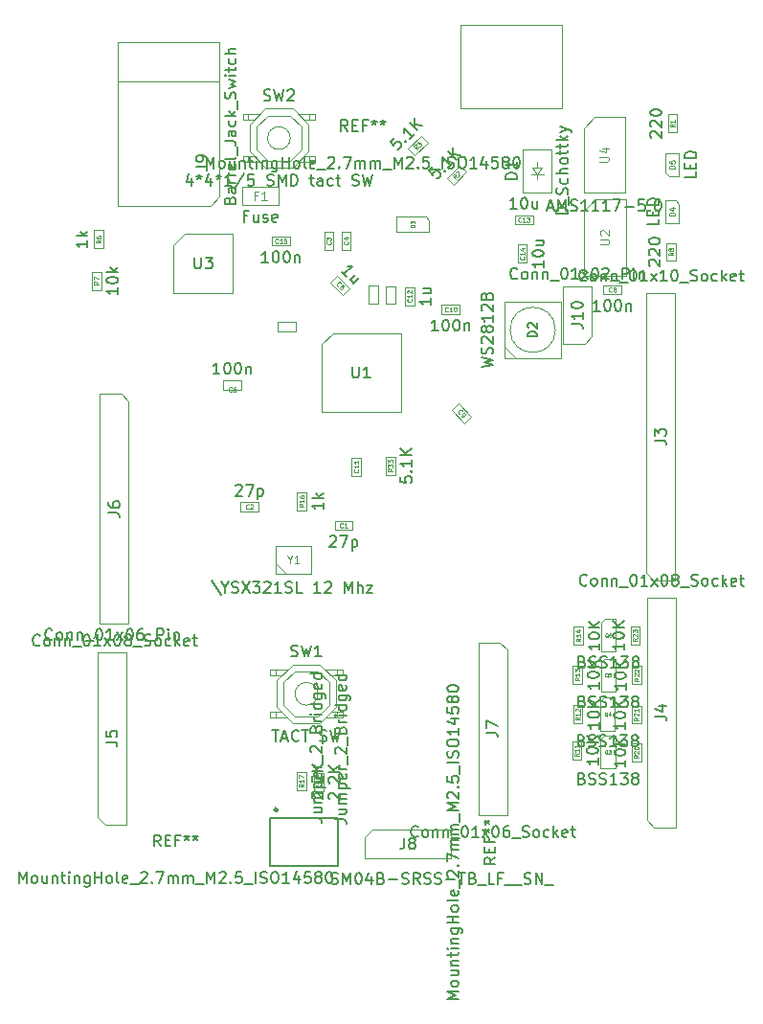
<source format=gbr>
%TF.GenerationSoftware,KiCad,Pcbnew,7.0.10*%
%TF.CreationDate,2024-02-09T23:31:34+05:30*%
%TF.ProjectId,rp2040-basic-m1,72703230-3430-42d6-9261-7369632d6d31,V2.2.1*%
%TF.SameCoordinates,Original*%
%TF.FileFunction,AssemblyDrawing,Top*%
%FSLAX46Y46*%
G04 Gerber Fmt 4.6, Leading zero omitted, Abs format (unit mm)*
G04 Created by KiCad (PCBNEW 7.0.10) date 2024-02-09 23:31:34*
%MOMM*%
%LPD*%
G01*
G04 APERTURE LIST*
%ADD10C,0.150000*%
%ADD11C,0.060000*%
%ADD12C,0.120000*%
%ADD13C,0.050000*%
%ADD14C,0.105000*%
%ADD15C,0.080000*%
%ADD16C,0.100000*%
%ADD17C,0.127000*%
%ADD18C,0.300000*%
G04 APERTURE END LIST*
D10*
X81235713Y-29348652D02*
X81235713Y-30015319D01*
X80997618Y-28967700D02*
X80759523Y-29681985D01*
X80759523Y-29681985D02*
X81378570Y-29681985D01*
X81902380Y-29015319D02*
X81902380Y-29253414D01*
X81664285Y-29158176D02*
X81902380Y-29253414D01*
X81902380Y-29253414D02*
X82140475Y-29158176D01*
X81759523Y-29443890D02*
X81902380Y-29253414D01*
X81902380Y-29253414D02*
X82045237Y-29443890D01*
X82949999Y-29348652D02*
X82949999Y-30015319D01*
X82711904Y-28967700D02*
X82473809Y-29681985D01*
X82473809Y-29681985D02*
X83092856Y-29681985D01*
X83616666Y-29015319D02*
X83616666Y-29253414D01*
X83378571Y-29158176D02*
X83616666Y-29253414D01*
X83616666Y-29253414D02*
X83854761Y-29158176D01*
X83473809Y-29443890D02*
X83616666Y-29253414D01*
X83616666Y-29253414D02*
X83759523Y-29443890D01*
X84759523Y-30015319D02*
X84188095Y-30015319D01*
X84473809Y-30015319D02*
X84473809Y-29015319D01*
X84473809Y-29015319D02*
X84378571Y-29158176D01*
X84378571Y-29158176D02*
X84283333Y-29253414D01*
X84283333Y-29253414D02*
X84188095Y-29301033D01*
X85902380Y-28967700D02*
X85045238Y-30253414D01*
X86711904Y-29015319D02*
X86235714Y-29015319D01*
X86235714Y-29015319D02*
X86188095Y-29491509D01*
X86188095Y-29491509D02*
X86235714Y-29443890D01*
X86235714Y-29443890D02*
X86330952Y-29396271D01*
X86330952Y-29396271D02*
X86569047Y-29396271D01*
X86569047Y-29396271D02*
X86664285Y-29443890D01*
X86664285Y-29443890D02*
X86711904Y-29491509D01*
X86711904Y-29491509D02*
X86759523Y-29586747D01*
X86759523Y-29586747D02*
X86759523Y-29824842D01*
X86759523Y-29824842D02*
X86711904Y-29920080D01*
X86711904Y-29920080D02*
X86664285Y-29967700D01*
X86664285Y-29967700D02*
X86569047Y-30015319D01*
X86569047Y-30015319D02*
X86330952Y-30015319D01*
X86330952Y-30015319D02*
X86235714Y-29967700D01*
X86235714Y-29967700D02*
X86188095Y-29920080D01*
X87902381Y-29967700D02*
X88045238Y-30015319D01*
X88045238Y-30015319D02*
X88283333Y-30015319D01*
X88283333Y-30015319D02*
X88378571Y-29967700D01*
X88378571Y-29967700D02*
X88426190Y-29920080D01*
X88426190Y-29920080D02*
X88473809Y-29824842D01*
X88473809Y-29824842D02*
X88473809Y-29729604D01*
X88473809Y-29729604D02*
X88426190Y-29634366D01*
X88426190Y-29634366D02*
X88378571Y-29586747D01*
X88378571Y-29586747D02*
X88283333Y-29539128D01*
X88283333Y-29539128D02*
X88092857Y-29491509D01*
X88092857Y-29491509D02*
X87997619Y-29443890D01*
X87997619Y-29443890D02*
X87950000Y-29396271D01*
X87950000Y-29396271D02*
X87902381Y-29301033D01*
X87902381Y-29301033D02*
X87902381Y-29205795D01*
X87902381Y-29205795D02*
X87950000Y-29110557D01*
X87950000Y-29110557D02*
X87997619Y-29062938D01*
X87997619Y-29062938D02*
X88092857Y-29015319D01*
X88092857Y-29015319D02*
X88330952Y-29015319D01*
X88330952Y-29015319D02*
X88473809Y-29062938D01*
X88902381Y-30015319D02*
X88902381Y-29015319D01*
X88902381Y-29015319D02*
X89235714Y-29729604D01*
X89235714Y-29729604D02*
X89569047Y-29015319D01*
X89569047Y-29015319D02*
X89569047Y-30015319D01*
X90045238Y-30015319D02*
X90045238Y-29015319D01*
X90045238Y-29015319D02*
X90283333Y-29015319D01*
X90283333Y-29015319D02*
X90426190Y-29062938D01*
X90426190Y-29062938D02*
X90521428Y-29158176D01*
X90521428Y-29158176D02*
X90569047Y-29253414D01*
X90569047Y-29253414D02*
X90616666Y-29443890D01*
X90616666Y-29443890D02*
X90616666Y-29586747D01*
X90616666Y-29586747D02*
X90569047Y-29777223D01*
X90569047Y-29777223D02*
X90521428Y-29872461D01*
X90521428Y-29872461D02*
X90426190Y-29967700D01*
X90426190Y-29967700D02*
X90283333Y-30015319D01*
X90283333Y-30015319D02*
X90045238Y-30015319D01*
X91664286Y-29348652D02*
X92045238Y-29348652D01*
X91807143Y-29015319D02*
X91807143Y-29872461D01*
X91807143Y-29872461D02*
X91854762Y-29967700D01*
X91854762Y-29967700D02*
X91950000Y-30015319D01*
X91950000Y-30015319D02*
X92045238Y-30015319D01*
X92807143Y-30015319D02*
X92807143Y-29491509D01*
X92807143Y-29491509D02*
X92759524Y-29396271D01*
X92759524Y-29396271D02*
X92664286Y-29348652D01*
X92664286Y-29348652D02*
X92473810Y-29348652D01*
X92473810Y-29348652D02*
X92378572Y-29396271D01*
X92807143Y-29967700D02*
X92711905Y-30015319D01*
X92711905Y-30015319D02*
X92473810Y-30015319D01*
X92473810Y-30015319D02*
X92378572Y-29967700D01*
X92378572Y-29967700D02*
X92330953Y-29872461D01*
X92330953Y-29872461D02*
X92330953Y-29777223D01*
X92330953Y-29777223D02*
X92378572Y-29681985D01*
X92378572Y-29681985D02*
X92473810Y-29634366D01*
X92473810Y-29634366D02*
X92711905Y-29634366D01*
X92711905Y-29634366D02*
X92807143Y-29586747D01*
X93711905Y-29967700D02*
X93616667Y-30015319D01*
X93616667Y-30015319D02*
X93426191Y-30015319D01*
X93426191Y-30015319D02*
X93330953Y-29967700D01*
X93330953Y-29967700D02*
X93283334Y-29920080D01*
X93283334Y-29920080D02*
X93235715Y-29824842D01*
X93235715Y-29824842D02*
X93235715Y-29539128D01*
X93235715Y-29539128D02*
X93283334Y-29443890D01*
X93283334Y-29443890D02*
X93330953Y-29396271D01*
X93330953Y-29396271D02*
X93426191Y-29348652D01*
X93426191Y-29348652D02*
X93616667Y-29348652D01*
X93616667Y-29348652D02*
X93711905Y-29396271D01*
X93997620Y-29348652D02*
X94378572Y-29348652D01*
X94140477Y-29015319D02*
X94140477Y-29872461D01*
X94140477Y-29872461D02*
X94188096Y-29967700D01*
X94188096Y-29967700D02*
X94283334Y-30015319D01*
X94283334Y-30015319D02*
X94378572Y-30015319D01*
X95426192Y-29967700D02*
X95569049Y-30015319D01*
X95569049Y-30015319D02*
X95807144Y-30015319D01*
X95807144Y-30015319D02*
X95902382Y-29967700D01*
X95902382Y-29967700D02*
X95950001Y-29920080D01*
X95950001Y-29920080D02*
X95997620Y-29824842D01*
X95997620Y-29824842D02*
X95997620Y-29729604D01*
X95997620Y-29729604D02*
X95950001Y-29634366D01*
X95950001Y-29634366D02*
X95902382Y-29586747D01*
X95902382Y-29586747D02*
X95807144Y-29539128D01*
X95807144Y-29539128D02*
X95616668Y-29491509D01*
X95616668Y-29491509D02*
X95521430Y-29443890D01*
X95521430Y-29443890D02*
X95473811Y-29396271D01*
X95473811Y-29396271D02*
X95426192Y-29301033D01*
X95426192Y-29301033D02*
X95426192Y-29205795D01*
X95426192Y-29205795D02*
X95473811Y-29110557D01*
X95473811Y-29110557D02*
X95521430Y-29062938D01*
X95521430Y-29062938D02*
X95616668Y-29015319D01*
X95616668Y-29015319D02*
X95854763Y-29015319D01*
X95854763Y-29015319D02*
X95997620Y-29062938D01*
X96330954Y-29015319D02*
X96569049Y-30015319D01*
X96569049Y-30015319D02*
X96759525Y-29301033D01*
X96759525Y-29301033D02*
X96950001Y-30015319D01*
X96950001Y-30015319D02*
X97188097Y-29015319D01*
X87616667Y-22467700D02*
X87759524Y-22515319D01*
X87759524Y-22515319D02*
X87997619Y-22515319D01*
X87997619Y-22515319D02*
X88092857Y-22467700D01*
X88092857Y-22467700D02*
X88140476Y-22420080D01*
X88140476Y-22420080D02*
X88188095Y-22324842D01*
X88188095Y-22324842D02*
X88188095Y-22229604D01*
X88188095Y-22229604D02*
X88140476Y-22134366D01*
X88140476Y-22134366D02*
X88092857Y-22086747D01*
X88092857Y-22086747D02*
X87997619Y-22039128D01*
X87997619Y-22039128D02*
X87807143Y-21991509D01*
X87807143Y-21991509D02*
X87711905Y-21943890D01*
X87711905Y-21943890D02*
X87664286Y-21896271D01*
X87664286Y-21896271D02*
X87616667Y-21801033D01*
X87616667Y-21801033D02*
X87616667Y-21705795D01*
X87616667Y-21705795D02*
X87664286Y-21610557D01*
X87664286Y-21610557D02*
X87711905Y-21562938D01*
X87711905Y-21562938D02*
X87807143Y-21515319D01*
X87807143Y-21515319D02*
X88045238Y-21515319D01*
X88045238Y-21515319D02*
X88188095Y-21562938D01*
X88521429Y-21515319D02*
X88759524Y-22515319D01*
X88759524Y-22515319D02*
X88950000Y-21801033D01*
X88950000Y-21801033D02*
X89140476Y-22515319D01*
X89140476Y-22515319D02*
X89378572Y-21515319D01*
X89711905Y-21610557D02*
X89759524Y-21562938D01*
X89759524Y-21562938D02*
X89854762Y-21515319D01*
X89854762Y-21515319D02*
X90092857Y-21515319D01*
X90092857Y-21515319D02*
X90188095Y-21562938D01*
X90188095Y-21562938D02*
X90235714Y-21610557D01*
X90235714Y-21610557D02*
X90283333Y-21705795D01*
X90283333Y-21705795D02*
X90283333Y-21801033D01*
X90283333Y-21801033D02*
X90235714Y-21943890D01*
X90235714Y-21943890D02*
X89664286Y-22515319D01*
X89664286Y-22515319D02*
X90283333Y-22515319D01*
X83710952Y-46664819D02*
X83139524Y-46664819D01*
X83425238Y-46664819D02*
X83425238Y-45664819D01*
X83425238Y-45664819D02*
X83330000Y-45807676D01*
X83330000Y-45807676D02*
X83234762Y-45902914D01*
X83234762Y-45902914D02*
X83139524Y-45950533D01*
X84330000Y-45664819D02*
X84425238Y-45664819D01*
X84425238Y-45664819D02*
X84520476Y-45712438D01*
X84520476Y-45712438D02*
X84568095Y-45760057D01*
X84568095Y-45760057D02*
X84615714Y-45855295D01*
X84615714Y-45855295D02*
X84663333Y-46045771D01*
X84663333Y-46045771D02*
X84663333Y-46283866D01*
X84663333Y-46283866D02*
X84615714Y-46474342D01*
X84615714Y-46474342D02*
X84568095Y-46569580D01*
X84568095Y-46569580D02*
X84520476Y-46617200D01*
X84520476Y-46617200D02*
X84425238Y-46664819D01*
X84425238Y-46664819D02*
X84330000Y-46664819D01*
X84330000Y-46664819D02*
X84234762Y-46617200D01*
X84234762Y-46617200D02*
X84187143Y-46569580D01*
X84187143Y-46569580D02*
X84139524Y-46474342D01*
X84139524Y-46474342D02*
X84091905Y-46283866D01*
X84091905Y-46283866D02*
X84091905Y-46045771D01*
X84091905Y-46045771D02*
X84139524Y-45855295D01*
X84139524Y-45855295D02*
X84187143Y-45760057D01*
X84187143Y-45760057D02*
X84234762Y-45712438D01*
X84234762Y-45712438D02*
X84330000Y-45664819D01*
X85282381Y-45664819D02*
X85377619Y-45664819D01*
X85377619Y-45664819D02*
X85472857Y-45712438D01*
X85472857Y-45712438D02*
X85520476Y-45760057D01*
X85520476Y-45760057D02*
X85568095Y-45855295D01*
X85568095Y-45855295D02*
X85615714Y-46045771D01*
X85615714Y-46045771D02*
X85615714Y-46283866D01*
X85615714Y-46283866D02*
X85568095Y-46474342D01*
X85568095Y-46474342D02*
X85520476Y-46569580D01*
X85520476Y-46569580D02*
X85472857Y-46617200D01*
X85472857Y-46617200D02*
X85377619Y-46664819D01*
X85377619Y-46664819D02*
X85282381Y-46664819D01*
X85282381Y-46664819D02*
X85187143Y-46617200D01*
X85187143Y-46617200D02*
X85139524Y-46569580D01*
X85139524Y-46569580D02*
X85091905Y-46474342D01*
X85091905Y-46474342D02*
X85044286Y-46283866D01*
X85044286Y-46283866D02*
X85044286Y-46045771D01*
X85044286Y-46045771D02*
X85091905Y-45855295D01*
X85091905Y-45855295D02*
X85139524Y-45760057D01*
X85139524Y-45760057D02*
X85187143Y-45712438D01*
X85187143Y-45712438D02*
X85282381Y-45664819D01*
X86044286Y-45998152D02*
X86044286Y-46664819D01*
X86044286Y-46093390D02*
X86091905Y-46045771D01*
X86091905Y-46045771D02*
X86187143Y-45998152D01*
X86187143Y-45998152D02*
X86330000Y-45998152D01*
X86330000Y-45998152D02*
X86425238Y-46045771D01*
X86425238Y-46045771D02*
X86472857Y-46141009D01*
X86472857Y-46141009D02*
X86472857Y-46664819D01*
D11*
X84763333Y-48183832D02*
X84744285Y-48202880D01*
X84744285Y-48202880D02*
X84687143Y-48221927D01*
X84687143Y-48221927D02*
X84649047Y-48221927D01*
X84649047Y-48221927D02*
X84591904Y-48202880D01*
X84591904Y-48202880D02*
X84553809Y-48164784D01*
X84553809Y-48164784D02*
X84534762Y-48126689D01*
X84534762Y-48126689D02*
X84515714Y-48050499D01*
X84515714Y-48050499D02*
X84515714Y-47993356D01*
X84515714Y-47993356D02*
X84534762Y-47917165D01*
X84534762Y-47917165D02*
X84553809Y-47879070D01*
X84553809Y-47879070D02*
X84591904Y-47840975D01*
X84591904Y-47840975D02*
X84649047Y-47821927D01*
X84649047Y-47821927D02*
X84687143Y-47821927D01*
X84687143Y-47821927D02*
X84744285Y-47840975D01*
X84744285Y-47840975D02*
X84763333Y-47860022D01*
X85106190Y-47821927D02*
X85030000Y-47821927D01*
X85030000Y-47821927D02*
X84991904Y-47840975D01*
X84991904Y-47840975D02*
X84972857Y-47860022D01*
X84972857Y-47860022D02*
X84934762Y-47917165D01*
X84934762Y-47917165D02*
X84915714Y-47993356D01*
X84915714Y-47993356D02*
X84915714Y-48145737D01*
X84915714Y-48145737D02*
X84934762Y-48183832D01*
X84934762Y-48183832D02*
X84953809Y-48202880D01*
X84953809Y-48202880D02*
X84991904Y-48221927D01*
X84991904Y-48221927D02*
X85068095Y-48221927D01*
X85068095Y-48221927D02*
X85106190Y-48202880D01*
X85106190Y-48202880D02*
X85125238Y-48183832D01*
X85125238Y-48183832D02*
X85144285Y-48145737D01*
X85144285Y-48145737D02*
X85144285Y-48050499D01*
X85144285Y-48050499D02*
X85125238Y-48012403D01*
X85125238Y-48012403D02*
X85106190Y-47993356D01*
X85106190Y-47993356D02*
X85068095Y-47974308D01*
X85068095Y-47974308D02*
X84991904Y-47974308D01*
X84991904Y-47974308D02*
X84953809Y-47993356D01*
X84953809Y-47993356D02*
X84934762Y-48012403D01*
X84934762Y-48012403D02*
X84915714Y-48050499D01*
D12*
X117363855Y-35209523D02*
X118011474Y-35209523D01*
X118011474Y-35209523D02*
X118087664Y-35171428D01*
X118087664Y-35171428D02*
X118125760Y-35133333D01*
X118125760Y-35133333D02*
X118163855Y-35057142D01*
X118163855Y-35057142D02*
X118163855Y-34904761D01*
X118163855Y-34904761D02*
X118125760Y-34828571D01*
X118125760Y-34828571D02*
X118087664Y-34790476D01*
X118087664Y-34790476D02*
X118011474Y-34752380D01*
X118011474Y-34752380D02*
X117363855Y-34752380D01*
X117440045Y-34409524D02*
X117401950Y-34371428D01*
X117401950Y-34371428D02*
X117363855Y-34295238D01*
X117363855Y-34295238D02*
X117363855Y-34104762D01*
X117363855Y-34104762D02*
X117401950Y-34028571D01*
X117401950Y-34028571D02*
X117440045Y-33990476D01*
X117440045Y-33990476D02*
X117516236Y-33952381D01*
X117516236Y-33952381D02*
X117592426Y-33952381D01*
X117592426Y-33952381D02*
X117706712Y-33990476D01*
X117706712Y-33990476D02*
X118163855Y-34447619D01*
X118163855Y-34447619D02*
X118163855Y-33952381D01*
D10*
X101254760Y-87510080D02*
X101207141Y-87557700D01*
X101207141Y-87557700D02*
X101064284Y-87605319D01*
X101064284Y-87605319D02*
X100969046Y-87605319D01*
X100969046Y-87605319D02*
X100826189Y-87557700D01*
X100826189Y-87557700D02*
X100730951Y-87462461D01*
X100730951Y-87462461D02*
X100683332Y-87367223D01*
X100683332Y-87367223D02*
X100635713Y-87176747D01*
X100635713Y-87176747D02*
X100635713Y-87033890D01*
X100635713Y-87033890D02*
X100683332Y-86843414D01*
X100683332Y-86843414D02*
X100730951Y-86748176D01*
X100730951Y-86748176D02*
X100826189Y-86652938D01*
X100826189Y-86652938D02*
X100969046Y-86605319D01*
X100969046Y-86605319D02*
X101064284Y-86605319D01*
X101064284Y-86605319D02*
X101207141Y-86652938D01*
X101207141Y-86652938D02*
X101254760Y-86700557D01*
X101826189Y-87605319D02*
X101730951Y-87557700D01*
X101730951Y-87557700D02*
X101683332Y-87510080D01*
X101683332Y-87510080D02*
X101635713Y-87414842D01*
X101635713Y-87414842D02*
X101635713Y-87129128D01*
X101635713Y-87129128D02*
X101683332Y-87033890D01*
X101683332Y-87033890D02*
X101730951Y-86986271D01*
X101730951Y-86986271D02*
X101826189Y-86938652D01*
X101826189Y-86938652D02*
X101969046Y-86938652D01*
X101969046Y-86938652D02*
X102064284Y-86986271D01*
X102064284Y-86986271D02*
X102111903Y-87033890D01*
X102111903Y-87033890D02*
X102159522Y-87129128D01*
X102159522Y-87129128D02*
X102159522Y-87414842D01*
X102159522Y-87414842D02*
X102111903Y-87510080D01*
X102111903Y-87510080D02*
X102064284Y-87557700D01*
X102064284Y-87557700D02*
X101969046Y-87605319D01*
X101969046Y-87605319D02*
X101826189Y-87605319D01*
X102588094Y-86938652D02*
X102588094Y-87605319D01*
X102588094Y-87033890D02*
X102635713Y-86986271D01*
X102635713Y-86986271D02*
X102730951Y-86938652D01*
X102730951Y-86938652D02*
X102873808Y-86938652D01*
X102873808Y-86938652D02*
X102969046Y-86986271D01*
X102969046Y-86986271D02*
X103016665Y-87081509D01*
X103016665Y-87081509D02*
X103016665Y-87605319D01*
X103492856Y-86938652D02*
X103492856Y-87605319D01*
X103492856Y-87033890D02*
X103540475Y-86986271D01*
X103540475Y-86986271D02*
X103635713Y-86938652D01*
X103635713Y-86938652D02*
X103778570Y-86938652D01*
X103778570Y-86938652D02*
X103873808Y-86986271D01*
X103873808Y-86986271D02*
X103921427Y-87081509D01*
X103921427Y-87081509D02*
X103921427Y-87605319D01*
X104159523Y-87700557D02*
X104921427Y-87700557D01*
X105349999Y-86605319D02*
X105445237Y-86605319D01*
X105445237Y-86605319D02*
X105540475Y-86652938D01*
X105540475Y-86652938D02*
X105588094Y-86700557D01*
X105588094Y-86700557D02*
X105635713Y-86795795D01*
X105635713Y-86795795D02*
X105683332Y-86986271D01*
X105683332Y-86986271D02*
X105683332Y-87224366D01*
X105683332Y-87224366D02*
X105635713Y-87414842D01*
X105635713Y-87414842D02*
X105588094Y-87510080D01*
X105588094Y-87510080D02*
X105540475Y-87557700D01*
X105540475Y-87557700D02*
X105445237Y-87605319D01*
X105445237Y-87605319D02*
X105349999Y-87605319D01*
X105349999Y-87605319D02*
X105254761Y-87557700D01*
X105254761Y-87557700D02*
X105207142Y-87510080D01*
X105207142Y-87510080D02*
X105159523Y-87414842D01*
X105159523Y-87414842D02*
X105111904Y-87224366D01*
X105111904Y-87224366D02*
X105111904Y-86986271D01*
X105111904Y-86986271D02*
X105159523Y-86795795D01*
X105159523Y-86795795D02*
X105207142Y-86700557D01*
X105207142Y-86700557D02*
X105254761Y-86652938D01*
X105254761Y-86652938D02*
X105349999Y-86605319D01*
X106635713Y-87605319D02*
X106064285Y-87605319D01*
X106349999Y-87605319D02*
X106349999Y-86605319D01*
X106349999Y-86605319D02*
X106254761Y-86748176D01*
X106254761Y-86748176D02*
X106159523Y-86843414D01*
X106159523Y-86843414D02*
X106064285Y-86891033D01*
X106969047Y-87605319D02*
X107492856Y-86938652D01*
X106969047Y-86938652D02*
X107492856Y-87605319D01*
X108064285Y-86605319D02*
X108159523Y-86605319D01*
X108159523Y-86605319D02*
X108254761Y-86652938D01*
X108254761Y-86652938D02*
X108302380Y-86700557D01*
X108302380Y-86700557D02*
X108349999Y-86795795D01*
X108349999Y-86795795D02*
X108397618Y-86986271D01*
X108397618Y-86986271D02*
X108397618Y-87224366D01*
X108397618Y-87224366D02*
X108349999Y-87414842D01*
X108349999Y-87414842D02*
X108302380Y-87510080D01*
X108302380Y-87510080D02*
X108254761Y-87557700D01*
X108254761Y-87557700D02*
X108159523Y-87605319D01*
X108159523Y-87605319D02*
X108064285Y-87605319D01*
X108064285Y-87605319D02*
X107969047Y-87557700D01*
X107969047Y-87557700D02*
X107921428Y-87510080D01*
X107921428Y-87510080D02*
X107873809Y-87414842D01*
X107873809Y-87414842D02*
X107826190Y-87224366D01*
X107826190Y-87224366D02*
X107826190Y-86986271D01*
X107826190Y-86986271D02*
X107873809Y-86795795D01*
X107873809Y-86795795D02*
X107921428Y-86700557D01*
X107921428Y-86700557D02*
X107969047Y-86652938D01*
X107969047Y-86652938D02*
X108064285Y-86605319D01*
X109254761Y-86605319D02*
X109064285Y-86605319D01*
X109064285Y-86605319D02*
X108969047Y-86652938D01*
X108969047Y-86652938D02*
X108921428Y-86700557D01*
X108921428Y-86700557D02*
X108826190Y-86843414D01*
X108826190Y-86843414D02*
X108778571Y-87033890D01*
X108778571Y-87033890D02*
X108778571Y-87414842D01*
X108778571Y-87414842D02*
X108826190Y-87510080D01*
X108826190Y-87510080D02*
X108873809Y-87557700D01*
X108873809Y-87557700D02*
X108969047Y-87605319D01*
X108969047Y-87605319D02*
X109159523Y-87605319D01*
X109159523Y-87605319D02*
X109254761Y-87557700D01*
X109254761Y-87557700D02*
X109302380Y-87510080D01*
X109302380Y-87510080D02*
X109349999Y-87414842D01*
X109349999Y-87414842D02*
X109349999Y-87176747D01*
X109349999Y-87176747D02*
X109302380Y-87081509D01*
X109302380Y-87081509D02*
X109254761Y-87033890D01*
X109254761Y-87033890D02*
X109159523Y-86986271D01*
X109159523Y-86986271D02*
X108969047Y-86986271D01*
X108969047Y-86986271D02*
X108873809Y-87033890D01*
X108873809Y-87033890D02*
X108826190Y-87081509D01*
X108826190Y-87081509D02*
X108778571Y-87176747D01*
X109540476Y-87700557D02*
X110302380Y-87700557D01*
X110492857Y-87557700D02*
X110635714Y-87605319D01*
X110635714Y-87605319D02*
X110873809Y-87605319D01*
X110873809Y-87605319D02*
X110969047Y-87557700D01*
X110969047Y-87557700D02*
X111016666Y-87510080D01*
X111016666Y-87510080D02*
X111064285Y-87414842D01*
X111064285Y-87414842D02*
X111064285Y-87319604D01*
X111064285Y-87319604D02*
X111016666Y-87224366D01*
X111016666Y-87224366D02*
X110969047Y-87176747D01*
X110969047Y-87176747D02*
X110873809Y-87129128D01*
X110873809Y-87129128D02*
X110683333Y-87081509D01*
X110683333Y-87081509D02*
X110588095Y-87033890D01*
X110588095Y-87033890D02*
X110540476Y-86986271D01*
X110540476Y-86986271D02*
X110492857Y-86891033D01*
X110492857Y-86891033D02*
X110492857Y-86795795D01*
X110492857Y-86795795D02*
X110540476Y-86700557D01*
X110540476Y-86700557D02*
X110588095Y-86652938D01*
X110588095Y-86652938D02*
X110683333Y-86605319D01*
X110683333Y-86605319D02*
X110921428Y-86605319D01*
X110921428Y-86605319D02*
X111064285Y-86652938D01*
X111635714Y-87605319D02*
X111540476Y-87557700D01*
X111540476Y-87557700D02*
X111492857Y-87510080D01*
X111492857Y-87510080D02*
X111445238Y-87414842D01*
X111445238Y-87414842D02*
X111445238Y-87129128D01*
X111445238Y-87129128D02*
X111492857Y-87033890D01*
X111492857Y-87033890D02*
X111540476Y-86986271D01*
X111540476Y-86986271D02*
X111635714Y-86938652D01*
X111635714Y-86938652D02*
X111778571Y-86938652D01*
X111778571Y-86938652D02*
X111873809Y-86986271D01*
X111873809Y-86986271D02*
X111921428Y-87033890D01*
X111921428Y-87033890D02*
X111969047Y-87129128D01*
X111969047Y-87129128D02*
X111969047Y-87414842D01*
X111969047Y-87414842D02*
X111921428Y-87510080D01*
X111921428Y-87510080D02*
X111873809Y-87557700D01*
X111873809Y-87557700D02*
X111778571Y-87605319D01*
X111778571Y-87605319D02*
X111635714Y-87605319D01*
X112826190Y-87557700D02*
X112730952Y-87605319D01*
X112730952Y-87605319D02*
X112540476Y-87605319D01*
X112540476Y-87605319D02*
X112445238Y-87557700D01*
X112445238Y-87557700D02*
X112397619Y-87510080D01*
X112397619Y-87510080D02*
X112350000Y-87414842D01*
X112350000Y-87414842D02*
X112350000Y-87129128D01*
X112350000Y-87129128D02*
X112397619Y-87033890D01*
X112397619Y-87033890D02*
X112445238Y-86986271D01*
X112445238Y-86986271D02*
X112540476Y-86938652D01*
X112540476Y-86938652D02*
X112730952Y-86938652D01*
X112730952Y-86938652D02*
X112826190Y-86986271D01*
X113254762Y-87605319D02*
X113254762Y-86605319D01*
X113350000Y-87224366D02*
X113635714Y-87605319D01*
X113635714Y-86938652D02*
X113254762Y-87319604D01*
X114445238Y-87557700D02*
X114350000Y-87605319D01*
X114350000Y-87605319D02*
X114159524Y-87605319D01*
X114159524Y-87605319D02*
X114064286Y-87557700D01*
X114064286Y-87557700D02*
X114016667Y-87462461D01*
X114016667Y-87462461D02*
X114016667Y-87081509D01*
X114016667Y-87081509D02*
X114064286Y-86986271D01*
X114064286Y-86986271D02*
X114159524Y-86938652D01*
X114159524Y-86938652D02*
X114350000Y-86938652D01*
X114350000Y-86938652D02*
X114445238Y-86986271D01*
X114445238Y-86986271D02*
X114492857Y-87081509D01*
X114492857Y-87081509D02*
X114492857Y-87176747D01*
X114492857Y-87176747D02*
X114016667Y-87271985D01*
X114778572Y-86938652D02*
X115159524Y-86938652D01*
X114921429Y-86605319D02*
X114921429Y-87462461D01*
X114921429Y-87462461D02*
X114969048Y-87557700D01*
X114969048Y-87557700D02*
X115064286Y-87605319D01*
X115064286Y-87605319D02*
X115159524Y-87605319D01*
X107304819Y-78363833D02*
X108019104Y-78363833D01*
X108019104Y-78363833D02*
X108161961Y-78411452D01*
X108161961Y-78411452D02*
X108257200Y-78506690D01*
X108257200Y-78506690D02*
X108304819Y-78649547D01*
X108304819Y-78649547D02*
X108304819Y-78744785D01*
X107304819Y-77982880D02*
X107304819Y-77316214D01*
X107304819Y-77316214D02*
X108304819Y-77744785D01*
X82536667Y-28465319D02*
X82536667Y-27465319D01*
X82536667Y-27465319D02*
X82870000Y-28179604D01*
X82870000Y-28179604D02*
X83203333Y-27465319D01*
X83203333Y-27465319D02*
X83203333Y-28465319D01*
X83822381Y-28465319D02*
X83727143Y-28417700D01*
X83727143Y-28417700D02*
X83679524Y-28370080D01*
X83679524Y-28370080D02*
X83631905Y-28274842D01*
X83631905Y-28274842D02*
X83631905Y-27989128D01*
X83631905Y-27989128D02*
X83679524Y-27893890D01*
X83679524Y-27893890D02*
X83727143Y-27846271D01*
X83727143Y-27846271D02*
X83822381Y-27798652D01*
X83822381Y-27798652D02*
X83965238Y-27798652D01*
X83965238Y-27798652D02*
X84060476Y-27846271D01*
X84060476Y-27846271D02*
X84108095Y-27893890D01*
X84108095Y-27893890D02*
X84155714Y-27989128D01*
X84155714Y-27989128D02*
X84155714Y-28274842D01*
X84155714Y-28274842D02*
X84108095Y-28370080D01*
X84108095Y-28370080D02*
X84060476Y-28417700D01*
X84060476Y-28417700D02*
X83965238Y-28465319D01*
X83965238Y-28465319D02*
X83822381Y-28465319D01*
X85012857Y-27798652D02*
X85012857Y-28465319D01*
X84584286Y-27798652D02*
X84584286Y-28322461D01*
X84584286Y-28322461D02*
X84631905Y-28417700D01*
X84631905Y-28417700D02*
X84727143Y-28465319D01*
X84727143Y-28465319D02*
X84870000Y-28465319D01*
X84870000Y-28465319D02*
X84965238Y-28417700D01*
X84965238Y-28417700D02*
X85012857Y-28370080D01*
X85489048Y-27798652D02*
X85489048Y-28465319D01*
X85489048Y-27893890D02*
X85536667Y-27846271D01*
X85536667Y-27846271D02*
X85631905Y-27798652D01*
X85631905Y-27798652D02*
X85774762Y-27798652D01*
X85774762Y-27798652D02*
X85870000Y-27846271D01*
X85870000Y-27846271D02*
X85917619Y-27941509D01*
X85917619Y-27941509D02*
X85917619Y-28465319D01*
X86250953Y-27798652D02*
X86631905Y-27798652D01*
X86393810Y-27465319D02*
X86393810Y-28322461D01*
X86393810Y-28322461D02*
X86441429Y-28417700D01*
X86441429Y-28417700D02*
X86536667Y-28465319D01*
X86536667Y-28465319D02*
X86631905Y-28465319D01*
X86965239Y-28465319D02*
X86965239Y-27798652D01*
X86965239Y-27465319D02*
X86917620Y-27512938D01*
X86917620Y-27512938D02*
X86965239Y-27560557D01*
X86965239Y-27560557D02*
X87012858Y-27512938D01*
X87012858Y-27512938D02*
X86965239Y-27465319D01*
X86965239Y-27465319D02*
X86965239Y-27560557D01*
X87441429Y-27798652D02*
X87441429Y-28465319D01*
X87441429Y-27893890D02*
X87489048Y-27846271D01*
X87489048Y-27846271D02*
X87584286Y-27798652D01*
X87584286Y-27798652D02*
X87727143Y-27798652D01*
X87727143Y-27798652D02*
X87822381Y-27846271D01*
X87822381Y-27846271D02*
X87870000Y-27941509D01*
X87870000Y-27941509D02*
X87870000Y-28465319D01*
X88774762Y-27798652D02*
X88774762Y-28608176D01*
X88774762Y-28608176D02*
X88727143Y-28703414D01*
X88727143Y-28703414D02*
X88679524Y-28751033D01*
X88679524Y-28751033D02*
X88584286Y-28798652D01*
X88584286Y-28798652D02*
X88441429Y-28798652D01*
X88441429Y-28798652D02*
X88346191Y-28751033D01*
X88774762Y-28417700D02*
X88679524Y-28465319D01*
X88679524Y-28465319D02*
X88489048Y-28465319D01*
X88489048Y-28465319D02*
X88393810Y-28417700D01*
X88393810Y-28417700D02*
X88346191Y-28370080D01*
X88346191Y-28370080D02*
X88298572Y-28274842D01*
X88298572Y-28274842D02*
X88298572Y-27989128D01*
X88298572Y-27989128D02*
X88346191Y-27893890D01*
X88346191Y-27893890D02*
X88393810Y-27846271D01*
X88393810Y-27846271D02*
X88489048Y-27798652D01*
X88489048Y-27798652D02*
X88679524Y-27798652D01*
X88679524Y-27798652D02*
X88774762Y-27846271D01*
X89250953Y-28465319D02*
X89250953Y-27465319D01*
X89250953Y-27941509D02*
X89822381Y-27941509D01*
X89822381Y-28465319D02*
X89822381Y-27465319D01*
X90441429Y-28465319D02*
X90346191Y-28417700D01*
X90346191Y-28417700D02*
X90298572Y-28370080D01*
X90298572Y-28370080D02*
X90250953Y-28274842D01*
X90250953Y-28274842D02*
X90250953Y-27989128D01*
X90250953Y-27989128D02*
X90298572Y-27893890D01*
X90298572Y-27893890D02*
X90346191Y-27846271D01*
X90346191Y-27846271D02*
X90441429Y-27798652D01*
X90441429Y-27798652D02*
X90584286Y-27798652D01*
X90584286Y-27798652D02*
X90679524Y-27846271D01*
X90679524Y-27846271D02*
X90727143Y-27893890D01*
X90727143Y-27893890D02*
X90774762Y-27989128D01*
X90774762Y-27989128D02*
X90774762Y-28274842D01*
X90774762Y-28274842D02*
X90727143Y-28370080D01*
X90727143Y-28370080D02*
X90679524Y-28417700D01*
X90679524Y-28417700D02*
X90584286Y-28465319D01*
X90584286Y-28465319D02*
X90441429Y-28465319D01*
X91346191Y-28465319D02*
X91250953Y-28417700D01*
X91250953Y-28417700D02*
X91203334Y-28322461D01*
X91203334Y-28322461D02*
X91203334Y-27465319D01*
X92108096Y-28417700D02*
X92012858Y-28465319D01*
X92012858Y-28465319D02*
X91822382Y-28465319D01*
X91822382Y-28465319D02*
X91727144Y-28417700D01*
X91727144Y-28417700D02*
X91679525Y-28322461D01*
X91679525Y-28322461D02*
X91679525Y-27941509D01*
X91679525Y-27941509D02*
X91727144Y-27846271D01*
X91727144Y-27846271D02*
X91822382Y-27798652D01*
X91822382Y-27798652D02*
X92012858Y-27798652D01*
X92012858Y-27798652D02*
X92108096Y-27846271D01*
X92108096Y-27846271D02*
X92155715Y-27941509D01*
X92155715Y-27941509D02*
X92155715Y-28036747D01*
X92155715Y-28036747D02*
X91679525Y-28131985D01*
X92346192Y-28560557D02*
X93108096Y-28560557D01*
X93298573Y-27560557D02*
X93346192Y-27512938D01*
X93346192Y-27512938D02*
X93441430Y-27465319D01*
X93441430Y-27465319D02*
X93679525Y-27465319D01*
X93679525Y-27465319D02*
X93774763Y-27512938D01*
X93774763Y-27512938D02*
X93822382Y-27560557D01*
X93822382Y-27560557D02*
X93870001Y-27655795D01*
X93870001Y-27655795D02*
X93870001Y-27751033D01*
X93870001Y-27751033D02*
X93822382Y-27893890D01*
X93822382Y-27893890D02*
X93250954Y-28465319D01*
X93250954Y-28465319D02*
X93870001Y-28465319D01*
X94298573Y-28370080D02*
X94346192Y-28417700D01*
X94346192Y-28417700D02*
X94298573Y-28465319D01*
X94298573Y-28465319D02*
X94250954Y-28417700D01*
X94250954Y-28417700D02*
X94298573Y-28370080D01*
X94298573Y-28370080D02*
X94298573Y-28465319D01*
X94679525Y-27465319D02*
X95346191Y-27465319D01*
X95346191Y-27465319D02*
X94917620Y-28465319D01*
X95727144Y-28465319D02*
X95727144Y-27798652D01*
X95727144Y-27893890D02*
X95774763Y-27846271D01*
X95774763Y-27846271D02*
X95870001Y-27798652D01*
X95870001Y-27798652D02*
X96012858Y-27798652D01*
X96012858Y-27798652D02*
X96108096Y-27846271D01*
X96108096Y-27846271D02*
X96155715Y-27941509D01*
X96155715Y-27941509D02*
X96155715Y-28465319D01*
X96155715Y-27941509D02*
X96203334Y-27846271D01*
X96203334Y-27846271D02*
X96298572Y-27798652D01*
X96298572Y-27798652D02*
X96441429Y-27798652D01*
X96441429Y-27798652D02*
X96536668Y-27846271D01*
X96536668Y-27846271D02*
X96584287Y-27941509D01*
X96584287Y-27941509D02*
X96584287Y-28465319D01*
X97060477Y-28465319D02*
X97060477Y-27798652D01*
X97060477Y-27893890D02*
X97108096Y-27846271D01*
X97108096Y-27846271D02*
X97203334Y-27798652D01*
X97203334Y-27798652D02*
X97346191Y-27798652D01*
X97346191Y-27798652D02*
X97441429Y-27846271D01*
X97441429Y-27846271D02*
X97489048Y-27941509D01*
X97489048Y-27941509D02*
X97489048Y-28465319D01*
X97489048Y-27941509D02*
X97536667Y-27846271D01*
X97536667Y-27846271D02*
X97631905Y-27798652D01*
X97631905Y-27798652D02*
X97774762Y-27798652D01*
X97774762Y-27798652D02*
X97870001Y-27846271D01*
X97870001Y-27846271D02*
X97917620Y-27941509D01*
X97917620Y-27941509D02*
X97917620Y-28465319D01*
X98155715Y-28560557D02*
X98917619Y-28560557D01*
X99155715Y-28465319D02*
X99155715Y-27465319D01*
X99155715Y-27465319D02*
X99489048Y-28179604D01*
X99489048Y-28179604D02*
X99822381Y-27465319D01*
X99822381Y-27465319D02*
X99822381Y-28465319D01*
X100250953Y-27560557D02*
X100298572Y-27512938D01*
X100298572Y-27512938D02*
X100393810Y-27465319D01*
X100393810Y-27465319D02*
X100631905Y-27465319D01*
X100631905Y-27465319D02*
X100727143Y-27512938D01*
X100727143Y-27512938D02*
X100774762Y-27560557D01*
X100774762Y-27560557D02*
X100822381Y-27655795D01*
X100822381Y-27655795D02*
X100822381Y-27751033D01*
X100822381Y-27751033D02*
X100774762Y-27893890D01*
X100774762Y-27893890D02*
X100203334Y-28465319D01*
X100203334Y-28465319D02*
X100822381Y-28465319D01*
X101250953Y-28370080D02*
X101298572Y-28417700D01*
X101298572Y-28417700D02*
X101250953Y-28465319D01*
X101250953Y-28465319D02*
X101203334Y-28417700D01*
X101203334Y-28417700D02*
X101250953Y-28370080D01*
X101250953Y-28370080D02*
X101250953Y-28465319D01*
X102203333Y-27465319D02*
X101727143Y-27465319D01*
X101727143Y-27465319D02*
X101679524Y-27941509D01*
X101679524Y-27941509D02*
X101727143Y-27893890D01*
X101727143Y-27893890D02*
X101822381Y-27846271D01*
X101822381Y-27846271D02*
X102060476Y-27846271D01*
X102060476Y-27846271D02*
X102155714Y-27893890D01*
X102155714Y-27893890D02*
X102203333Y-27941509D01*
X102203333Y-27941509D02*
X102250952Y-28036747D01*
X102250952Y-28036747D02*
X102250952Y-28274842D01*
X102250952Y-28274842D02*
X102203333Y-28370080D01*
X102203333Y-28370080D02*
X102155714Y-28417700D01*
X102155714Y-28417700D02*
X102060476Y-28465319D01*
X102060476Y-28465319D02*
X101822381Y-28465319D01*
X101822381Y-28465319D02*
X101727143Y-28417700D01*
X101727143Y-28417700D02*
X101679524Y-28370080D01*
X102441429Y-28560557D02*
X103203333Y-28560557D01*
X103441429Y-28465319D02*
X103441429Y-27465319D01*
X103870000Y-28417700D02*
X104012857Y-28465319D01*
X104012857Y-28465319D02*
X104250952Y-28465319D01*
X104250952Y-28465319D02*
X104346190Y-28417700D01*
X104346190Y-28417700D02*
X104393809Y-28370080D01*
X104393809Y-28370080D02*
X104441428Y-28274842D01*
X104441428Y-28274842D02*
X104441428Y-28179604D01*
X104441428Y-28179604D02*
X104393809Y-28084366D01*
X104393809Y-28084366D02*
X104346190Y-28036747D01*
X104346190Y-28036747D02*
X104250952Y-27989128D01*
X104250952Y-27989128D02*
X104060476Y-27941509D01*
X104060476Y-27941509D02*
X103965238Y-27893890D01*
X103965238Y-27893890D02*
X103917619Y-27846271D01*
X103917619Y-27846271D02*
X103870000Y-27751033D01*
X103870000Y-27751033D02*
X103870000Y-27655795D01*
X103870000Y-27655795D02*
X103917619Y-27560557D01*
X103917619Y-27560557D02*
X103965238Y-27512938D01*
X103965238Y-27512938D02*
X104060476Y-27465319D01*
X104060476Y-27465319D02*
X104298571Y-27465319D01*
X104298571Y-27465319D02*
X104441428Y-27512938D01*
X105060476Y-27465319D02*
X105250952Y-27465319D01*
X105250952Y-27465319D02*
X105346190Y-27512938D01*
X105346190Y-27512938D02*
X105441428Y-27608176D01*
X105441428Y-27608176D02*
X105489047Y-27798652D01*
X105489047Y-27798652D02*
X105489047Y-28131985D01*
X105489047Y-28131985D02*
X105441428Y-28322461D01*
X105441428Y-28322461D02*
X105346190Y-28417700D01*
X105346190Y-28417700D02*
X105250952Y-28465319D01*
X105250952Y-28465319D02*
X105060476Y-28465319D01*
X105060476Y-28465319D02*
X104965238Y-28417700D01*
X104965238Y-28417700D02*
X104870000Y-28322461D01*
X104870000Y-28322461D02*
X104822381Y-28131985D01*
X104822381Y-28131985D02*
X104822381Y-27798652D01*
X104822381Y-27798652D02*
X104870000Y-27608176D01*
X104870000Y-27608176D02*
X104965238Y-27512938D01*
X104965238Y-27512938D02*
X105060476Y-27465319D01*
X106441428Y-28465319D02*
X105870000Y-28465319D01*
X106155714Y-28465319D02*
X106155714Y-27465319D01*
X106155714Y-27465319D02*
X106060476Y-27608176D01*
X106060476Y-27608176D02*
X105965238Y-27703414D01*
X105965238Y-27703414D02*
X105870000Y-27751033D01*
X107298571Y-27798652D02*
X107298571Y-28465319D01*
X107060476Y-27417700D02*
X106822381Y-28131985D01*
X106822381Y-28131985D02*
X107441428Y-28131985D01*
X108298571Y-27465319D02*
X107822381Y-27465319D01*
X107822381Y-27465319D02*
X107774762Y-27941509D01*
X107774762Y-27941509D02*
X107822381Y-27893890D01*
X107822381Y-27893890D02*
X107917619Y-27846271D01*
X107917619Y-27846271D02*
X108155714Y-27846271D01*
X108155714Y-27846271D02*
X108250952Y-27893890D01*
X108250952Y-27893890D02*
X108298571Y-27941509D01*
X108298571Y-27941509D02*
X108346190Y-28036747D01*
X108346190Y-28036747D02*
X108346190Y-28274842D01*
X108346190Y-28274842D02*
X108298571Y-28370080D01*
X108298571Y-28370080D02*
X108250952Y-28417700D01*
X108250952Y-28417700D02*
X108155714Y-28465319D01*
X108155714Y-28465319D02*
X107917619Y-28465319D01*
X107917619Y-28465319D02*
X107822381Y-28417700D01*
X107822381Y-28417700D02*
X107774762Y-28370080D01*
X108917619Y-27893890D02*
X108822381Y-27846271D01*
X108822381Y-27846271D02*
X108774762Y-27798652D01*
X108774762Y-27798652D02*
X108727143Y-27703414D01*
X108727143Y-27703414D02*
X108727143Y-27655795D01*
X108727143Y-27655795D02*
X108774762Y-27560557D01*
X108774762Y-27560557D02*
X108822381Y-27512938D01*
X108822381Y-27512938D02*
X108917619Y-27465319D01*
X108917619Y-27465319D02*
X109108095Y-27465319D01*
X109108095Y-27465319D02*
X109203333Y-27512938D01*
X109203333Y-27512938D02*
X109250952Y-27560557D01*
X109250952Y-27560557D02*
X109298571Y-27655795D01*
X109298571Y-27655795D02*
X109298571Y-27703414D01*
X109298571Y-27703414D02*
X109250952Y-27798652D01*
X109250952Y-27798652D02*
X109203333Y-27846271D01*
X109203333Y-27846271D02*
X109108095Y-27893890D01*
X109108095Y-27893890D02*
X108917619Y-27893890D01*
X108917619Y-27893890D02*
X108822381Y-27941509D01*
X108822381Y-27941509D02*
X108774762Y-27989128D01*
X108774762Y-27989128D02*
X108727143Y-28084366D01*
X108727143Y-28084366D02*
X108727143Y-28274842D01*
X108727143Y-28274842D02*
X108774762Y-28370080D01*
X108774762Y-28370080D02*
X108822381Y-28417700D01*
X108822381Y-28417700D02*
X108917619Y-28465319D01*
X108917619Y-28465319D02*
X109108095Y-28465319D01*
X109108095Y-28465319D02*
X109203333Y-28417700D01*
X109203333Y-28417700D02*
X109250952Y-28370080D01*
X109250952Y-28370080D02*
X109298571Y-28274842D01*
X109298571Y-28274842D02*
X109298571Y-28084366D01*
X109298571Y-28084366D02*
X109250952Y-27989128D01*
X109250952Y-27989128D02*
X109203333Y-27941509D01*
X109203333Y-27941509D02*
X109108095Y-27893890D01*
X109917619Y-27465319D02*
X110012857Y-27465319D01*
X110012857Y-27465319D02*
X110108095Y-27512938D01*
X110108095Y-27512938D02*
X110155714Y-27560557D01*
X110155714Y-27560557D02*
X110203333Y-27655795D01*
X110203333Y-27655795D02*
X110250952Y-27846271D01*
X110250952Y-27846271D02*
X110250952Y-28084366D01*
X110250952Y-28084366D02*
X110203333Y-28274842D01*
X110203333Y-28274842D02*
X110155714Y-28370080D01*
X110155714Y-28370080D02*
X110108095Y-28417700D01*
X110108095Y-28417700D02*
X110012857Y-28465319D01*
X110012857Y-28465319D02*
X109917619Y-28465319D01*
X109917619Y-28465319D02*
X109822381Y-28417700D01*
X109822381Y-28417700D02*
X109774762Y-28370080D01*
X109774762Y-28370080D02*
X109727143Y-28274842D01*
X109727143Y-28274842D02*
X109679524Y-28084366D01*
X109679524Y-28084366D02*
X109679524Y-27846271D01*
X109679524Y-27846271D02*
X109727143Y-27655795D01*
X109727143Y-27655795D02*
X109774762Y-27560557D01*
X109774762Y-27560557D02*
X109822381Y-27512938D01*
X109822381Y-27512938D02*
X109917619Y-27465319D01*
X95036666Y-25215319D02*
X94703333Y-24739128D01*
X94465238Y-25215319D02*
X94465238Y-24215319D01*
X94465238Y-24215319D02*
X94846190Y-24215319D01*
X94846190Y-24215319D02*
X94941428Y-24262938D01*
X94941428Y-24262938D02*
X94989047Y-24310557D01*
X94989047Y-24310557D02*
X95036666Y-24405795D01*
X95036666Y-24405795D02*
X95036666Y-24548652D01*
X95036666Y-24548652D02*
X94989047Y-24643890D01*
X94989047Y-24643890D02*
X94941428Y-24691509D01*
X94941428Y-24691509D02*
X94846190Y-24739128D01*
X94846190Y-24739128D02*
X94465238Y-24739128D01*
X95465238Y-24691509D02*
X95798571Y-24691509D01*
X95941428Y-25215319D02*
X95465238Y-25215319D01*
X95465238Y-25215319D02*
X95465238Y-24215319D01*
X95465238Y-24215319D02*
X95941428Y-24215319D01*
X96703333Y-24691509D02*
X96370000Y-24691509D01*
X96370000Y-25215319D02*
X96370000Y-24215319D01*
X96370000Y-24215319D02*
X96846190Y-24215319D01*
X97370000Y-24215319D02*
X97370000Y-24453414D01*
X97131905Y-24358176D02*
X97370000Y-24453414D01*
X97370000Y-24453414D02*
X97608095Y-24358176D01*
X97227143Y-24643890D02*
X97370000Y-24453414D01*
X97370000Y-24453414D02*
X97512857Y-24643890D01*
X98131905Y-24215319D02*
X98131905Y-24453414D01*
X97893810Y-24358176D02*
X98131905Y-24453414D01*
X98131905Y-24453414D02*
X98370000Y-24358176D01*
X97989048Y-24643890D02*
X98131905Y-24453414D01*
X98131905Y-24453414D02*
X98274762Y-24643890D01*
X68890475Y-70089580D02*
X68842856Y-70137200D01*
X68842856Y-70137200D02*
X68699999Y-70184819D01*
X68699999Y-70184819D02*
X68604761Y-70184819D01*
X68604761Y-70184819D02*
X68461904Y-70137200D01*
X68461904Y-70137200D02*
X68366666Y-70041961D01*
X68366666Y-70041961D02*
X68319047Y-69946723D01*
X68319047Y-69946723D02*
X68271428Y-69756247D01*
X68271428Y-69756247D02*
X68271428Y-69613390D01*
X68271428Y-69613390D02*
X68319047Y-69422914D01*
X68319047Y-69422914D02*
X68366666Y-69327676D01*
X68366666Y-69327676D02*
X68461904Y-69232438D01*
X68461904Y-69232438D02*
X68604761Y-69184819D01*
X68604761Y-69184819D02*
X68699999Y-69184819D01*
X68699999Y-69184819D02*
X68842856Y-69232438D01*
X68842856Y-69232438D02*
X68890475Y-69280057D01*
X69461904Y-70184819D02*
X69366666Y-70137200D01*
X69366666Y-70137200D02*
X69319047Y-70089580D01*
X69319047Y-70089580D02*
X69271428Y-69994342D01*
X69271428Y-69994342D02*
X69271428Y-69708628D01*
X69271428Y-69708628D02*
X69319047Y-69613390D01*
X69319047Y-69613390D02*
X69366666Y-69565771D01*
X69366666Y-69565771D02*
X69461904Y-69518152D01*
X69461904Y-69518152D02*
X69604761Y-69518152D01*
X69604761Y-69518152D02*
X69699999Y-69565771D01*
X69699999Y-69565771D02*
X69747618Y-69613390D01*
X69747618Y-69613390D02*
X69795237Y-69708628D01*
X69795237Y-69708628D02*
X69795237Y-69994342D01*
X69795237Y-69994342D02*
X69747618Y-70089580D01*
X69747618Y-70089580D02*
X69699999Y-70137200D01*
X69699999Y-70137200D02*
X69604761Y-70184819D01*
X69604761Y-70184819D02*
X69461904Y-70184819D01*
X70223809Y-69518152D02*
X70223809Y-70184819D01*
X70223809Y-69613390D02*
X70271428Y-69565771D01*
X70271428Y-69565771D02*
X70366666Y-69518152D01*
X70366666Y-69518152D02*
X70509523Y-69518152D01*
X70509523Y-69518152D02*
X70604761Y-69565771D01*
X70604761Y-69565771D02*
X70652380Y-69661009D01*
X70652380Y-69661009D02*
X70652380Y-70184819D01*
X71128571Y-69518152D02*
X71128571Y-70184819D01*
X71128571Y-69613390D02*
X71176190Y-69565771D01*
X71176190Y-69565771D02*
X71271428Y-69518152D01*
X71271428Y-69518152D02*
X71414285Y-69518152D01*
X71414285Y-69518152D02*
X71509523Y-69565771D01*
X71509523Y-69565771D02*
X71557142Y-69661009D01*
X71557142Y-69661009D02*
X71557142Y-70184819D01*
X71795238Y-70280057D02*
X72557142Y-70280057D01*
X72985714Y-69184819D02*
X73080952Y-69184819D01*
X73080952Y-69184819D02*
X73176190Y-69232438D01*
X73176190Y-69232438D02*
X73223809Y-69280057D01*
X73223809Y-69280057D02*
X73271428Y-69375295D01*
X73271428Y-69375295D02*
X73319047Y-69565771D01*
X73319047Y-69565771D02*
X73319047Y-69803866D01*
X73319047Y-69803866D02*
X73271428Y-69994342D01*
X73271428Y-69994342D02*
X73223809Y-70089580D01*
X73223809Y-70089580D02*
X73176190Y-70137200D01*
X73176190Y-70137200D02*
X73080952Y-70184819D01*
X73080952Y-70184819D02*
X72985714Y-70184819D01*
X72985714Y-70184819D02*
X72890476Y-70137200D01*
X72890476Y-70137200D02*
X72842857Y-70089580D01*
X72842857Y-70089580D02*
X72795238Y-69994342D01*
X72795238Y-69994342D02*
X72747619Y-69803866D01*
X72747619Y-69803866D02*
X72747619Y-69565771D01*
X72747619Y-69565771D02*
X72795238Y-69375295D01*
X72795238Y-69375295D02*
X72842857Y-69280057D01*
X72842857Y-69280057D02*
X72890476Y-69232438D01*
X72890476Y-69232438D02*
X72985714Y-69184819D01*
X74271428Y-70184819D02*
X73700000Y-70184819D01*
X73985714Y-70184819D02*
X73985714Y-69184819D01*
X73985714Y-69184819D02*
X73890476Y-69327676D01*
X73890476Y-69327676D02*
X73795238Y-69422914D01*
X73795238Y-69422914D02*
X73700000Y-69470533D01*
X74604762Y-70184819D02*
X75128571Y-69518152D01*
X74604762Y-69518152D02*
X75128571Y-70184819D01*
X75700000Y-69184819D02*
X75795238Y-69184819D01*
X75795238Y-69184819D02*
X75890476Y-69232438D01*
X75890476Y-69232438D02*
X75938095Y-69280057D01*
X75938095Y-69280057D02*
X75985714Y-69375295D01*
X75985714Y-69375295D02*
X76033333Y-69565771D01*
X76033333Y-69565771D02*
X76033333Y-69803866D01*
X76033333Y-69803866D02*
X75985714Y-69994342D01*
X75985714Y-69994342D02*
X75938095Y-70089580D01*
X75938095Y-70089580D02*
X75890476Y-70137200D01*
X75890476Y-70137200D02*
X75795238Y-70184819D01*
X75795238Y-70184819D02*
X75700000Y-70184819D01*
X75700000Y-70184819D02*
X75604762Y-70137200D01*
X75604762Y-70137200D02*
X75557143Y-70089580D01*
X75557143Y-70089580D02*
X75509524Y-69994342D01*
X75509524Y-69994342D02*
X75461905Y-69803866D01*
X75461905Y-69803866D02*
X75461905Y-69565771D01*
X75461905Y-69565771D02*
X75509524Y-69375295D01*
X75509524Y-69375295D02*
X75557143Y-69280057D01*
X75557143Y-69280057D02*
X75604762Y-69232438D01*
X75604762Y-69232438D02*
X75700000Y-69184819D01*
X76890476Y-69184819D02*
X76700000Y-69184819D01*
X76700000Y-69184819D02*
X76604762Y-69232438D01*
X76604762Y-69232438D02*
X76557143Y-69280057D01*
X76557143Y-69280057D02*
X76461905Y-69422914D01*
X76461905Y-69422914D02*
X76414286Y-69613390D01*
X76414286Y-69613390D02*
X76414286Y-69994342D01*
X76414286Y-69994342D02*
X76461905Y-70089580D01*
X76461905Y-70089580D02*
X76509524Y-70137200D01*
X76509524Y-70137200D02*
X76604762Y-70184819D01*
X76604762Y-70184819D02*
X76795238Y-70184819D01*
X76795238Y-70184819D02*
X76890476Y-70137200D01*
X76890476Y-70137200D02*
X76938095Y-70089580D01*
X76938095Y-70089580D02*
X76985714Y-69994342D01*
X76985714Y-69994342D02*
X76985714Y-69756247D01*
X76985714Y-69756247D02*
X76938095Y-69661009D01*
X76938095Y-69661009D02*
X76890476Y-69613390D01*
X76890476Y-69613390D02*
X76795238Y-69565771D01*
X76795238Y-69565771D02*
X76604762Y-69565771D01*
X76604762Y-69565771D02*
X76509524Y-69613390D01*
X76509524Y-69613390D02*
X76461905Y-69661009D01*
X76461905Y-69661009D02*
X76414286Y-69756247D01*
X77176191Y-70280057D02*
X77938095Y-70280057D01*
X78176191Y-70184819D02*
X78176191Y-69184819D01*
X78176191Y-69184819D02*
X78557143Y-69184819D01*
X78557143Y-69184819D02*
X78652381Y-69232438D01*
X78652381Y-69232438D02*
X78700000Y-69280057D01*
X78700000Y-69280057D02*
X78747619Y-69375295D01*
X78747619Y-69375295D02*
X78747619Y-69518152D01*
X78747619Y-69518152D02*
X78700000Y-69613390D01*
X78700000Y-69613390D02*
X78652381Y-69661009D01*
X78652381Y-69661009D02*
X78557143Y-69708628D01*
X78557143Y-69708628D02*
X78176191Y-69708628D01*
X79176191Y-70184819D02*
X79176191Y-69518152D01*
X79176191Y-69184819D02*
X79128572Y-69232438D01*
X79128572Y-69232438D02*
X79176191Y-69280057D01*
X79176191Y-69280057D02*
X79223810Y-69232438D01*
X79223810Y-69232438D02*
X79176191Y-69184819D01*
X79176191Y-69184819D02*
X79176191Y-69280057D01*
X79652381Y-69518152D02*
X79652381Y-70184819D01*
X79652381Y-69613390D02*
X79700000Y-69565771D01*
X79700000Y-69565771D02*
X79795238Y-69518152D01*
X79795238Y-69518152D02*
X79938095Y-69518152D01*
X79938095Y-69518152D02*
X80033333Y-69565771D01*
X80033333Y-69565771D02*
X80080952Y-69661009D01*
X80080952Y-69661009D02*
X80080952Y-70184819D01*
X73654819Y-79183333D02*
X74369104Y-79183333D01*
X74369104Y-79183333D02*
X74511961Y-79230952D01*
X74511961Y-79230952D02*
X74607200Y-79326190D01*
X74607200Y-79326190D02*
X74654819Y-79469047D01*
X74654819Y-79469047D02*
X74654819Y-79564285D01*
X73654819Y-78230952D02*
X73654819Y-78707142D01*
X73654819Y-78707142D02*
X74131009Y-78754761D01*
X74131009Y-78754761D02*
X74083390Y-78707142D01*
X74083390Y-78707142D02*
X74035771Y-78611904D01*
X74035771Y-78611904D02*
X74035771Y-78373809D01*
X74035771Y-78373809D02*
X74083390Y-78278571D01*
X74083390Y-78278571D02*
X74131009Y-78230952D01*
X74131009Y-78230952D02*
X74226247Y-78183333D01*
X74226247Y-78183333D02*
X74464342Y-78183333D01*
X74464342Y-78183333D02*
X74559580Y-78230952D01*
X74559580Y-78230952D02*
X74607200Y-78278571D01*
X74607200Y-78278571D02*
X74654819Y-78373809D01*
X74654819Y-78373809D02*
X74654819Y-78611904D01*
X74654819Y-78611904D02*
X74607200Y-78707142D01*
X74607200Y-78707142D02*
X74559580Y-78754761D01*
X119604819Y-80790476D02*
X119604819Y-81361904D01*
X119604819Y-81076190D02*
X118604819Y-81076190D01*
X118604819Y-81076190D02*
X118747676Y-81171428D01*
X118747676Y-81171428D02*
X118842914Y-81266666D01*
X118842914Y-81266666D02*
X118890533Y-81361904D01*
X118604819Y-80171428D02*
X118604819Y-80076190D01*
X118604819Y-80076190D02*
X118652438Y-79980952D01*
X118652438Y-79980952D02*
X118700057Y-79933333D01*
X118700057Y-79933333D02*
X118795295Y-79885714D01*
X118795295Y-79885714D02*
X118985771Y-79838095D01*
X118985771Y-79838095D02*
X119223866Y-79838095D01*
X119223866Y-79838095D02*
X119414342Y-79885714D01*
X119414342Y-79885714D02*
X119509580Y-79933333D01*
X119509580Y-79933333D02*
X119557200Y-79980952D01*
X119557200Y-79980952D02*
X119604819Y-80076190D01*
X119604819Y-80076190D02*
X119604819Y-80171428D01*
X119604819Y-80171428D02*
X119557200Y-80266666D01*
X119557200Y-80266666D02*
X119509580Y-80314285D01*
X119509580Y-80314285D02*
X119414342Y-80361904D01*
X119414342Y-80361904D02*
X119223866Y-80409523D01*
X119223866Y-80409523D02*
X118985771Y-80409523D01*
X118985771Y-80409523D02*
X118795295Y-80361904D01*
X118795295Y-80361904D02*
X118700057Y-80314285D01*
X118700057Y-80314285D02*
X118652438Y-80266666D01*
X118652438Y-80266666D02*
X118604819Y-80171428D01*
X119604819Y-79409523D02*
X118604819Y-79409523D01*
X119604819Y-78838095D02*
X119033390Y-79266666D01*
X118604819Y-78838095D02*
X119176247Y-79409523D01*
D11*
X120761927Y-80357142D02*
X120571451Y-80490475D01*
X120761927Y-80585713D02*
X120361927Y-80585713D01*
X120361927Y-80585713D02*
X120361927Y-80433332D01*
X120361927Y-80433332D02*
X120380975Y-80395237D01*
X120380975Y-80395237D02*
X120400022Y-80376190D01*
X120400022Y-80376190D02*
X120438118Y-80357142D01*
X120438118Y-80357142D02*
X120495260Y-80357142D01*
X120495260Y-80357142D02*
X120533356Y-80376190D01*
X120533356Y-80376190D02*
X120552403Y-80395237D01*
X120552403Y-80395237D02*
X120571451Y-80433332D01*
X120571451Y-80433332D02*
X120571451Y-80585713D01*
X120400022Y-80204761D02*
X120380975Y-80185713D01*
X120380975Y-80185713D02*
X120361927Y-80147618D01*
X120361927Y-80147618D02*
X120361927Y-80052380D01*
X120361927Y-80052380D02*
X120380975Y-80014285D01*
X120380975Y-80014285D02*
X120400022Y-79995237D01*
X120400022Y-79995237D02*
X120438118Y-79976190D01*
X120438118Y-79976190D02*
X120476213Y-79976190D01*
X120476213Y-79976190D02*
X120533356Y-79995237D01*
X120533356Y-79995237D02*
X120761927Y-80223809D01*
X120761927Y-80223809D02*
X120761927Y-79976190D01*
X120361927Y-79728571D02*
X120361927Y-79690476D01*
X120361927Y-79690476D02*
X120380975Y-79652380D01*
X120380975Y-79652380D02*
X120400022Y-79633333D01*
X120400022Y-79633333D02*
X120438118Y-79614285D01*
X120438118Y-79614285D02*
X120514308Y-79595238D01*
X120514308Y-79595238D02*
X120609546Y-79595238D01*
X120609546Y-79595238D02*
X120685737Y-79614285D01*
X120685737Y-79614285D02*
X120723832Y-79633333D01*
X120723832Y-79633333D02*
X120742880Y-79652380D01*
X120742880Y-79652380D02*
X120761927Y-79690476D01*
X120761927Y-79690476D02*
X120761927Y-79728571D01*
X120761927Y-79728571D02*
X120742880Y-79766666D01*
X120742880Y-79766666D02*
X120723832Y-79785714D01*
X120723832Y-79785714D02*
X120685737Y-79804761D01*
X120685737Y-79804761D02*
X120609546Y-79823809D01*
X120609546Y-79823809D02*
X120514308Y-79823809D01*
X120514308Y-79823809D02*
X120438118Y-79804761D01*
X120438118Y-79804761D02*
X120400022Y-79785714D01*
X120400022Y-79785714D02*
X120380975Y-79766666D01*
X120380975Y-79766666D02*
X120361927Y-79728571D01*
D10*
X121750057Y-37108094D02*
X121702438Y-37060475D01*
X121702438Y-37060475D02*
X121654819Y-36965237D01*
X121654819Y-36965237D02*
X121654819Y-36727142D01*
X121654819Y-36727142D02*
X121702438Y-36631904D01*
X121702438Y-36631904D02*
X121750057Y-36584285D01*
X121750057Y-36584285D02*
X121845295Y-36536666D01*
X121845295Y-36536666D02*
X121940533Y-36536666D01*
X121940533Y-36536666D02*
X122083390Y-36584285D01*
X122083390Y-36584285D02*
X122654819Y-37155713D01*
X122654819Y-37155713D02*
X122654819Y-36536666D01*
X121750057Y-36155713D02*
X121702438Y-36108094D01*
X121702438Y-36108094D02*
X121654819Y-36012856D01*
X121654819Y-36012856D02*
X121654819Y-35774761D01*
X121654819Y-35774761D02*
X121702438Y-35679523D01*
X121702438Y-35679523D02*
X121750057Y-35631904D01*
X121750057Y-35631904D02*
X121845295Y-35584285D01*
X121845295Y-35584285D02*
X121940533Y-35584285D01*
X121940533Y-35584285D02*
X122083390Y-35631904D01*
X122083390Y-35631904D02*
X122654819Y-36203332D01*
X122654819Y-36203332D02*
X122654819Y-35584285D01*
X121654819Y-34965237D02*
X121654819Y-34869999D01*
X121654819Y-34869999D02*
X121702438Y-34774761D01*
X121702438Y-34774761D02*
X121750057Y-34727142D01*
X121750057Y-34727142D02*
X121845295Y-34679523D01*
X121845295Y-34679523D02*
X122035771Y-34631904D01*
X122035771Y-34631904D02*
X122273866Y-34631904D01*
X122273866Y-34631904D02*
X122464342Y-34679523D01*
X122464342Y-34679523D02*
X122559580Y-34727142D01*
X122559580Y-34727142D02*
X122607200Y-34774761D01*
X122607200Y-34774761D02*
X122654819Y-34869999D01*
X122654819Y-34869999D02*
X122654819Y-34965237D01*
X122654819Y-34965237D02*
X122607200Y-35060475D01*
X122607200Y-35060475D02*
X122559580Y-35108094D01*
X122559580Y-35108094D02*
X122464342Y-35155713D01*
X122464342Y-35155713D02*
X122273866Y-35203332D01*
X122273866Y-35203332D02*
X122035771Y-35203332D01*
X122035771Y-35203332D02*
X121845295Y-35155713D01*
X121845295Y-35155713D02*
X121750057Y-35108094D01*
X121750057Y-35108094D02*
X121702438Y-35060475D01*
X121702438Y-35060475D02*
X121654819Y-34965237D01*
D11*
X123811927Y-35936666D02*
X123621451Y-36069999D01*
X123811927Y-36165237D02*
X123411927Y-36165237D01*
X123411927Y-36165237D02*
X123411927Y-36012856D01*
X123411927Y-36012856D02*
X123430975Y-35974761D01*
X123430975Y-35974761D02*
X123450022Y-35955714D01*
X123450022Y-35955714D02*
X123488118Y-35936666D01*
X123488118Y-35936666D02*
X123545260Y-35936666D01*
X123545260Y-35936666D02*
X123583356Y-35955714D01*
X123583356Y-35955714D02*
X123602403Y-35974761D01*
X123602403Y-35974761D02*
X123621451Y-36012856D01*
X123621451Y-36012856D02*
X123621451Y-36165237D01*
X123583356Y-35708095D02*
X123564308Y-35746190D01*
X123564308Y-35746190D02*
X123545260Y-35765237D01*
X123545260Y-35765237D02*
X123507165Y-35784285D01*
X123507165Y-35784285D02*
X123488118Y-35784285D01*
X123488118Y-35784285D02*
X123450022Y-35765237D01*
X123450022Y-35765237D02*
X123430975Y-35746190D01*
X123430975Y-35746190D02*
X123411927Y-35708095D01*
X123411927Y-35708095D02*
X123411927Y-35631904D01*
X123411927Y-35631904D02*
X123430975Y-35593809D01*
X123430975Y-35593809D02*
X123450022Y-35574761D01*
X123450022Y-35574761D02*
X123488118Y-35555714D01*
X123488118Y-35555714D02*
X123507165Y-35555714D01*
X123507165Y-35555714D02*
X123545260Y-35574761D01*
X123545260Y-35574761D02*
X123564308Y-35593809D01*
X123564308Y-35593809D02*
X123583356Y-35631904D01*
X123583356Y-35631904D02*
X123583356Y-35708095D01*
X123583356Y-35708095D02*
X123602403Y-35746190D01*
X123602403Y-35746190D02*
X123621451Y-35765237D01*
X123621451Y-35765237D02*
X123659546Y-35784285D01*
X123659546Y-35784285D02*
X123735737Y-35784285D01*
X123735737Y-35784285D02*
X123773832Y-35765237D01*
X123773832Y-35765237D02*
X123792880Y-35746190D01*
X123792880Y-35746190D02*
X123811927Y-35708095D01*
X123811927Y-35708095D02*
X123811927Y-35631904D01*
X123811927Y-35631904D02*
X123792880Y-35593809D01*
X123792880Y-35593809D02*
X123773832Y-35574761D01*
X123773832Y-35574761D02*
X123735737Y-35555714D01*
X123735737Y-35555714D02*
X123659546Y-35555714D01*
X123659546Y-35555714D02*
X123621451Y-35574761D01*
X123621451Y-35574761D02*
X123602403Y-35593809D01*
X123602403Y-35593809D02*
X123583356Y-35631904D01*
D10*
X67804760Y-70600080D02*
X67757141Y-70647700D01*
X67757141Y-70647700D02*
X67614284Y-70695319D01*
X67614284Y-70695319D02*
X67519046Y-70695319D01*
X67519046Y-70695319D02*
X67376189Y-70647700D01*
X67376189Y-70647700D02*
X67280951Y-70552461D01*
X67280951Y-70552461D02*
X67233332Y-70457223D01*
X67233332Y-70457223D02*
X67185713Y-70266747D01*
X67185713Y-70266747D02*
X67185713Y-70123890D01*
X67185713Y-70123890D02*
X67233332Y-69933414D01*
X67233332Y-69933414D02*
X67280951Y-69838176D01*
X67280951Y-69838176D02*
X67376189Y-69742938D01*
X67376189Y-69742938D02*
X67519046Y-69695319D01*
X67519046Y-69695319D02*
X67614284Y-69695319D01*
X67614284Y-69695319D02*
X67757141Y-69742938D01*
X67757141Y-69742938D02*
X67804760Y-69790557D01*
X68376189Y-70695319D02*
X68280951Y-70647700D01*
X68280951Y-70647700D02*
X68233332Y-70600080D01*
X68233332Y-70600080D02*
X68185713Y-70504842D01*
X68185713Y-70504842D02*
X68185713Y-70219128D01*
X68185713Y-70219128D02*
X68233332Y-70123890D01*
X68233332Y-70123890D02*
X68280951Y-70076271D01*
X68280951Y-70076271D02*
X68376189Y-70028652D01*
X68376189Y-70028652D02*
X68519046Y-70028652D01*
X68519046Y-70028652D02*
X68614284Y-70076271D01*
X68614284Y-70076271D02*
X68661903Y-70123890D01*
X68661903Y-70123890D02*
X68709522Y-70219128D01*
X68709522Y-70219128D02*
X68709522Y-70504842D01*
X68709522Y-70504842D02*
X68661903Y-70600080D01*
X68661903Y-70600080D02*
X68614284Y-70647700D01*
X68614284Y-70647700D02*
X68519046Y-70695319D01*
X68519046Y-70695319D02*
X68376189Y-70695319D01*
X69138094Y-70028652D02*
X69138094Y-70695319D01*
X69138094Y-70123890D02*
X69185713Y-70076271D01*
X69185713Y-70076271D02*
X69280951Y-70028652D01*
X69280951Y-70028652D02*
X69423808Y-70028652D01*
X69423808Y-70028652D02*
X69519046Y-70076271D01*
X69519046Y-70076271D02*
X69566665Y-70171509D01*
X69566665Y-70171509D02*
X69566665Y-70695319D01*
X70042856Y-70028652D02*
X70042856Y-70695319D01*
X70042856Y-70123890D02*
X70090475Y-70076271D01*
X70090475Y-70076271D02*
X70185713Y-70028652D01*
X70185713Y-70028652D02*
X70328570Y-70028652D01*
X70328570Y-70028652D02*
X70423808Y-70076271D01*
X70423808Y-70076271D02*
X70471427Y-70171509D01*
X70471427Y-70171509D02*
X70471427Y-70695319D01*
X70709523Y-70790557D02*
X71471427Y-70790557D01*
X71899999Y-69695319D02*
X71995237Y-69695319D01*
X71995237Y-69695319D02*
X72090475Y-69742938D01*
X72090475Y-69742938D02*
X72138094Y-69790557D01*
X72138094Y-69790557D02*
X72185713Y-69885795D01*
X72185713Y-69885795D02*
X72233332Y-70076271D01*
X72233332Y-70076271D02*
X72233332Y-70314366D01*
X72233332Y-70314366D02*
X72185713Y-70504842D01*
X72185713Y-70504842D02*
X72138094Y-70600080D01*
X72138094Y-70600080D02*
X72090475Y-70647700D01*
X72090475Y-70647700D02*
X71995237Y-70695319D01*
X71995237Y-70695319D02*
X71899999Y-70695319D01*
X71899999Y-70695319D02*
X71804761Y-70647700D01*
X71804761Y-70647700D02*
X71757142Y-70600080D01*
X71757142Y-70600080D02*
X71709523Y-70504842D01*
X71709523Y-70504842D02*
X71661904Y-70314366D01*
X71661904Y-70314366D02*
X71661904Y-70076271D01*
X71661904Y-70076271D02*
X71709523Y-69885795D01*
X71709523Y-69885795D02*
X71757142Y-69790557D01*
X71757142Y-69790557D02*
X71804761Y-69742938D01*
X71804761Y-69742938D02*
X71899999Y-69695319D01*
X73185713Y-70695319D02*
X72614285Y-70695319D01*
X72899999Y-70695319D02*
X72899999Y-69695319D01*
X72899999Y-69695319D02*
X72804761Y-69838176D01*
X72804761Y-69838176D02*
X72709523Y-69933414D01*
X72709523Y-69933414D02*
X72614285Y-69981033D01*
X73519047Y-70695319D02*
X74042856Y-70028652D01*
X73519047Y-70028652D02*
X74042856Y-70695319D01*
X74614285Y-69695319D02*
X74709523Y-69695319D01*
X74709523Y-69695319D02*
X74804761Y-69742938D01*
X74804761Y-69742938D02*
X74852380Y-69790557D01*
X74852380Y-69790557D02*
X74899999Y-69885795D01*
X74899999Y-69885795D02*
X74947618Y-70076271D01*
X74947618Y-70076271D02*
X74947618Y-70314366D01*
X74947618Y-70314366D02*
X74899999Y-70504842D01*
X74899999Y-70504842D02*
X74852380Y-70600080D01*
X74852380Y-70600080D02*
X74804761Y-70647700D01*
X74804761Y-70647700D02*
X74709523Y-70695319D01*
X74709523Y-70695319D02*
X74614285Y-70695319D01*
X74614285Y-70695319D02*
X74519047Y-70647700D01*
X74519047Y-70647700D02*
X74471428Y-70600080D01*
X74471428Y-70600080D02*
X74423809Y-70504842D01*
X74423809Y-70504842D02*
X74376190Y-70314366D01*
X74376190Y-70314366D02*
X74376190Y-70076271D01*
X74376190Y-70076271D02*
X74423809Y-69885795D01*
X74423809Y-69885795D02*
X74471428Y-69790557D01*
X74471428Y-69790557D02*
X74519047Y-69742938D01*
X74519047Y-69742938D02*
X74614285Y-69695319D01*
X75519047Y-70123890D02*
X75423809Y-70076271D01*
X75423809Y-70076271D02*
X75376190Y-70028652D01*
X75376190Y-70028652D02*
X75328571Y-69933414D01*
X75328571Y-69933414D02*
X75328571Y-69885795D01*
X75328571Y-69885795D02*
X75376190Y-69790557D01*
X75376190Y-69790557D02*
X75423809Y-69742938D01*
X75423809Y-69742938D02*
X75519047Y-69695319D01*
X75519047Y-69695319D02*
X75709523Y-69695319D01*
X75709523Y-69695319D02*
X75804761Y-69742938D01*
X75804761Y-69742938D02*
X75852380Y-69790557D01*
X75852380Y-69790557D02*
X75899999Y-69885795D01*
X75899999Y-69885795D02*
X75899999Y-69933414D01*
X75899999Y-69933414D02*
X75852380Y-70028652D01*
X75852380Y-70028652D02*
X75804761Y-70076271D01*
X75804761Y-70076271D02*
X75709523Y-70123890D01*
X75709523Y-70123890D02*
X75519047Y-70123890D01*
X75519047Y-70123890D02*
X75423809Y-70171509D01*
X75423809Y-70171509D02*
X75376190Y-70219128D01*
X75376190Y-70219128D02*
X75328571Y-70314366D01*
X75328571Y-70314366D02*
X75328571Y-70504842D01*
X75328571Y-70504842D02*
X75376190Y-70600080D01*
X75376190Y-70600080D02*
X75423809Y-70647700D01*
X75423809Y-70647700D02*
X75519047Y-70695319D01*
X75519047Y-70695319D02*
X75709523Y-70695319D01*
X75709523Y-70695319D02*
X75804761Y-70647700D01*
X75804761Y-70647700D02*
X75852380Y-70600080D01*
X75852380Y-70600080D02*
X75899999Y-70504842D01*
X75899999Y-70504842D02*
X75899999Y-70314366D01*
X75899999Y-70314366D02*
X75852380Y-70219128D01*
X75852380Y-70219128D02*
X75804761Y-70171509D01*
X75804761Y-70171509D02*
X75709523Y-70123890D01*
X76090476Y-70790557D02*
X76852380Y-70790557D01*
X77042857Y-70647700D02*
X77185714Y-70695319D01*
X77185714Y-70695319D02*
X77423809Y-70695319D01*
X77423809Y-70695319D02*
X77519047Y-70647700D01*
X77519047Y-70647700D02*
X77566666Y-70600080D01*
X77566666Y-70600080D02*
X77614285Y-70504842D01*
X77614285Y-70504842D02*
X77614285Y-70409604D01*
X77614285Y-70409604D02*
X77566666Y-70314366D01*
X77566666Y-70314366D02*
X77519047Y-70266747D01*
X77519047Y-70266747D02*
X77423809Y-70219128D01*
X77423809Y-70219128D02*
X77233333Y-70171509D01*
X77233333Y-70171509D02*
X77138095Y-70123890D01*
X77138095Y-70123890D02*
X77090476Y-70076271D01*
X77090476Y-70076271D02*
X77042857Y-69981033D01*
X77042857Y-69981033D02*
X77042857Y-69885795D01*
X77042857Y-69885795D02*
X77090476Y-69790557D01*
X77090476Y-69790557D02*
X77138095Y-69742938D01*
X77138095Y-69742938D02*
X77233333Y-69695319D01*
X77233333Y-69695319D02*
X77471428Y-69695319D01*
X77471428Y-69695319D02*
X77614285Y-69742938D01*
X78185714Y-70695319D02*
X78090476Y-70647700D01*
X78090476Y-70647700D02*
X78042857Y-70600080D01*
X78042857Y-70600080D02*
X77995238Y-70504842D01*
X77995238Y-70504842D02*
X77995238Y-70219128D01*
X77995238Y-70219128D02*
X78042857Y-70123890D01*
X78042857Y-70123890D02*
X78090476Y-70076271D01*
X78090476Y-70076271D02*
X78185714Y-70028652D01*
X78185714Y-70028652D02*
X78328571Y-70028652D01*
X78328571Y-70028652D02*
X78423809Y-70076271D01*
X78423809Y-70076271D02*
X78471428Y-70123890D01*
X78471428Y-70123890D02*
X78519047Y-70219128D01*
X78519047Y-70219128D02*
X78519047Y-70504842D01*
X78519047Y-70504842D02*
X78471428Y-70600080D01*
X78471428Y-70600080D02*
X78423809Y-70647700D01*
X78423809Y-70647700D02*
X78328571Y-70695319D01*
X78328571Y-70695319D02*
X78185714Y-70695319D01*
X79376190Y-70647700D02*
X79280952Y-70695319D01*
X79280952Y-70695319D02*
X79090476Y-70695319D01*
X79090476Y-70695319D02*
X78995238Y-70647700D01*
X78995238Y-70647700D02*
X78947619Y-70600080D01*
X78947619Y-70600080D02*
X78900000Y-70504842D01*
X78900000Y-70504842D02*
X78900000Y-70219128D01*
X78900000Y-70219128D02*
X78947619Y-70123890D01*
X78947619Y-70123890D02*
X78995238Y-70076271D01*
X78995238Y-70076271D02*
X79090476Y-70028652D01*
X79090476Y-70028652D02*
X79280952Y-70028652D01*
X79280952Y-70028652D02*
X79376190Y-70076271D01*
X79804762Y-70695319D02*
X79804762Y-69695319D01*
X79900000Y-70314366D02*
X80185714Y-70695319D01*
X80185714Y-70028652D02*
X79804762Y-70409604D01*
X80995238Y-70647700D02*
X80900000Y-70695319D01*
X80900000Y-70695319D02*
X80709524Y-70695319D01*
X80709524Y-70695319D02*
X80614286Y-70647700D01*
X80614286Y-70647700D02*
X80566667Y-70552461D01*
X80566667Y-70552461D02*
X80566667Y-70171509D01*
X80566667Y-70171509D02*
X80614286Y-70076271D01*
X80614286Y-70076271D02*
X80709524Y-70028652D01*
X80709524Y-70028652D02*
X80900000Y-70028652D01*
X80900000Y-70028652D02*
X80995238Y-70076271D01*
X80995238Y-70076271D02*
X81042857Y-70171509D01*
X81042857Y-70171509D02*
X81042857Y-70266747D01*
X81042857Y-70266747D02*
X80566667Y-70361985D01*
X81328572Y-70028652D02*
X81709524Y-70028652D01*
X81471429Y-69695319D02*
X81471429Y-70552461D01*
X81471429Y-70552461D02*
X81519048Y-70647700D01*
X81519048Y-70647700D02*
X81614286Y-70695319D01*
X81614286Y-70695319D02*
X81709524Y-70695319D01*
X73854819Y-58913833D02*
X74569104Y-58913833D01*
X74569104Y-58913833D02*
X74711961Y-58961452D01*
X74711961Y-58961452D02*
X74807200Y-59056690D01*
X74807200Y-59056690D02*
X74854819Y-59199547D01*
X74854819Y-59199547D02*
X74854819Y-59294785D01*
X73854819Y-58009071D02*
X73854819Y-58199547D01*
X73854819Y-58199547D02*
X73902438Y-58294785D01*
X73902438Y-58294785D02*
X73950057Y-58342404D01*
X73950057Y-58342404D02*
X74092914Y-58437642D01*
X74092914Y-58437642D02*
X74283390Y-58485261D01*
X74283390Y-58485261D02*
X74664342Y-58485261D01*
X74664342Y-58485261D02*
X74759580Y-58437642D01*
X74759580Y-58437642D02*
X74807200Y-58390023D01*
X74807200Y-58390023D02*
X74854819Y-58294785D01*
X74854819Y-58294785D02*
X74854819Y-58104309D01*
X74854819Y-58104309D02*
X74807200Y-58009071D01*
X74807200Y-58009071D02*
X74759580Y-57961452D01*
X74759580Y-57961452D02*
X74664342Y-57913833D01*
X74664342Y-57913833D02*
X74426247Y-57913833D01*
X74426247Y-57913833D02*
X74331009Y-57961452D01*
X74331009Y-57961452D02*
X74283390Y-58009071D01*
X74283390Y-58009071D02*
X74235771Y-58104309D01*
X74235771Y-58104309D02*
X74235771Y-58294785D01*
X74235771Y-58294785D02*
X74283390Y-58390023D01*
X74283390Y-58390023D02*
X74331009Y-58437642D01*
X74331009Y-58437642D02*
X74426247Y-58485261D01*
X115760476Y-75601009D02*
X115903333Y-75648628D01*
X115903333Y-75648628D02*
X115950952Y-75696247D01*
X115950952Y-75696247D02*
X115998571Y-75791485D01*
X115998571Y-75791485D02*
X115998571Y-75934342D01*
X115998571Y-75934342D02*
X115950952Y-76029580D01*
X115950952Y-76029580D02*
X115903333Y-76077200D01*
X115903333Y-76077200D02*
X115808095Y-76124819D01*
X115808095Y-76124819D02*
X115427143Y-76124819D01*
X115427143Y-76124819D02*
X115427143Y-75124819D01*
X115427143Y-75124819D02*
X115760476Y-75124819D01*
X115760476Y-75124819D02*
X115855714Y-75172438D01*
X115855714Y-75172438D02*
X115903333Y-75220057D01*
X115903333Y-75220057D02*
X115950952Y-75315295D01*
X115950952Y-75315295D02*
X115950952Y-75410533D01*
X115950952Y-75410533D02*
X115903333Y-75505771D01*
X115903333Y-75505771D02*
X115855714Y-75553390D01*
X115855714Y-75553390D02*
X115760476Y-75601009D01*
X115760476Y-75601009D02*
X115427143Y-75601009D01*
X116379524Y-76077200D02*
X116522381Y-76124819D01*
X116522381Y-76124819D02*
X116760476Y-76124819D01*
X116760476Y-76124819D02*
X116855714Y-76077200D01*
X116855714Y-76077200D02*
X116903333Y-76029580D01*
X116903333Y-76029580D02*
X116950952Y-75934342D01*
X116950952Y-75934342D02*
X116950952Y-75839104D01*
X116950952Y-75839104D02*
X116903333Y-75743866D01*
X116903333Y-75743866D02*
X116855714Y-75696247D01*
X116855714Y-75696247D02*
X116760476Y-75648628D01*
X116760476Y-75648628D02*
X116570000Y-75601009D01*
X116570000Y-75601009D02*
X116474762Y-75553390D01*
X116474762Y-75553390D02*
X116427143Y-75505771D01*
X116427143Y-75505771D02*
X116379524Y-75410533D01*
X116379524Y-75410533D02*
X116379524Y-75315295D01*
X116379524Y-75315295D02*
X116427143Y-75220057D01*
X116427143Y-75220057D02*
X116474762Y-75172438D01*
X116474762Y-75172438D02*
X116570000Y-75124819D01*
X116570000Y-75124819D02*
X116808095Y-75124819D01*
X116808095Y-75124819D02*
X116950952Y-75172438D01*
X117331905Y-76077200D02*
X117474762Y-76124819D01*
X117474762Y-76124819D02*
X117712857Y-76124819D01*
X117712857Y-76124819D02*
X117808095Y-76077200D01*
X117808095Y-76077200D02*
X117855714Y-76029580D01*
X117855714Y-76029580D02*
X117903333Y-75934342D01*
X117903333Y-75934342D02*
X117903333Y-75839104D01*
X117903333Y-75839104D02*
X117855714Y-75743866D01*
X117855714Y-75743866D02*
X117808095Y-75696247D01*
X117808095Y-75696247D02*
X117712857Y-75648628D01*
X117712857Y-75648628D02*
X117522381Y-75601009D01*
X117522381Y-75601009D02*
X117427143Y-75553390D01*
X117427143Y-75553390D02*
X117379524Y-75505771D01*
X117379524Y-75505771D02*
X117331905Y-75410533D01*
X117331905Y-75410533D02*
X117331905Y-75315295D01*
X117331905Y-75315295D02*
X117379524Y-75220057D01*
X117379524Y-75220057D02*
X117427143Y-75172438D01*
X117427143Y-75172438D02*
X117522381Y-75124819D01*
X117522381Y-75124819D02*
X117760476Y-75124819D01*
X117760476Y-75124819D02*
X117903333Y-75172438D01*
X118855714Y-76124819D02*
X118284286Y-76124819D01*
X118570000Y-76124819D02*
X118570000Y-75124819D01*
X118570000Y-75124819D02*
X118474762Y-75267676D01*
X118474762Y-75267676D02*
X118379524Y-75362914D01*
X118379524Y-75362914D02*
X118284286Y-75410533D01*
X119189048Y-75124819D02*
X119808095Y-75124819D01*
X119808095Y-75124819D02*
X119474762Y-75505771D01*
X119474762Y-75505771D02*
X119617619Y-75505771D01*
X119617619Y-75505771D02*
X119712857Y-75553390D01*
X119712857Y-75553390D02*
X119760476Y-75601009D01*
X119760476Y-75601009D02*
X119808095Y-75696247D01*
X119808095Y-75696247D02*
X119808095Y-75934342D01*
X119808095Y-75934342D02*
X119760476Y-76029580D01*
X119760476Y-76029580D02*
X119712857Y-76077200D01*
X119712857Y-76077200D02*
X119617619Y-76124819D01*
X119617619Y-76124819D02*
X119331905Y-76124819D01*
X119331905Y-76124819D02*
X119236667Y-76077200D01*
X119236667Y-76077200D02*
X119189048Y-76029580D01*
X120379524Y-75553390D02*
X120284286Y-75505771D01*
X120284286Y-75505771D02*
X120236667Y-75458152D01*
X120236667Y-75458152D02*
X120189048Y-75362914D01*
X120189048Y-75362914D02*
X120189048Y-75315295D01*
X120189048Y-75315295D02*
X120236667Y-75220057D01*
X120236667Y-75220057D02*
X120284286Y-75172438D01*
X120284286Y-75172438D02*
X120379524Y-75124819D01*
X120379524Y-75124819D02*
X120570000Y-75124819D01*
X120570000Y-75124819D02*
X120665238Y-75172438D01*
X120665238Y-75172438D02*
X120712857Y-75220057D01*
X120712857Y-75220057D02*
X120760476Y-75315295D01*
X120760476Y-75315295D02*
X120760476Y-75362914D01*
X120760476Y-75362914D02*
X120712857Y-75458152D01*
X120712857Y-75458152D02*
X120665238Y-75505771D01*
X120665238Y-75505771D02*
X120570000Y-75553390D01*
X120570000Y-75553390D02*
X120379524Y-75553390D01*
X120379524Y-75553390D02*
X120284286Y-75601009D01*
X120284286Y-75601009D02*
X120236667Y-75648628D01*
X120236667Y-75648628D02*
X120189048Y-75743866D01*
X120189048Y-75743866D02*
X120189048Y-75934342D01*
X120189048Y-75934342D02*
X120236667Y-76029580D01*
X120236667Y-76029580D02*
X120284286Y-76077200D01*
X120284286Y-76077200D02*
X120379524Y-76124819D01*
X120379524Y-76124819D02*
X120570000Y-76124819D01*
X120570000Y-76124819D02*
X120665238Y-76077200D01*
X120665238Y-76077200D02*
X120712857Y-76029580D01*
X120712857Y-76029580D02*
X120760476Y-75934342D01*
X120760476Y-75934342D02*
X120760476Y-75743866D01*
X120760476Y-75743866D02*
X120712857Y-75648628D01*
X120712857Y-75648628D02*
X120665238Y-75601009D01*
X120665238Y-75601009D02*
X120570000Y-75553390D01*
D13*
X118039523Y-73445914D02*
X118009047Y-73430676D01*
X118009047Y-73430676D02*
X117978571Y-73400200D01*
X117978571Y-73400200D02*
X117932857Y-73354485D01*
X117932857Y-73354485D02*
X117902380Y-73339247D01*
X117902380Y-73339247D02*
X117871904Y-73339247D01*
X117887142Y-73415438D02*
X117856666Y-73400200D01*
X117856666Y-73400200D02*
X117826190Y-73369723D01*
X117826190Y-73369723D02*
X117810952Y-73308771D01*
X117810952Y-73308771D02*
X117810952Y-73202104D01*
X117810952Y-73202104D02*
X117826190Y-73141152D01*
X117826190Y-73141152D02*
X117856666Y-73110676D01*
X117856666Y-73110676D02*
X117887142Y-73095438D01*
X117887142Y-73095438D02*
X117948095Y-73095438D01*
X117948095Y-73095438D02*
X117978571Y-73110676D01*
X117978571Y-73110676D02*
X118009047Y-73141152D01*
X118009047Y-73141152D02*
X118024285Y-73202104D01*
X118024285Y-73202104D02*
X118024285Y-73308771D01*
X118024285Y-73308771D02*
X118009047Y-73369723D01*
X118009047Y-73369723D02*
X117978571Y-73400200D01*
X117978571Y-73400200D02*
X117948095Y-73415438D01*
X117948095Y-73415438D02*
X117887142Y-73415438D01*
X118313809Y-73095438D02*
X118161428Y-73095438D01*
X118161428Y-73095438D02*
X118146190Y-73247819D01*
X118146190Y-73247819D02*
X118161428Y-73232580D01*
X118161428Y-73232580D02*
X118191904Y-73217342D01*
X118191904Y-73217342D02*
X118268095Y-73217342D01*
X118268095Y-73217342D02*
X118298571Y-73232580D01*
X118298571Y-73232580D02*
X118313809Y-73247819D01*
X118313809Y-73247819D02*
X118329047Y-73278295D01*
X118329047Y-73278295D02*
X118329047Y-73354485D01*
X118329047Y-73354485D02*
X118313809Y-73384961D01*
X118313809Y-73384961D02*
X118298571Y-73400200D01*
X118298571Y-73400200D02*
X118268095Y-73415438D01*
X118268095Y-73415438D02*
X118191904Y-73415438D01*
X118191904Y-73415438D02*
X118161428Y-73400200D01*
X118161428Y-73400200D02*
X118146190Y-73384961D01*
D10*
X94921706Y-38032591D02*
X94517645Y-37628530D01*
X94719676Y-37830561D02*
X95426782Y-37123454D01*
X95426782Y-37123454D02*
X95258424Y-37157126D01*
X95258424Y-37157126D02*
X95123737Y-37157126D01*
X95123737Y-37157126D02*
X95022721Y-37123454D01*
X95999202Y-38167278D02*
X95527798Y-38638683D01*
X95696156Y-37864233D02*
X95325767Y-38234622D01*
X95325767Y-38234622D02*
X95292095Y-38335637D01*
X95292095Y-38335637D02*
X95325767Y-38436652D01*
X95325767Y-38436652D02*
X95426782Y-38537668D01*
X95426782Y-38537668D02*
X95527798Y-38571339D01*
X95527798Y-38571339D02*
X95595141Y-38571339D01*
D11*
X94201154Y-38894564D02*
X94174217Y-38894564D01*
X94174217Y-38894564D02*
X94120342Y-38867627D01*
X94120342Y-38867627D02*
X94093405Y-38840689D01*
X94093405Y-38840689D02*
X94066467Y-38786814D01*
X94066467Y-38786814D02*
X94066467Y-38732940D01*
X94066467Y-38732940D02*
X94079936Y-38692534D01*
X94079936Y-38692534D02*
X94120342Y-38625190D01*
X94120342Y-38625190D02*
X94160748Y-38584784D01*
X94160748Y-38584784D02*
X94228092Y-38544378D01*
X94228092Y-38544378D02*
X94268498Y-38530909D01*
X94268498Y-38530909D02*
X94322373Y-38530909D01*
X94322373Y-38530909D02*
X94376247Y-38557847D01*
X94376247Y-38557847D02*
X94403185Y-38584784D01*
X94403185Y-38584784D02*
X94430122Y-38638659D01*
X94430122Y-38638659D02*
X94430122Y-38665596D01*
X94712965Y-38894564D02*
X94578278Y-38759877D01*
X94578278Y-38759877D02*
X94430122Y-38881095D01*
X94430122Y-38881095D02*
X94457060Y-38881095D01*
X94457060Y-38881095D02*
X94497466Y-38894564D01*
X94497466Y-38894564D02*
X94564809Y-38961908D01*
X94564809Y-38961908D02*
X94578278Y-39002314D01*
X94578278Y-39002314D02*
X94578278Y-39029251D01*
X94578278Y-39029251D02*
X94564809Y-39069657D01*
X94564809Y-39069657D02*
X94497466Y-39137001D01*
X94497466Y-39137001D02*
X94457060Y-39150469D01*
X94457060Y-39150469D02*
X94430122Y-39150469D01*
X94430122Y-39150469D02*
X94389716Y-39137001D01*
X94389716Y-39137001D02*
X94322373Y-39069657D01*
X94322373Y-39069657D02*
X94308904Y-39029251D01*
X94308904Y-39029251D02*
X94308904Y-39002314D01*
D10*
X92864819Y-58021547D02*
X92864819Y-58592975D01*
X92864819Y-58307261D02*
X91864819Y-58307261D01*
X91864819Y-58307261D02*
X92007676Y-58402499D01*
X92007676Y-58402499D02*
X92102914Y-58497737D01*
X92102914Y-58497737D02*
X92150533Y-58592975D01*
X92864819Y-57592975D02*
X91864819Y-57592975D01*
X92483866Y-57497737D02*
X92864819Y-57212023D01*
X92198152Y-57212023D02*
X92579104Y-57592975D01*
D11*
X91161927Y-58159642D02*
X90971451Y-58292975D01*
X91161927Y-58388213D02*
X90761927Y-58388213D01*
X90761927Y-58388213D02*
X90761927Y-58235832D01*
X90761927Y-58235832D02*
X90780975Y-58197737D01*
X90780975Y-58197737D02*
X90800022Y-58178690D01*
X90800022Y-58178690D02*
X90838118Y-58159642D01*
X90838118Y-58159642D02*
X90895260Y-58159642D01*
X90895260Y-58159642D02*
X90933356Y-58178690D01*
X90933356Y-58178690D02*
X90952403Y-58197737D01*
X90952403Y-58197737D02*
X90971451Y-58235832D01*
X90971451Y-58235832D02*
X90971451Y-58388213D01*
X91161927Y-57778690D02*
X91161927Y-58007261D01*
X91161927Y-57892975D02*
X90761927Y-57892975D01*
X90761927Y-57892975D02*
X90819070Y-57931071D01*
X90819070Y-57931071D02*
X90857165Y-57969166D01*
X90857165Y-57969166D02*
X90876213Y-58007261D01*
X90761927Y-57435833D02*
X90761927Y-57512023D01*
X90761927Y-57512023D02*
X90780975Y-57550119D01*
X90780975Y-57550119D02*
X90800022Y-57569166D01*
X90800022Y-57569166D02*
X90857165Y-57607261D01*
X90857165Y-57607261D02*
X90933356Y-57626309D01*
X90933356Y-57626309D02*
X91085737Y-57626309D01*
X91085737Y-57626309D02*
X91123832Y-57607261D01*
X91123832Y-57607261D02*
X91142880Y-57588214D01*
X91142880Y-57588214D02*
X91161927Y-57550119D01*
X91161927Y-57550119D02*
X91161927Y-57473928D01*
X91161927Y-57473928D02*
X91142880Y-57435833D01*
X91142880Y-57435833D02*
X91123832Y-57416785D01*
X91123832Y-57416785D02*
X91085737Y-57397738D01*
X91085737Y-57397738D02*
X90990499Y-57397738D01*
X90990499Y-57397738D02*
X90952403Y-57416785D01*
X90952403Y-57416785D02*
X90933356Y-57435833D01*
X90933356Y-57435833D02*
X90914308Y-57473928D01*
X90914308Y-57473928D02*
X90914308Y-57550119D01*
X90914308Y-57550119D02*
X90933356Y-57588214D01*
X90933356Y-57588214D02*
X90952403Y-57607261D01*
X90952403Y-57607261D02*
X90990499Y-57626309D01*
D10*
X116124760Y-38350080D02*
X116077141Y-38397700D01*
X116077141Y-38397700D02*
X115934284Y-38445319D01*
X115934284Y-38445319D02*
X115839046Y-38445319D01*
X115839046Y-38445319D02*
X115696189Y-38397700D01*
X115696189Y-38397700D02*
X115600951Y-38302461D01*
X115600951Y-38302461D02*
X115553332Y-38207223D01*
X115553332Y-38207223D02*
X115505713Y-38016747D01*
X115505713Y-38016747D02*
X115505713Y-37873890D01*
X115505713Y-37873890D02*
X115553332Y-37683414D01*
X115553332Y-37683414D02*
X115600951Y-37588176D01*
X115600951Y-37588176D02*
X115696189Y-37492938D01*
X115696189Y-37492938D02*
X115839046Y-37445319D01*
X115839046Y-37445319D02*
X115934284Y-37445319D01*
X115934284Y-37445319D02*
X116077141Y-37492938D01*
X116077141Y-37492938D02*
X116124760Y-37540557D01*
X116696189Y-38445319D02*
X116600951Y-38397700D01*
X116600951Y-38397700D02*
X116553332Y-38350080D01*
X116553332Y-38350080D02*
X116505713Y-38254842D01*
X116505713Y-38254842D02*
X116505713Y-37969128D01*
X116505713Y-37969128D02*
X116553332Y-37873890D01*
X116553332Y-37873890D02*
X116600951Y-37826271D01*
X116600951Y-37826271D02*
X116696189Y-37778652D01*
X116696189Y-37778652D02*
X116839046Y-37778652D01*
X116839046Y-37778652D02*
X116934284Y-37826271D01*
X116934284Y-37826271D02*
X116981903Y-37873890D01*
X116981903Y-37873890D02*
X117029522Y-37969128D01*
X117029522Y-37969128D02*
X117029522Y-38254842D01*
X117029522Y-38254842D02*
X116981903Y-38350080D01*
X116981903Y-38350080D02*
X116934284Y-38397700D01*
X116934284Y-38397700D02*
X116839046Y-38445319D01*
X116839046Y-38445319D02*
X116696189Y-38445319D01*
X117458094Y-37778652D02*
X117458094Y-38445319D01*
X117458094Y-37873890D02*
X117505713Y-37826271D01*
X117505713Y-37826271D02*
X117600951Y-37778652D01*
X117600951Y-37778652D02*
X117743808Y-37778652D01*
X117743808Y-37778652D02*
X117839046Y-37826271D01*
X117839046Y-37826271D02*
X117886665Y-37921509D01*
X117886665Y-37921509D02*
X117886665Y-38445319D01*
X118362856Y-37778652D02*
X118362856Y-38445319D01*
X118362856Y-37873890D02*
X118410475Y-37826271D01*
X118410475Y-37826271D02*
X118505713Y-37778652D01*
X118505713Y-37778652D02*
X118648570Y-37778652D01*
X118648570Y-37778652D02*
X118743808Y-37826271D01*
X118743808Y-37826271D02*
X118791427Y-37921509D01*
X118791427Y-37921509D02*
X118791427Y-38445319D01*
X119029523Y-38540557D02*
X119791427Y-38540557D01*
X120219999Y-37445319D02*
X120315237Y-37445319D01*
X120315237Y-37445319D02*
X120410475Y-37492938D01*
X120410475Y-37492938D02*
X120458094Y-37540557D01*
X120458094Y-37540557D02*
X120505713Y-37635795D01*
X120505713Y-37635795D02*
X120553332Y-37826271D01*
X120553332Y-37826271D02*
X120553332Y-38064366D01*
X120553332Y-38064366D02*
X120505713Y-38254842D01*
X120505713Y-38254842D02*
X120458094Y-38350080D01*
X120458094Y-38350080D02*
X120410475Y-38397700D01*
X120410475Y-38397700D02*
X120315237Y-38445319D01*
X120315237Y-38445319D02*
X120219999Y-38445319D01*
X120219999Y-38445319D02*
X120124761Y-38397700D01*
X120124761Y-38397700D02*
X120077142Y-38350080D01*
X120077142Y-38350080D02*
X120029523Y-38254842D01*
X120029523Y-38254842D02*
X119981904Y-38064366D01*
X119981904Y-38064366D02*
X119981904Y-37826271D01*
X119981904Y-37826271D02*
X120029523Y-37635795D01*
X120029523Y-37635795D02*
X120077142Y-37540557D01*
X120077142Y-37540557D02*
X120124761Y-37492938D01*
X120124761Y-37492938D02*
X120219999Y-37445319D01*
X121505713Y-38445319D02*
X120934285Y-38445319D01*
X121219999Y-38445319D02*
X121219999Y-37445319D01*
X121219999Y-37445319D02*
X121124761Y-37588176D01*
X121124761Y-37588176D02*
X121029523Y-37683414D01*
X121029523Y-37683414D02*
X120934285Y-37731033D01*
X121839047Y-38445319D02*
X122362856Y-37778652D01*
X121839047Y-37778652D02*
X122362856Y-38445319D01*
X123267618Y-38445319D02*
X122696190Y-38445319D01*
X122981904Y-38445319D02*
X122981904Y-37445319D01*
X122981904Y-37445319D02*
X122886666Y-37588176D01*
X122886666Y-37588176D02*
X122791428Y-37683414D01*
X122791428Y-37683414D02*
X122696190Y-37731033D01*
X123886666Y-37445319D02*
X123981904Y-37445319D01*
X123981904Y-37445319D02*
X124077142Y-37492938D01*
X124077142Y-37492938D02*
X124124761Y-37540557D01*
X124124761Y-37540557D02*
X124172380Y-37635795D01*
X124172380Y-37635795D02*
X124219999Y-37826271D01*
X124219999Y-37826271D02*
X124219999Y-38064366D01*
X124219999Y-38064366D02*
X124172380Y-38254842D01*
X124172380Y-38254842D02*
X124124761Y-38350080D01*
X124124761Y-38350080D02*
X124077142Y-38397700D01*
X124077142Y-38397700D02*
X123981904Y-38445319D01*
X123981904Y-38445319D02*
X123886666Y-38445319D01*
X123886666Y-38445319D02*
X123791428Y-38397700D01*
X123791428Y-38397700D02*
X123743809Y-38350080D01*
X123743809Y-38350080D02*
X123696190Y-38254842D01*
X123696190Y-38254842D02*
X123648571Y-38064366D01*
X123648571Y-38064366D02*
X123648571Y-37826271D01*
X123648571Y-37826271D02*
X123696190Y-37635795D01*
X123696190Y-37635795D02*
X123743809Y-37540557D01*
X123743809Y-37540557D02*
X123791428Y-37492938D01*
X123791428Y-37492938D02*
X123886666Y-37445319D01*
X124410476Y-38540557D02*
X125172380Y-38540557D01*
X125362857Y-38397700D02*
X125505714Y-38445319D01*
X125505714Y-38445319D02*
X125743809Y-38445319D01*
X125743809Y-38445319D02*
X125839047Y-38397700D01*
X125839047Y-38397700D02*
X125886666Y-38350080D01*
X125886666Y-38350080D02*
X125934285Y-38254842D01*
X125934285Y-38254842D02*
X125934285Y-38159604D01*
X125934285Y-38159604D02*
X125886666Y-38064366D01*
X125886666Y-38064366D02*
X125839047Y-38016747D01*
X125839047Y-38016747D02*
X125743809Y-37969128D01*
X125743809Y-37969128D02*
X125553333Y-37921509D01*
X125553333Y-37921509D02*
X125458095Y-37873890D01*
X125458095Y-37873890D02*
X125410476Y-37826271D01*
X125410476Y-37826271D02*
X125362857Y-37731033D01*
X125362857Y-37731033D02*
X125362857Y-37635795D01*
X125362857Y-37635795D02*
X125410476Y-37540557D01*
X125410476Y-37540557D02*
X125458095Y-37492938D01*
X125458095Y-37492938D02*
X125553333Y-37445319D01*
X125553333Y-37445319D02*
X125791428Y-37445319D01*
X125791428Y-37445319D02*
X125934285Y-37492938D01*
X126505714Y-38445319D02*
X126410476Y-38397700D01*
X126410476Y-38397700D02*
X126362857Y-38350080D01*
X126362857Y-38350080D02*
X126315238Y-38254842D01*
X126315238Y-38254842D02*
X126315238Y-37969128D01*
X126315238Y-37969128D02*
X126362857Y-37873890D01*
X126362857Y-37873890D02*
X126410476Y-37826271D01*
X126410476Y-37826271D02*
X126505714Y-37778652D01*
X126505714Y-37778652D02*
X126648571Y-37778652D01*
X126648571Y-37778652D02*
X126743809Y-37826271D01*
X126743809Y-37826271D02*
X126791428Y-37873890D01*
X126791428Y-37873890D02*
X126839047Y-37969128D01*
X126839047Y-37969128D02*
X126839047Y-38254842D01*
X126839047Y-38254842D02*
X126791428Y-38350080D01*
X126791428Y-38350080D02*
X126743809Y-38397700D01*
X126743809Y-38397700D02*
X126648571Y-38445319D01*
X126648571Y-38445319D02*
X126505714Y-38445319D01*
X127696190Y-38397700D02*
X127600952Y-38445319D01*
X127600952Y-38445319D02*
X127410476Y-38445319D01*
X127410476Y-38445319D02*
X127315238Y-38397700D01*
X127315238Y-38397700D02*
X127267619Y-38350080D01*
X127267619Y-38350080D02*
X127220000Y-38254842D01*
X127220000Y-38254842D02*
X127220000Y-37969128D01*
X127220000Y-37969128D02*
X127267619Y-37873890D01*
X127267619Y-37873890D02*
X127315238Y-37826271D01*
X127315238Y-37826271D02*
X127410476Y-37778652D01*
X127410476Y-37778652D02*
X127600952Y-37778652D01*
X127600952Y-37778652D02*
X127696190Y-37826271D01*
X128124762Y-38445319D02*
X128124762Y-37445319D01*
X128220000Y-38064366D02*
X128505714Y-38445319D01*
X128505714Y-37778652D02*
X128124762Y-38159604D01*
X129315238Y-38397700D02*
X129220000Y-38445319D01*
X129220000Y-38445319D02*
X129029524Y-38445319D01*
X129029524Y-38445319D02*
X128934286Y-38397700D01*
X128934286Y-38397700D02*
X128886667Y-38302461D01*
X128886667Y-38302461D02*
X128886667Y-37921509D01*
X128886667Y-37921509D02*
X128934286Y-37826271D01*
X128934286Y-37826271D02*
X129029524Y-37778652D01*
X129029524Y-37778652D02*
X129220000Y-37778652D01*
X129220000Y-37778652D02*
X129315238Y-37826271D01*
X129315238Y-37826271D02*
X129362857Y-37921509D01*
X129362857Y-37921509D02*
X129362857Y-38016747D01*
X129362857Y-38016747D02*
X128886667Y-38111985D01*
X129648572Y-37778652D02*
X130029524Y-37778652D01*
X129791429Y-37445319D02*
X129791429Y-38302461D01*
X129791429Y-38302461D02*
X129839048Y-38397700D01*
X129839048Y-38397700D02*
X129934286Y-38445319D01*
X129934286Y-38445319D02*
X130029524Y-38445319D01*
X122174819Y-52523833D02*
X122889104Y-52523833D01*
X122889104Y-52523833D02*
X123031961Y-52571452D01*
X123031961Y-52571452D02*
X123127200Y-52666690D01*
X123127200Y-52666690D02*
X123174819Y-52809547D01*
X123174819Y-52809547D02*
X123174819Y-52904785D01*
X122174819Y-52142880D02*
X122174819Y-51523833D01*
X122174819Y-51523833D02*
X122555771Y-51857166D01*
X122555771Y-51857166D02*
X122555771Y-51714309D01*
X122555771Y-51714309D02*
X122603390Y-51619071D01*
X122603390Y-51619071D02*
X122651009Y-51571452D01*
X122651009Y-51571452D02*
X122746247Y-51523833D01*
X122746247Y-51523833D02*
X122984342Y-51523833D01*
X122984342Y-51523833D02*
X123079580Y-51571452D01*
X123079580Y-51571452D02*
X123127200Y-51619071D01*
X123127200Y-51619071D02*
X123174819Y-51714309D01*
X123174819Y-51714309D02*
X123174819Y-52000023D01*
X123174819Y-52000023D02*
X123127200Y-52095261D01*
X123127200Y-52095261D02*
X123079580Y-52142880D01*
X119584819Y-77460476D02*
X119584819Y-78031904D01*
X119584819Y-77746190D02*
X118584819Y-77746190D01*
X118584819Y-77746190D02*
X118727676Y-77841428D01*
X118727676Y-77841428D02*
X118822914Y-77936666D01*
X118822914Y-77936666D02*
X118870533Y-78031904D01*
X118584819Y-76841428D02*
X118584819Y-76746190D01*
X118584819Y-76746190D02*
X118632438Y-76650952D01*
X118632438Y-76650952D02*
X118680057Y-76603333D01*
X118680057Y-76603333D02*
X118775295Y-76555714D01*
X118775295Y-76555714D02*
X118965771Y-76508095D01*
X118965771Y-76508095D02*
X119203866Y-76508095D01*
X119203866Y-76508095D02*
X119394342Y-76555714D01*
X119394342Y-76555714D02*
X119489580Y-76603333D01*
X119489580Y-76603333D02*
X119537200Y-76650952D01*
X119537200Y-76650952D02*
X119584819Y-76746190D01*
X119584819Y-76746190D02*
X119584819Y-76841428D01*
X119584819Y-76841428D02*
X119537200Y-76936666D01*
X119537200Y-76936666D02*
X119489580Y-76984285D01*
X119489580Y-76984285D02*
X119394342Y-77031904D01*
X119394342Y-77031904D02*
X119203866Y-77079523D01*
X119203866Y-77079523D02*
X118965771Y-77079523D01*
X118965771Y-77079523D02*
X118775295Y-77031904D01*
X118775295Y-77031904D02*
X118680057Y-76984285D01*
X118680057Y-76984285D02*
X118632438Y-76936666D01*
X118632438Y-76936666D02*
X118584819Y-76841428D01*
X119584819Y-76079523D02*
X118584819Y-76079523D01*
X119584819Y-75508095D02*
X119013390Y-75936666D01*
X118584819Y-75508095D02*
X119156247Y-76079523D01*
D11*
X120741927Y-77027142D02*
X120551451Y-77160475D01*
X120741927Y-77255713D02*
X120341927Y-77255713D01*
X120341927Y-77255713D02*
X120341927Y-77103332D01*
X120341927Y-77103332D02*
X120360975Y-77065237D01*
X120360975Y-77065237D02*
X120380022Y-77046190D01*
X120380022Y-77046190D02*
X120418118Y-77027142D01*
X120418118Y-77027142D02*
X120475260Y-77027142D01*
X120475260Y-77027142D02*
X120513356Y-77046190D01*
X120513356Y-77046190D02*
X120532403Y-77065237D01*
X120532403Y-77065237D02*
X120551451Y-77103332D01*
X120551451Y-77103332D02*
X120551451Y-77255713D01*
X120380022Y-76874761D02*
X120360975Y-76855713D01*
X120360975Y-76855713D02*
X120341927Y-76817618D01*
X120341927Y-76817618D02*
X120341927Y-76722380D01*
X120341927Y-76722380D02*
X120360975Y-76684285D01*
X120360975Y-76684285D02*
X120380022Y-76665237D01*
X120380022Y-76665237D02*
X120418118Y-76646190D01*
X120418118Y-76646190D02*
X120456213Y-76646190D01*
X120456213Y-76646190D02*
X120513356Y-76665237D01*
X120513356Y-76665237D02*
X120741927Y-76893809D01*
X120741927Y-76893809D02*
X120741927Y-76646190D01*
X120741927Y-76265238D02*
X120741927Y-76493809D01*
X120741927Y-76379523D02*
X120341927Y-76379523D01*
X120341927Y-76379523D02*
X120399070Y-76417619D01*
X120399070Y-76417619D02*
X120437165Y-76455714D01*
X120437165Y-76455714D02*
X120456213Y-76493809D01*
D10*
X93463214Y-61040057D02*
X93510833Y-60992438D01*
X93510833Y-60992438D02*
X93606071Y-60944819D01*
X93606071Y-60944819D02*
X93844166Y-60944819D01*
X93844166Y-60944819D02*
X93939404Y-60992438D01*
X93939404Y-60992438D02*
X93987023Y-61040057D01*
X93987023Y-61040057D02*
X94034642Y-61135295D01*
X94034642Y-61135295D02*
X94034642Y-61230533D01*
X94034642Y-61230533D02*
X93987023Y-61373390D01*
X93987023Y-61373390D02*
X93415595Y-61944819D01*
X93415595Y-61944819D02*
X94034642Y-61944819D01*
X94367976Y-60944819D02*
X95034642Y-60944819D01*
X95034642Y-60944819D02*
X94606071Y-61944819D01*
X95415595Y-61278152D02*
X95415595Y-62278152D01*
X95415595Y-61325771D02*
X95510833Y-61278152D01*
X95510833Y-61278152D02*
X95701309Y-61278152D01*
X95701309Y-61278152D02*
X95796547Y-61325771D01*
X95796547Y-61325771D02*
X95844166Y-61373390D01*
X95844166Y-61373390D02*
X95891785Y-61468628D01*
X95891785Y-61468628D02*
X95891785Y-61754342D01*
X95891785Y-61754342D02*
X95844166Y-61849580D01*
X95844166Y-61849580D02*
X95796547Y-61897200D01*
X95796547Y-61897200D02*
X95701309Y-61944819D01*
X95701309Y-61944819D02*
X95510833Y-61944819D01*
X95510833Y-61944819D02*
X95415595Y-61897200D01*
D11*
X94610833Y-60203832D02*
X94591785Y-60222880D01*
X94591785Y-60222880D02*
X94534643Y-60241927D01*
X94534643Y-60241927D02*
X94496547Y-60241927D01*
X94496547Y-60241927D02*
X94439404Y-60222880D01*
X94439404Y-60222880D02*
X94401309Y-60184784D01*
X94401309Y-60184784D02*
X94382262Y-60146689D01*
X94382262Y-60146689D02*
X94363214Y-60070499D01*
X94363214Y-60070499D02*
X94363214Y-60013356D01*
X94363214Y-60013356D02*
X94382262Y-59937165D01*
X94382262Y-59937165D02*
X94401309Y-59899070D01*
X94401309Y-59899070D02*
X94439404Y-59860975D01*
X94439404Y-59860975D02*
X94496547Y-59841927D01*
X94496547Y-59841927D02*
X94534643Y-59841927D01*
X94534643Y-59841927D02*
X94591785Y-59860975D01*
X94591785Y-59860975D02*
X94610833Y-59880022D01*
X94991785Y-60241927D02*
X94763214Y-60241927D01*
X94877500Y-60241927D02*
X94877500Y-59841927D01*
X94877500Y-59841927D02*
X94839404Y-59899070D01*
X94839404Y-59899070D02*
X94801309Y-59937165D01*
X94801309Y-59937165D02*
X94763214Y-59956213D01*
D13*
X100943438Y-33645190D02*
X100623438Y-33645190D01*
X100623438Y-33645190D02*
X100623438Y-33569000D01*
X100623438Y-33569000D02*
X100638676Y-33523285D01*
X100638676Y-33523285D02*
X100669152Y-33492809D01*
X100669152Y-33492809D02*
X100699628Y-33477571D01*
X100699628Y-33477571D02*
X100760580Y-33462333D01*
X100760580Y-33462333D02*
X100806295Y-33462333D01*
X100806295Y-33462333D02*
X100867247Y-33477571D01*
X100867247Y-33477571D02*
X100897723Y-33492809D01*
X100897723Y-33492809D02*
X100928200Y-33523285D01*
X100928200Y-33523285D02*
X100943438Y-33569000D01*
X100943438Y-33569000D02*
X100943438Y-33645190D01*
X100623438Y-33355666D02*
X100623438Y-33157571D01*
X100623438Y-33157571D02*
X100745342Y-33264238D01*
X100745342Y-33264238D02*
X100745342Y-33218523D01*
X100745342Y-33218523D02*
X100760580Y-33188047D01*
X100760580Y-33188047D02*
X100775819Y-33172809D01*
X100775819Y-33172809D02*
X100806295Y-33157571D01*
X100806295Y-33157571D02*
X100882485Y-33157571D01*
X100882485Y-33157571D02*
X100912961Y-33172809D01*
X100912961Y-33172809D02*
X100928200Y-33188047D01*
X100928200Y-33188047D02*
X100943438Y-33218523D01*
X100943438Y-33218523D02*
X100943438Y-33309952D01*
X100943438Y-33309952D02*
X100928200Y-33340428D01*
X100928200Y-33340428D02*
X100912961Y-33355666D01*
D10*
X115717976Y-79061009D02*
X115860833Y-79108628D01*
X115860833Y-79108628D02*
X115908452Y-79156247D01*
X115908452Y-79156247D02*
X115956071Y-79251485D01*
X115956071Y-79251485D02*
X115956071Y-79394342D01*
X115956071Y-79394342D02*
X115908452Y-79489580D01*
X115908452Y-79489580D02*
X115860833Y-79537200D01*
X115860833Y-79537200D02*
X115765595Y-79584819D01*
X115765595Y-79584819D02*
X115384643Y-79584819D01*
X115384643Y-79584819D02*
X115384643Y-78584819D01*
X115384643Y-78584819D02*
X115717976Y-78584819D01*
X115717976Y-78584819D02*
X115813214Y-78632438D01*
X115813214Y-78632438D02*
X115860833Y-78680057D01*
X115860833Y-78680057D02*
X115908452Y-78775295D01*
X115908452Y-78775295D02*
X115908452Y-78870533D01*
X115908452Y-78870533D02*
X115860833Y-78965771D01*
X115860833Y-78965771D02*
X115813214Y-79013390D01*
X115813214Y-79013390D02*
X115717976Y-79061009D01*
X115717976Y-79061009D02*
X115384643Y-79061009D01*
X116337024Y-79537200D02*
X116479881Y-79584819D01*
X116479881Y-79584819D02*
X116717976Y-79584819D01*
X116717976Y-79584819D02*
X116813214Y-79537200D01*
X116813214Y-79537200D02*
X116860833Y-79489580D01*
X116860833Y-79489580D02*
X116908452Y-79394342D01*
X116908452Y-79394342D02*
X116908452Y-79299104D01*
X116908452Y-79299104D02*
X116860833Y-79203866D01*
X116860833Y-79203866D02*
X116813214Y-79156247D01*
X116813214Y-79156247D02*
X116717976Y-79108628D01*
X116717976Y-79108628D02*
X116527500Y-79061009D01*
X116527500Y-79061009D02*
X116432262Y-79013390D01*
X116432262Y-79013390D02*
X116384643Y-78965771D01*
X116384643Y-78965771D02*
X116337024Y-78870533D01*
X116337024Y-78870533D02*
X116337024Y-78775295D01*
X116337024Y-78775295D02*
X116384643Y-78680057D01*
X116384643Y-78680057D02*
X116432262Y-78632438D01*
X116432262Y-78632438D02*
X116527500Y-78584819D01*
X116527500Y-78584819D02*
X116765595Y-78584819D01*
X116765595Y-78584819D02*
X116908452Y-78632438D01*
X117289405Y-79537200D02*
X117432262Y-79584819D01*
X117432262Y-79584819D02*
X117670357Y-79584819D01*
X117670357Y-79584819D02*
X117765595Y-79537200D01*
X117765595Y-79537200D02*
X117813214Y-79489580D01*
X117813214Y-79489580D02*
X117860833Y-79394342D01*
X117860833Y-79394342D02*
X117860833Y-79299104D01*
X117860833Y-79299104D02*
X117813214Y-79203866D01*
X117813214Y-79203866D02*
X117765595Y-79156247D01*
X117765595Y-79156247D02*
X117670357Y-79108628D01*
X117670357Y-79108628D02*
X117479881Y-79061009D01*
X117479881Y-79061009D02*
X117384643Y-79013390D01*
X117384643Y-79013390D02*
X117337024Y-78965771D01*
X117337024Y-78965771D02*
X117289405Y-78870533D01*
X117289405Y-78870533D02*
X117289405Y-78775295D01*
X117289405Y-78775295D02*
X117337024Y-78680057D01*
X117337024Y-78680057D02*
X117384643Y-78632438D01*
X117384643Y-78632438D02*
X117479881Y-78584819D01*
X117479881Y-78584819D02*
X117717976Y-78584819D01*
X117717976Y-78584819D02*
X117860833Y-78632438D01*
X118813214Y-79584819D02*
X118241786Y-79584819D01*
X118527500Y-79584819D02*
X118527500Y-78584819D01*
X118527500Y-78584819D02*
X118432262Y-78727676D01*
X118432262Y-78727676D02*
X118337024Y-78822914D01*
X118337024Y-78822914D02*
X118241786Y-78870533D01*
X119146548Y-78584819D02*
X119765595Y-78584819D01*
X119765595Y-78584819D02*
X119432262Y-78965771D01*
X119432262Y-78965771D02*
X119575119Y-78965771D01*
X119575119Y-78965771D02*
X119670357Y-79013390D01*
X119670357Y-79013390D02*
X119717976Y-79061009D01*
X119717976Y-79061009D02*
X119765595Y-79156247D01*
X119765595Y-79156247D02*
X119765595Y-79394342D01*
X119765595Y-79394342D02*
X119717976Y-79489580D01*
X119717976Y-79489580D02*
X119670357Y-79537200D01*
X119670357Y-79537200D02*
X119575119Y-79584819D01*
X119575119Y-79584819D02*
X119289405Y-79584819D01*
X119289405Y-79584819D02*
X119194167Y-79537200D01*
X119194167Y-79537200D02*
X119146548Y-79489580D01*
X120337024Y-79013390D02*
X120241786Y-78965771D01*
X120241786Y-78965771D02*
X120194167Y-78918152D01*
X120194167Y-78918152D02*
X120146548Y-78822914D01*
X120146548Y-78822914D02*
X120146548Y-78775295D01*
X120146548Y-78775295D02*
X120194167Y-78680057D01*
X120194167Y-78680057D02*
X120241786Y-78632438D01*
X120241786Y-78632438D02*
X120337024Y-78584819D01*
X120337024Y-78584819D02*
X120527500Y-78584819D01*
X120527500Y-78584819D02*
X120622738Y-78632438D01*
X120622738Y-78632438D02*
X120670357Y-78680057D01*
X120670357Y-78680057D02*
X120717976Y-78775295D01*
X120717976Y-78775295D02*
X120717976Y-78822914D01*
X120717976Y-78822914D02*
X120670357Y-78918152D01*
X120670357Y-78918152D02*
X120622738Y-78965771D01*
X120622738Y-78965771D02*
X120527500Y-79013390D01*
X120527500Y-79013390D02*
X120337024Y-79013390D01*
X120337024Y-79013390D02*
X120241786Y-79061009D01*
X120241786Y-79061009D02*
X120194167Y-79108628D01*
X120194167Y-79108628D02*
X120146548Y-79203866D01*
X120146548Y-79203866D02*
X120146548Y-79394342D01*
X120146548Y-79394342D02*
X120194167Y-79489580D01*
X120194167Y-79489580D02*
X120241786Y-79537200D01*
X120241786Y-79537200D02*
X120337024Y-79584819D01*
X120337024Y-79584819D02*
X120527500Y-79584819D01*
X120527500Y-79584819D02*
X120622738Y-79537200D01*
X120622738Y-79537200D02*
X120670357Y-79489580D01*
X120670357Y-79489580D02*
X120717976Y-79394342D01*
X120717976Y-79394342D02*
X120717976Y-79203866D01*
X120717976Y-79203866D02*
X120670357Y-79108628D01*
X120670357Y-79108628D02*
X120622738Y-79061009D01*
X120622738Y-79061009D02*
X120527500Y-79013390D01*
D13*
X117997023Y-76905914D02*
X117966547Y-76890676D01*
X117966547Y-76890676D02*
X117936071Y-76860200D01*
X117936071Y-76860200D02*
X117890357Y-76814485D01*
X117890357Y-76814485D02*
X117859880Y-76799247D01*
X117859880Y-76799247D02*
X117829404Y-76799247D01*
X117844642Y-76875438D02*
X117814166Y-76860200D01*
X117814166Y-76860200D02*
X117783690Y-76829723D01*
X117783690Y-76829723D02*
X117768452Y-76768771D01*
X117768452Y-76768771D02*
X117768452Y-76662104D01*
X117768452Y-76662104D02*
X117783690Y-76601152D01*
X117783690Y-76601152D02*
X117814166Y-76570676D01*
X117814166Y-76570676D02*
X117844642Y-76555438D01*
X117844642Y-76555438D02*
X117905595Y-76555438D01*
X117905595Y-76555438D02*
X117936071Y-76570676D01*
X117936071Y-76570676D02*
X117966547Y-76601152D01*
X117966547Y-76601152D02*
X117981785Y-76662104D01*
X117981785Y-76662104D02*
X117981785Y-76768771D01*
X117981785Y-76768771D02*
X117966547Y-76829723D01*
X117966547Y-76829723D02*
X117936071Y-76860200D01*
X117936071Y-76860200D02*
X117905595Y-76875438D01*
X117905595Y-76875438D02*
X117844642Y-76875438D01*
X118256071Y-76662104D02*
X118256071Y-76875438D01*
X118179880Y-76540200D02*
X118103690Y-76768771D01*
X118103690Y-76768771D02*
X118301785Y-76768771D01*
D10*
X82968094Y-64909580D02*
X83825237Y-66195295D01*
X84158571Y-65528628D02*
X84158571Y-66004819D01*
X83825238Y-65004819D02*
X84158571Y-65528628D01*
X84158571Y-65528628D02*
X84491904Y-65004819D01*
X84777619Y-65957200D02*
X84920476Y-66004819D01*
X84920476Y-66004819D02*
X85158571Y-66004819D01*
X85158571Y-66004819D02*
X85253809Y-65957200D01*
X85253809Y-65957200D02*
X85301428Y-65909580D01*
X85301428Y-65909580D02*
X85349047Y-65814342D01*
X85349047Y-65814342D02*
X85349047Y-65719104D01*
X85349047Y-65719104D02*
X85301428Y-65623866D01*
X85301428Y-65623866D02*
X85253809Y-65576247D01*
X85253809Y-65576247D02*
X85158571Y-65528628D01*
X85158571Y-65528628D02*
X84968095Y-65481009D01*
X84968095Y-65481009D02*
X84872857Y-65433390D01*
X84872857Y-65433390D02*
X84825238Y-65385771D01*
X84825238Y-65385771D02*
X84777619Y-65290533D01*
X84777619Y-65290533D02*
X84777619Y-65195295D01*
X84777619Y-65195295D02*
X84825238Y-65100057D01*
X84825238Y-65100057D02*
X84872857Y-65052438D01*
X84872857Y-65052438D02*
X84968095Y-65004819D01*
X84968095Y-65004819D02*
X85206190Y-65004819D01*
X85206190Y-65004819D02*
X85349047Y-65052438D01*
X85682381Y-65004819D02*
X86349047Y-66004819D01*
X86349047Y-65004819D02*
X85682381Y-66004819D01*
X86634762Y-65004819D02*
X87253809Y-65004819D01*
X87253809Y-65004819D02*
X86920476Y-65385771D01*
X86920476Y-65385771D02*
X87063333Y-65385771D01*
X87063333Y-65385771D02*
X87158571Y-65433390D01*
X87158571Y-65433390D02*
X87206190Y-65481009D01*
X87206190Y-65481009D02*
X87253809Y-65576247D01*
X87253809Y-65576247D02*
X87253809Y-65814342D01*
X87253809Y-65814342D02*
X87206190Y-65909580D01*
X87206190Y-65909580D02*
X87158571Y-65957200D01*
X87158571Y-65957200D02*
X87063333Y-66004819D01*
X87063333Y-66004819D02*
X86777619Y-66004819D01*
X86777619Y-66004819D02*
X86682381Y-65957200D01*
X86682381Y-65957200D02*
X86634762Y-65909580D01*
X87634762Y-65100057D02*
X87682381Y-65052438D01*
X87682381Y-65052438D02*
X87777619Y-65004819D01*
X87777619Y-65004819D02*
X88015714Y-65004819D01*
X88015714Y-65004819D02*
X88110952Y-65052438D01*
X88110952Y-65052438D02*
X88158571Y-65100057D01*
X88158571Y-65100057D02*
X88206190Y-65195295D01*
X88206190Y-65195295D02*
X88206190Y-65290533D01*
X88206190Y-65290533D02*
X88158571Y-65433390D01*
X88158571Y-65433390D02*
X87587143Y-66004819D01*
X87587143Y-66004819D02*
X88206190Y-66004819D01*
X89158571Y-66004819D02*
X88587143Y-66004819D01*
X88872857Y-66004819D02*
X88872857Y-65004819D01*
X88872857Y-65004819D02*
X88777619Y-65147676D01*
X88777619Y-65147676D02*
X88682381Y-65242914D01*
X88682381Y-65242914D02*
X88587143Y-65290533D01*
X89539524Y-65957200D02*
X89682381Y-66004819D01*
X89682381Y-66004819D02*
X89920476Y-66004819D01*
X89920476Y-66004819D02*
X90015714Y-65957200D01*
X90015714Y-65957200D02*
X90063333Y-65909580D01*
X90063333Y-65909580D02*
X90110952Y-65814342D01*
X90110952Y-65814342D02*
X90110952Y-65719104D01*
X90110952Y-65719104D02*
X90063333Y-65623866D01*
X90063333Y-65623866D02*
X90015714Y-65576247D01*
X90015714Y-65576247D02*
X89920476Y-65528628D01*
X89920476Y-65528628D02*
X89730000Y-65481009D01*
X89730000Y-65481009D02*
X89634762Y-65433390D01*
X89634762Y-65433390D02*
X89587143Y-65385771D01*
X89587143Y-65385771D02*
X89539524Y-65290533D01*
X89539524Y-65290533D02*
X89539524Y-65195295D01*
X89539524Y-65195295D02*
X89587143Y-65100057D01*
X89587143Y-65100057D02*
X89634762Y-65052438D01*
X89634762Y-65052438D02*
X89730000Y-65004819D01*
X89730000Y-65004819D02*
X89968095Y-65004819D01*
X89968095Y-65004819D02*
X90110952Y-65052438D01*
X91015714Y-66004819D02*
X90539524Y-66004819D01*
X90539524Y-66004819D02*
X90539524Y-65004819D01*
X92634762Y-66004819D02*
X92063334Y-66004819D01*
X92349048Y-66004819D02*
X92349048Y-65004819D01*
X92349048Y-65004819D02*
X92253810Y-65147676D01*
X92253810Y-65147676D02*
X92158572Y-65242914D01*
X92158572Y-65242914D02*
X92063334Y-65290533D01*
X93015715Y-65100057D02*
X93063334Y-65052438D01*
X93063334Y-65052438D02*
X93158572Y-65004819D01*
X93158572Y-65004819D02*
X93396667Y-65004819D01*
X93396667Y-65004819D02*
X93491905Y-65052438D01*
X93491905Y-65052438D02*
X93539524Y-65100057D01*
X93539524Y-65100057D02*
X93587143Y-65195295D01*
X93587143Y-65195295D02*
X93587143Y-65290533D01*
X93587143Y-65290533D02*
X93539524Y-65433390D01*
X93539524Y-65433390D02*
X92968096Y-66004819D01*
X92968096Y-66004819D02*
X93587143Y-66004819D01*
X94777620Y-66004819D02*
X94777620Y-65004819D01*
X94777620Y-65004819D02*
X95110953Y-65719104D01*
X95110953Y-65719104D02*
X95444286Y-65004819D01*
X95444286Y-65004819D02*
X95444286Y-66004819D01*
X95920477Y-66004819D02*
X95920477Y-65004819D01*
X96349048Y-66004819D02*
X96349048Y-65481009D01*
X96349048Y-65481009D02*
X96301429Y-65385771D01*
X96301429Y-65385771D02*
X96206191Y-65338152D01*
X96206191Y-65338152D02*
X96063334Y-65338152D01*
X96063334Y-65338152D02*
X95968096Y-65385771D01*
X95968096Y-65385771D02*
X95920477Y-65433390D01*
X96730001Y-65338152D02*
X97253810Y-65338152D01*
X97253810Y-65338152D02*
X96730001Y-66004819D01*
X96730001Y-66004819D02*
X97253810Y-66004819D01*
D14*
X89896667Y-63085040D02*
X89896667Y-63418373D01*
X89663333Y-62718373D02*
X89896667Y-63085040D01*
X89896667Y-63085040D02*
X90130000Y-62718373D01*
X90730000Y-63418373D02*
X90330000Y-63418373D01*
X90530000Y-63418373D02*
X90530000Y-62718373D01*
X90530000Y-62718373D02*
X90463333Y-62818373D01*
X90463333Y-62818373D02*
X90396667Y-62885040D01*
X90396667Y-62885040D02*
X90330000Y-62918373D01*
D10*
X86169642Y-32691009D02*
X85836309Y-32691009D01*
X85836309Y-33214819D02*
X85836309Y-32214819D01*
X85836309Y-32214819D02*
X86312499Y-32214819D01*
X87122023Y-32548152D02*
X87122023Y-33214819D01*
X86693452Y-32548152D02*
X86693452Y-33071961D01*
X86693452Y-33071961D02*
X86741071Y-33167200D01*
X86741071Y-33167200D02*
X86836309Y-33214819D01*
X86836309Y-33214819D02*
X86979166Y-33214819D01*
X86979166Y-33214819D02*
X87074404Y-33167200D01*
X87074404Y-33167200D02*
X87122023Y-33119580D01*
X87550595Y-33167200D02*
X87645833Y-33214819D01*
X87645833Y-33214819D02*
X87836309Y-33214819D01*
X87836309Y-33214819D02*
X87931547Y-33167200D01*
X87931547Y-33167200D02*
X87979166Y-33071961D01*
X87979166Y-33071961D02*
X87979166Y-33024342D01*
X87979166Y-33024342D02*
X87931547Y-32929104D01*
X87931547Y-32929104D02*
X87836309Y-32881485D01*
X87836309Y-32881485D02*
X87693452Y-32881485D01*
X87693452Y-32881485D02*
X87598214Y-32833866D01*
X87598214Y-32833866D02*
X87550595Y-32738628D01*
X87550595Y-32738628D02*
X87550595Y-32691009D01*
X87550595Y-32691009D02*
X87598214Y-32595771D01*
X87598214Y-32595771D02*
X87693452Y-32548152D01*
X87693452Y-32548152D02*
X87836309Y-32548152D01*
X87836309Y-32548152D02*
X87931547Y-32595771D01*
X88788690Y-33167200D02*
X88693452Y-33214819D01*
X88693452Y-33214819D02*
X88502976Y-33214819D01*
X88502976Y-33214819D02*
X88407738Y-33167200D01*
X88407738Y-33167200D02*
X88360119Y-33071961D01*
X88360119Y-33071961D02*
X88360119Y-32691009D01*
X88360119Y-32691009D02*
X88407738Y-32595771D01*
X88407738Y-32595771D02*
X88502976Y-32548152D01*
X88502976Y-32548152D02*
X88693452Y-32548152D01*
X88693452Y-32548152D02*
X88788690Y-32595771D01*
X88788690Y-32595771D02*
X88836309Y-32691009D01*
X88836309Y-32691009D02*
X88836309Y-32786247D01*
X88836309Y-32786247D02*
X88360119Y-32881485D01*
D12*
X87045833Y-30884807D02*
X86779167Y-30884807D01*
X86779167Y-31303855D02*
X86779167Y-30503855D01*
X86779167Y-30503855D02*
X87160119Y-30503855D01*
X87883928Y-31303855D02*
X87426785Y-31303855D01*
X87655357Y-31303855D02*
X87655357Y-30503855D01*
X87655357Y-30503855D02*
X87579166Y-30618140D01*
X87579166Y-30618140D02*
X87502976Y-30694331D01*
X87502976Y-30694331D02*
X87426785Y-30732426D01*
D10*
X88008452Y-36804819D02*
X87437024Y-36804819D01*
X87722738Y-36804819D02*
X87722738Y-35804819D01*
X87722738Y-35804819D02*
X87627500Y-35947676D01*
X87627500Y-35947676D02*
X87532262Y-36042914D01*
X87532262Y-36042914D02*
X87437024Y-36090533D01*
X88627500Y-35804819D02*
X88722738Y-35804819D01*
X88722738Y-35804819D02*
X88817976Y-35852438D01*
X88817976Y-35852438D02*
X88865595Y-35900057D01*
X88865595Y-35900057D02*
X88913214Y-35995295D01*
X88913214Y-35995295D02*
X88960833Y-36185771D01*
X88960833Y-36185771D02*
X88960833Y-36423866D01*
X88960833Y-36423866D02*
X88913214Y-36614342D01*
X88913214Y-36614342D02*
X88865595Y-36709580D01*
X88865595Y-36709580D02*
X88817976Y-36757200D01*
X88817976Y-36757200D02*
X88722738Y-36804819D01*
X88722738Y-36804819D02*
X88627500Y-36804819D01*
X88627500Y-36804819D02*
X88532262Y-36757200D01*
X88532262Y-36757200D02*
X88484643Y-36709580D01*
X88484643Y-36709580D02*
X88437024Y-36614342D01*
X88437024Y-36614342D02*
X88389405Y-36423866D01*
X88389405Y-36423866D02*
X88389405Y-36185771D01*
X88389405Y-36185771D02*
X88437024Y-35995295D01*
X88437024Y-35995295D02*
X88484643Y-35900057D01*
X88484643Y-35900057D02*
X88532262Y-35852438D01*
X88532262Y-35852438D02*
X88627500Y-35804819D01*
X89579881Y-35804819D02*
X89675119Y-35804819D01*
X89675119Y-35804819D02*
X89770357Y-35852438D01*
X89770357Y-35852438D02*
X89817976Y-35900057D01*
X89817976Y-35900057D02*
X89865595Y-35995295D01*
X89865595Y-35995295D02*
X89913214Y-36185771D01*
X89913214Y-36185771D02*
X89913214Y-36423866D01*
X89913214Y-36423866D02*
X89865595Y-36614342D01*
X89865595Y-36614342D02*
X89817976Y-36709580D01*
X89817976Y-36709580D02*
X89770357Y-36757200D01*
X89770357Y-36757200D02*
X89675119Y-36804819D01*
X89675119Y-36804819D02*
X89579881Y-36804819D01*
X89579881Y-36804819D02*
X89484643Y-36757200D01*
X89484643Y-36757200D02*
X89437024Y-36709580D01*
X89437024Y-36709580D02*
X89389405Y-36614342D01*
X89389405Y-36614342D02*
X89341786Y-36423866D01*
X89341786Y-36423866D02*
X89341786Y-36185771D01*
X89341786Y-36185771D02*
X89389405Y-35995295D01*
X89389405Y-35995295D02*
X89437024Y-35900057D01*
X89437024Y-35900057D02*
X89484643Y-35852438D01*
X89484643Y-35852438D02*
X89579881Y-35804819D01*
X90341786Y-36138152D02*
X90341786Y-36804819D01*
X90341786Y-36233390D02*
X90389405Y-36185771D01*
X90389405Y-36185771D02*
X90484643Y-36138152D01*
X90484643Y-36138152D02*
X90627500Y-36138152D01*
X90627500Y-36138152D02*
X90722738Y-36185771D01*
X90722738Y-36185771D02*
X90770357Y-36281009D01*
X90770357Y-36281009D02*
X90770357Y-36804819D01*
D11*
X88870357Y-35063832D02*
X88851309Y-35082880D01*
X88851309Y-35082880D02*
X88794167Y-35101927D01*
X88794167Y-35101927D02*
X88756071Y-35101927D01*
X88756071Y-35101927D02*
X88698928Y-35082880D01*
X88698928Y-35082880D02*
X88660833Y-35044784D01*
X88660833Y-35044784D02*
X88641786Y-35006689D01*
X88641786Y-35006689D02*
X88622738Y-34930499D01*
X88622738Y-34930499D02*
X88622738Y-34873356D01*
X88622738Y-34873356D02*
X88641786Y-34797165D01*
X88641786Y-34797165D02*
X88660833Y-34759070D01*
X88660833Y-34759070D02*
X88698928Y-34720975D01*
X88698928Y-34720975D02*
X88756071Y-34701927D01*
X88756071Y-34701927D02*
X88794167Y-34701927D01*
X88794167Y-34701927D02*
X88851309Y-34720975D01*
X88851309Y-34720975D02*
X88870357Y-34740022D01*
X89251309Y-35101927D02*
X89022738Y-35101927D01*
X89137024Y-35101927D02*
X89137024Y-34701927D01*
X89137024Y-34701927D02*
X89098928Y-34759070D01*
X89098928Y-34759070D02*
X89060833Y-34797165D01*
X89060833Y-34797165D02*
X89022738Y-34816213D01*
X89613214Y-34701927D02*
X89422738Y-34701927D01*
X89422738Y-34701927D02*
X89403690Y-34892403D01*
X89403690Y-34892403D02*
X89422738Y-34873356D01*
X89422738Y-34873356D02*
X89460833Y-34854308D01*
X89460833Y-34854308D02*
X89556071Y-34854308D01*
X89556071Y-34854308D02*
X89594166Y-34873356D01*
X89594166Y-34873356D02*
X89613214Y-34892403D01*
X89613214Y-34892403D02*
X89632261Y-34930499D01*
X89632261Y-34930499D02*
X89632261Y-35025737D01*
X89632261Y-35025737D02*
X89613214Y-35063832D01*
X89613214Y-35063832D02*
X89594166Y-35082880D01*
X89594166Y-35082880D02*
X89556071Y-35101927D01*
X89556071Y-35101927D02*
X89460833Y-35101927D01*
X89460833Y-35101927D02*
X89422738Y-35082880D01*
X89422738Y-35082880D02*
X89403690Y-35063832D01*
X93508132Y-34956666D02*
X93527180Y-34975714D01*
X93527180Y-34975714D02*
X93546227Y-35032856D01*
X93546227Y-35032856D02*
X93546227Y-35070952D01*
X93546227Y-35070952D02*
X93527180Y-35128095D01*
X93527180Y-35128095D02*
X93489084Y-35166190D01*
X93489084Y-35166190D02*
X93450989Y-35185237D01*
X93450989Y-35185237D02*
X93374799Y-35204285D01*
X93374799Y-35204285D02*
X93317656Y-35204285D01*
X93317656Y-35204285D02*
X93241465Y-35185237D01*
X93241465Y-35185237D02*
X93203370Y-35166190D01*
X93203370Y-35166190D02*
X93165275Y-35128095D01*
X93165275Y-35128095D02*
X93146227Y-35070952D01*
X93146227Y-35070952D02*
X93146227Y-35032856D01*
X93146227Y-35032856D02*
X93165275Y-34975714D01*
X93165275Y-34975714D02*
X93184322Y-34956666D01*
X93146227Y-34823333D02*
X93146227Y-34575714D01*
X93146227Y-34575714D02*
X93298608Y-34709047D01*
X93298608Y-34709047D02*
X93298608Y-34651904D01*
X93298608Y-34651904D02*
X93317656Y-34613809D01*
X93317656Y-34613809D02*
X93336703Y-34594761D01*
X93336703Y-34594761D02*
X93374799Y-34575714D01*
X93374799Y-34575714D02*
X93470037Y-34575714D01*
X93470037Y-34575714D02*
X93508132Y-34594761D01*
X93508132Y-34594761D02*
X93527180Y-34613809D01*
X93527180Y-34613809D02*
X93546227Y-34651904D01*
X93546227Y-34651904D02*
X93546227Y-34766190D01*
X93546227Y-34766190D02*
X93527180Y-34804285D01*
X93527180Y-34804285D02*
X93508132Y-34823333D01*
D10*
X117324819Y-70470476D02*
X117324819Y-71041904D01*
X117324819Y-70756190D02*
X116324819Y-70756190D01*
X116324819Y-70756190D02*
X116467676Y-70851428D01*
X116467676Y-70851428D02*
X116562914Y-70946666D01*
X116562914Y-70946666D02*
X116610533Y-71041904D01*
X116324819Y-69851428D02*
X116324819Y-69756190D01*
X116324819Y-69756190D02*
X116372438Y-69660952D01*
X116372438Y-69660952D02*
X116420057Y-69613333D01*
X116420057Y-69613333D02*
X116515295Y-69565714D01*
X116515295Y-69565714D02*
X116705771Y-69518095D01*
X116705771Y-69518095D02*
X116943866Y-69518095D01*
X116943866Y-69518095D02*
X117134342Y-69565714D01*
X117134342Y-69565714D02*
X117229580Y-69613333D01*
X117229580Y-69613333D02*
X117277200Y-69660952D01*
X117277200Y-69660952D02*
X117324819Y-69756190D01*
X117324819Y-69756190D02*
X117324819Y-69851428D01*
X117324819Y-69851428D02*
X117277200Y-69946666D01*
X117277200Y-69946666D02*
X117229580Y-69994285D01*
X117229580Y-69994285D02*
X117134342Y-70041904D01*
X117134342Y-70041904D02*
X116943866Y-70089523D01*
X116943866Y-70089523D02*
X116705771Y-70089523D01*
X116705771Y-70089523D02*
X116515295Y-70041904D01*
X116515295Y-70041904D02*
X116420057Y-69994285D01*
X116420057Y-69994285D02*
X116372438Y-69946666D01*
X116372438Y-69946666D02*
X116324819Y-69851428D01*
X117324819Y-69089523D02*
X116324819Y-69089523D01*
X117324819Y-68518095D02*
X116753390Y-68946666D01*
X116324819Y-68518095D02*
X116896247Y-69089523D01*
D11*
X115621927Y-70037142D02*
X115431451Y-70170475D01*
X115621927Y-70265713D02*
X115221927Y-70265713D01*
X115221927Y-70265713D02*
X115221927Y-70113332D01*
X115221927Y-70113332D02*
X115240975Y-70075237D01*
X115240975Y-70075237D02*
X115260022Y-70056190D01*
X115260022Y-70056190D02*
X115298118Y-70037142D01*
X115298118Y-70037142D02*
X115355260Y-70037142D01*
X115355260Y-70037142D02*
X115393356Y-70056190D01*
X115393356Y-70056190D02*
X115412403Y-70075237D01*
X115412403Y-70075237D02*
X115431451Y-70113332D01*
X115431451Y-70113332D02*
X115431451Y-70265713D01*
X115621927Y-69656190D02*
X115621927Y-69884761D01*
X115621927Y-69770475D02*
X115221927Y-69770475D01*
X115221927Y-69770475D02*
X115279070Y-69808571D01*
X115279070Y-69808571D02*
X115317165Y-69846666D01*
X115317165Y-69846666D02*
X115336213Y-69884761D01*
X115355260Y-69313333D02*
X115621927Y-69313333D01*
X115202880Y-69408571D02*
X115488594Y-69503809D01*
X115488594Y-69503809D02*
X115488594Y-69256190D01*
X104957154Y-50193064D02*
X104930217Y-50193064D01*
X104930217Y-50193064D02*
X104876342Y-50166127D01*
X104876342Y-50166127D02*
X104849405Y-50139189D01*
X104849405Y-50139189D02*
X104822467Y-50085314D01*
X104822467Y-50085314D02*
X104822467Y-50031440D01*
X104822467Y-50031440D02*
X104835936Y-49991034D01*
X104835936Y-49991034D02*
X104876342Y-49923690D01*
X104876342Y-49923690D02*
X104916748Y-49883284D01*
X104916748Y-49883284D02*
X104984092Y-49842878D01*
X104984092Y-49842878D02*
X105024498Y-49829409D01*
X105024498Y-49829409D02*
X105078373Y-49829409D01*
X105078373Y-49829409D02*
X105132247Y-49856347D01*
X105132247Y-49856347D02*
X105159185Y-49883284D01*
X105159185Y-49883284D02*
X105186122Y-49937159D01*
X105186122Y-49937159D02*
X105186122Y-49964096D01*
X105064904Y-50354688D02*
X105118779Y-50408563D01*
X105118779Y-50408563D02*
X105159185Y-50422032D01*
X105159185Y-50422032D02*
X105186122Y-50422032D01*
X105186122Y-50422032D02*
X105253466Y-50408563D01*
X105253466Y-50408563D02*
X105320809Y-50368157D01*
X105320809Y-50368157D02*
X105428559Y-50260408D01*
X105428559Y-50260408D02*
X105442028Y-50220001D01*
X105442028Y-50220001D02*
X105442028Y-50193064D01*
X105442028Y-50193064D02*
X105428559Y-50152658D01*
X105428559Y-50152658D02*
X105374684Y-50098783D01*
X105374684Y-50098783D02*
X105334278Y-50085314D01*
X105334278Y-50085314D02*
X105307341Y-50085314D01*
X105307341Y-50085314D02*
X105266934Y-50098783D01*
X105266934Y-50098783D02*
X105199591Y-50166127D01*
X105199591Y-50166127D02*
X105186122Y-50206533D01*
X105186122Y-50206533D02*
X105186122Y-50233470D01*
X105186122Y-50233470D02*
X105199591Y-50273876D01*
X105199591Y-50273876D02*
X105253466Y-50327751D01*
X105253466Y-50327751D02*
X105293872Y-50341220D01*
X105293872Y-50341220D02*
X105320809Y-50341220D01*
X105320809Y-50341220D02*
X105361215Y-50327751D01*
D10*
X112750000Y-31969104D02*
X113226190Y-31969104D01*
X112654762Y-32254819D02*
X112988095Y-31254819D01*
X112988095Y-31254819D02*
X113321428Y-32254819D01*
X113654762Y-32254819D02*
X113654762Y-31254819D01*
X113654762Y-31254819D02*
X113988095Y-31969104D01*
X113988095Y-31969104D02*
X114321428Y-31254819D01*
X114321428Y-31254819D02*
X114321428Y-32254819D01*
X114750000Y-32207200D02*
X114892857Y-32254819D01*
X114892857Y-32254819D02*
X115130952Y-32254819D01*
X115130952Y-32254819D02*
X115226190Y-32207200D01*
X115226190Y-32207200D02*
X115273809Y-32159580D01*
X115273809Y-32159580D02*
X115321428Y-32064342D01*
X115321428Y-32064342D02*
X115321428Y-31969104D01*
X115321428Y-31969104D02*
X115273809Y-31873866D01*
X115273809Y-31873866D02*
X115226190Y-31826247D01*
X115226190Y-31826247D02*
X115130952Y-31778628D01*
X115130952Y-31778628D02*
X114940476Y-31731009D01*
X114940476Y-31731009D02*
X114845238Y-31683390D01*
X114845238Y-31683390D02*
X114797619Y-31635771D01*
X114797619Y-31635771D02*
X114750000Y-31540533D01*
X114750000Y-31540533D02*
X114750000Y-31445295D01*
X114750000Y-31445295D02*
X114797619Y-31350057D01*
X114797619Y-31350057D02*
X114845238Y-31302438D01*
X114845238Y-31302438D02*
X114940476Y-31254819D01*
X114940476Y-31254819D02*
X115178571Y-31254819D01*
X115178571Y-31254819D02*
X115321428Y-31302438D01*
X116273809Y-32254819D02*
X115702381Y-32254819D01*
X115988095Y-32254819D02*
X115988095Y-31254819D01*
X115988095Y-31254819D02*
X115892857Y-31397676D01*
X115892857Y-31397676D02*
X115797619Y-31492914D01*
X115797619Y-31492914D02*
X115702381Y-31540533D01*
X117226190Y-32254819D02*
X116654762Y-32254819D01*
X116940476Y-32254819D02*
X116940476Y-31254819D01*
X116940476Y-31254819D02*
X116845238Y-31397676D01*
X116845238Y-31397676D02*
X116750000Y-31492914D01*
X116750000Y-31492914D02*
X116654762Y-31540533D01*
X118178571Y-32254819D02*
X117607143Y-32254819D01*
X117892857Y-32254819D02*
X117892857Y-31254819D01*
X117892857Y-31254819D02*
X117797619Y-31397676D01*
X117797619Y-31397676D02*
X117702381Y-31492914D01*
X117702381Y-31492914D02*
X117607143Y-31540533D01*
X118511905Y-31254819D02*
X119178571Y-31254819D01*
X119178571Y-31254819D02*
X118750000Y-32254819D01*
X119559524Y-31873866D02*
X120321429Y-31873866D01*
X121273809Y-31254819D02*
X120797619Y-31254819D01*
X120797619Y-31254819D02*
X120750000Y-31731009D01*
X120750000Y-31731009D02*
X120797619Y-31683390D01*
X120797619Y-31683390D02*
X120892857Y-31635771D01*
X120892857Y-31635771D02*
X121130952Y-31635771D01*
X121130952Y-31635771D02*
X121226190Y-31683390D01*
X121226190Y-31683390D02*
X121273809Y-31731009D01*
X121273809Y-31731009D02*
X121321428Y-31826247D01*
X121321428Y-31826247D02*
X121321428Y-32064342D01*
X121321428Y-32064342D02*
X121273809Y-32159580D01*
X121273809Y-32159580D02*
X121226190Y-32207200D01*
X121226190Y-32207200D02*
X121130952Y-32254819D01*
X121130952Y-32254819D02*
X120892857Y-32254819D01*
X120892857Y-32254819D02*
X120797619Y-32207200D01*
X120797619Y-32207200D02*
X120750000Y-32159580D01*
X121750000Y-32159580D02*
X121797619Y-32207200D01*
X121797619Y-32207200D02*
X121750000Y-32254819D01*
X121750000Y-32254819D02*
X121702381Y-32207200D01*
X121702381Y-32207200D02*
X121750000Y-32159580D01*
X121750000Y-32159580D02*
X121750000Y-32254819D01*
X122416666Y-31254819D02*
X122511904Y-31254819D01*
X122511904Y-31254819D02*
X122607142Y-31302438D01*
X122607142Y-31302438D02*
X122654761Y-31350057D01*
X122654761Y-31350057D02*
X122702380Y-31445295D01*
X122702380Y-31445295D02*
X122749999Y-31635771D01*
X122749999Y-31635771D02*
X122749999Y-31873866D01*
X122749999Y-31873866D02*
X122702380Y-32064342D01*
X122702380Y-32064342D02*
X122654761Y-32159580D01*
X122654761Y-32159580D02*
X122607142Y-32207200D01*
X122607142Y-32207200D02*
X122511904Y-32254819D01*
X122511904Y-32254819D02*
X122416666Y-32254819D01*
X122416666Y-32254819D02*
X122321428Y-32207200D01*
X122321428Y-32207200D02*
X122273809Y-32159580D01*
X122273809Y-32159580D02*
X122226190Y-32064342D01*
X122226190Y-32064342D02*
X122178571Y-31873866D01*
X122178571Y-31873866D02*
X122178571Y-31635771D01*
X122178571Y-31635771D02*
X122226190Y-31445295D01*
X122226190Y-31445295D02*
X122273809Y-31350057D01*
X122273809Y-31350057D02*
X122321428Y-31302438D01*
X122321428Y-31302438D02*
X122416666Y-31254819D01*
D12*
X117313855Y-27909523D02*
X117961474Y-27909523D01*
X117961474Y-27909523D02*
X118037664Y-27871428D01*
X118037664Y-27871428D02*
X118075760Y-27833333D01*
X118075760Y-27833333D02*
X118113855Y-27757142D01*
X118113855Y-27757142D02*
X118113855Y-27604761D01*
X118113855Y-27604761D02*
X118075760Y-27528571D01*
X118075760Y-27528571D02*
X118037664Y-27490476D01*
X118037664Y-27490476D02*
X117961474Y-27452380D01*
X117961474Y-27452380D02*
X117313855Y-27452380D01*
X117580521Y-26728571D02*
X118113855Y-26728571D01*
X117275760Y-26919047D02*
X117847188Y-27109524D01*
X117847188Y-27109524D02*
X117847188Y-26614285D01*
D10*
X117244819Y-73930476D02*
X117244819Y-74501904D01*
X117244819Y-74216190D02*
X116244819Y-74216190D01*
X116244819Y-74216190D02*
X116387676Y-74311428D01*
X116387676Y-74311428D02*
X116482914Y-74406666D01*
X116482914Y-74406666D02*
X116530533Y-74501904D01*
X116244819Y-73311428D02*
X116244819Y-73216190D01*
X116244819Y-73216190D02*
X116292438Y-73120952D01*
X116292438Y-73120952D02*
X116340057Y-73073333D01*
X116340057Y-73073333D02*
X116435295Y-73025714D01*
X116435295Y-73025714D02*
X116625771Y-72978095D01*
X116625771Y-72978095D02*
X116863866Y-72978095D01*
X116863866Y-72978095D02*
X117054342Y-73025714D01*
X117054342Y-73025714D02*
X117149580Y-73073333D01*
X117149580Y-73073333D02*
X117197200Y-73120952D01*
X117197200Y-73120952D02*
X117244819Y-73216190D01*
X117244819Y-73216190D02*
X117244819Y-73311428D01*
X117244819Y-73311428D02*
X117197200Y-73406666D01*
X117197200Y-73406666D02*
X117149580Y-73454285D01*
X117149580Y-73454285D02*
X117054342Y-73501904D01*
X117054342Y-73501904D02*
X116863866Y-73549523D01*
X116863866Y-73549523D02*
X116625771Y-73549523D01*
X116625771Y-73549523D02*
X116435295Y-73501904D01*
X116435295Y-73501904D02*
X116340057Y-73454285D01*
X116340057Y-73454285D02*
X116292438Y-73406666D01*
X116292438Y-73406666D02*
X116244819Y-73311428D01*
X117244819Y-72549523D02*
X116244819Y-72549523D01*
X117244819Y-71978095D02*
X116673390Y-72406666D01*
X116244819Y-71978095D02*
X116816247Y-72549523D01*
D11*
X115541927Y-73497142D02*
X115351451Y-73630475D01*
X115541927Y-73725713D02*
X115141927Y-73725713D01*
X115141927Y-73725713D02*
X115141927Y-73573332D01*
X115141927Y-73573332D02*
X115160975Y-73535237D01*
X115160975Y-73535237D02*
X115180022Y-73516190D01*
X115180022Y-73516190D02*
X115218118Y-73497142D01*
X115218118Y-73497142D02*
X115275260Y-73497142D01*
X115275260Y-73497142D02*
X115313356Y-73516190D01*
X115313356Y-73516190D02*
X115332403Y-73535237D01*
X115332403Y-73535237D02*
X115351451Y-73573332D01*
X115351451Y-73573332D02*
X115351451Y-73725713D01*
X115541927Y-73116190D02*
X115541927Y-73344761D01*
X115541927Y-73230475D02*
X115141927Y-73230475D01*
X115141927Y-73230475D02*
X115199070Y-73268571D01*
X115199070Y-73268571D02*
X115237165Y-73306666D01*
X115237165Y-73306666D02*
X115256213Y-73344761D01*
X115141927Y-72982857D02*
X115141927Y-72735238D01*
X115141927Y-72735238D02*
X115294308Y-72868571D01*
X115294308Y-72868571D02*
X115294308Y-72811428D01*
X115294308Y-72811428D02*
X115313356Y-72773333D01*
X115313356Y-72773333D02*
X115332403Y-72754285D01*
X115332403Y-72754285D02*
X115370499Y-72735238D01*
X115370499Y-72735238D02*
X115465737Y-72735238D01*
X115465737Y-72735238D02*
X115503832Y-72754285D01*
X115503832Y-72754285D02*
X115522880Y-72773333D01*
X115522880Y-72773333D02*
X115541927Y-72811428D01*
X115541927Y-72811428D02*
X115541927Y-72925714D01*
X115541927Y-72925714D02*
X115522880Y-72963809D01*
X115522880Y-72963809D02*
X115503832Y-72982857D01*
D10*
X93904819Y-86038095D02*
X94619104Y-86038095D01*
X94619104Y-86038095D02*
X94761961Y-86085714D01*
X94761961Y-86085714D02*
X94857200Y-86180952D01*
X94857200Y-86180952D02*
X94904819Y-86323809D01*
X94904819Y-86323809D02*
X94904819Y-86419047D01*
X94238152Y-85133333D02*
X94904819Y-85133333D01*
X94238152Y-85561904D02*
X94761961Y-85561904D01*
X94761961Y-85561904D02*
X94857200Y-85514285D01*
X94857200Y-85514285D02*
X94904819Y-85419047D01*
X94904819Y-85419047D02*
X94904819Y-85276190D01*
X94904819Y-85276190D02*
X94857200Y-85180952D01*
X94857200Y-85180952D02*
X94809580Y-85133333D01*
X94904819Y-84657142D02*
X94238152Y-84657142D01*
X94333390Y-84657142D02*
X94285771Y-84609523D01*
X94285771Y-84609523D02*
X94238152Y-84514285D01*
X94238152Y-84514285D02*
X94238152Y-84371428D01*
X94238152Y-84371428D02*
X94285771Y-84276190D01*
X94285771Y-84276190D02*
X94381009Y-84228571D01*
X94381009Y-84228571D02*
X94904819Y-84228571D01*
X94381009Y-84228571D02*
X94285771Y-84180952D01*
X94285771Y-84180952D02*
X94238152Y-84085714D01*
X94238152Y-84085714D02*
X94238152Y-83942857D01*
X94238152Y-83942857D02*
X94285771Y-83847618D01*
X94285771Y-83847618D02*
X94381009Y-83799999D01*
X94381009Y-83799999D02*
X94904819Y-83799999D01*
X94238152Y-83323809D02*
X95238152Y-83323809D01*
X94285771Y-83323809D02*
X94238152Y-83228571D01*
X94238152Y-83228571D02*
X94238152Y-83038095D01*
X94238152Y-83038095D02*
X94285771Y-82942857D01*
X94285771Y-82942857D02*
X94333390Y-82895238D01*
X94333390Y-82895238D02*
X94428628Y-82847619D01*
X94428628Y-82847619D02*
X94714342Y-82847619D01*
X94714342Y-82847619D02*
X94809580Y-82895238D01*
X94809580Y-82895238D02*
X94857200Y-82942857D01*
X94857200Y-82942857D02*
X94904819Y-83038095D01*
X94904819Y-83038095D02*
X94904819Y-83228571D01*
X94904819Y-83228571D02*
X94857200Y-83323809D01*
X94857200Y-82038095D02*
X94904819Y-82133333D01*
X94904819Y-82133333D02*
X94904819Y-82323809D01*
X94904819Y-82323809D02*
X94857200Y-82419047D01*
X94857200Y-82419047D02*
X94761961Y-82466666D01*
X94761961Y-82466666D02*
X94381009Y-82466666D01*
X94381009Y-82466666D02*
X94285771Y-82419047D01*
X94285771Y-82419047D02*
X94238152Y-82323809D01*
X94238152Y-82323809D02*
X94238152Y-82133333D01*
X94238152Y-82133333D02*
X94285771Y-82038095D01*
X94285771Y-82038095D02*
X94381009Y-81990476D01*
X94381009Y-81990476D02*
X94476247Y-81990476D01*
X94476247Y-81990476D02*
X94571485Y-82466666D01*
X94904819Y-81561904D02*
X94238152Y-81561904D01*
X94428628Y-81561904D02*
X94333390Y-81514285D01*
X94333390Y-81514285D02*
X94285771Y-81466666D01*
X94285771Y-81466666D02*
X94238152Y-81371428D01*
X94238152Y-81371428D02*
X94238152Y-81276190D01*
X95000057Y-81180952D02*
X95000057Y-80419047D01*
X94000057Y-80228570D02*
X93952438Y-80180951D01*
X93952438Y-80180951D02*
X93904819Y-80085713D01*
X93904819Y-80085713D02*
X93904819Y-79847618D01*
X93904819Y-79847618D02*
X93952438Y-79752380D01*
X93952438Y-79752380D02*
X94000057Y-79704761D01*
X94000057Y-79704761D02*
X94095295Y-79657142D01*
X94095295Y-79657142D02*
X94190533Y-79657142D01*
X94190533Y-79657142D02*
X94333390Y-79704761D01*
X94333390Y-79704761D02*
X94904819Y-80276189D01*
X94904819Y-80276189D02*
X94904819Y-79657142D01*
X95000057Y-79466666D02*
X95000057Y-78704761D01*
X94381009Y-78133332D02*
X94428628Y-77990475D01*
X94428628Y-77990475D02*
X94476247Y-77942856D01*
X94476247Y-77942856D02*
X94571485Y-77895237D01*
X94571485Y-77895237D02*
X94714342Y-77895237D01*
X94714342Y-77895237D02*
X94809580Y-77942856D01*
X94809580Y-77942856D02*
X94857200Y-77990475D01*
X94857200Y-77990475D02*
X94904819Y-78085713D01*
X94904819Y-78085713D02*
X94904819Y-78466665D01*
X94904819Y-78466665D02*
X93904819Y-78466665D01*
X93904819Y-78466665D02*
X93904819Y-78133332D01*
X93904819Y-78133332D02*
X93952438Y-78038094D01*
X93952438Y-78038094D02*
X94000057Y-77990475D01*
X94000057Y-77990475D02*
X94095295Y-77942856D01*
X94095295Y-77942856D02*
X94190533Y-77942856D01*
X94190533Y-77942856D02*
X94285771Y-77990475D01*
X94285771Y-77990475D02*
X94333390Y-78038094D01*
X94333390Y-78038094D02*
X94381009Y-78133332D01*
X94381009Y-78133332D02*
X94381009Y-78466665D01*
X94904819Y-77466665D02*
X94238152Y-77466665D01*
X94428628Y-77466665D02*
X94333390Y-77419046D01*
X94333390Y-77419046D02*
X94285771Y-77371427D01*
X94285771Y-77371427D02*
X94238152Y-77276189D01*
X94238152Y-77276189D02*
X94238152Y-77180951D01*
X94904819Y-76847617D02*
X94238152Y-76847617D01*
X93904819Y-76847617D02*
X93952438Y-76895236D01*
X93952438Y-76895236D02*
X94000057Y-76847617D01*
X94000057Y-76847617D02*
X93952438Y-76799998D01*
X93952438Y-76799998D02*
X93904819Y-76847617D01*
X93904819Y-76847617D02*
X94000057Y-76847617D01*
X94904819Y-75942856D02*
X93904819Y-75942856D01*
X94857200Y-75942856D02*
X94904819Y-76038094D01*
X94904819Y-76038094D02*
X94904819Y-76228570D01*
X94904819Y-76228570D02*
X94857200Y-76323808D01*
X94857200Y-76323808D02*
X94809580Y-76371427D01*
X94809580Y-76371427D02*
X94714342Y-76419046D01*
X94714342Y-76419046D02*
X94428628Y-76419046D01*
X94428628Y-76419046D02*
X94333390Y-76371427D01*
X94333390Y-76371427D02*
X94285771Y-76323808D01*
X94285771Y-76323808D02*
X94238152Y-76228570D01*
X94238152Y-76228570D02*
X94238152Y-76038094D01*
X94238152Y-76038094D02*
X94285771Y-75942856D01*
X94238152Y-75038094D02*
X95047676Y-75038094D01*
X95047676Y-75038094D02*
X95142914Y-75085713D01*
X95142914Y-75085713D02*
X95190533Y-75133332D01*
X95190533Y-75133332D02*
X95238152Y-75228570D01*
X95238152Y-75228570D02*
X95238152Y-75371427D01*
X95238152Y-75371427D02*
X95190533Y-75466665D01*
X94857200Y-75038094D02*
X94904819Y-75133332D01*
X94904819Y-75133332D02*
X94904819Y-75323808D01*
X94904819Y-75323808D02*
X94857200Y-75419046D01*
X94857200Y-75419046D02*
X94809580Y-75466665D01*
X94809580Y-75466665D02*
X94714342Y-75514284D01*
X94714342Y-75514284D02*
X94428628Y-75514284D01*
X94428628Y-75514284D02*
X94333390Y-75466665D01*
X94333390Y-75466665D02*
X94285771Y-75419046D01*
X94285771Y-75419046D02*
X94238152Y-75323808D01*
X94238152Y-75323808D02*
X94238152Y-75133332D01*
X94238152Y-75133332D02*
X94285771Y-75038094D01*
X94857200Y-74180951D02*
X94904819Y-74276189D01*
X94904819Y-74276189D02*
X94904819Y-74466665D01*
X94904819Y-74466665D02*
X94857200Y-74561903D01*
X94857200Y-74561903D02*
X94761961Y-74609522D01*
X94761961Y-74609522D02*
X94381009Y-74609522D01*
X94381009Y-74609522D02*
X94285771Y-74561903D01*
X94285771Y-74561903D02*
X94238152Y-74466665D01*
X94238152Y-74466665D02*
X94238152Y-74276189D01*
X94238152Y-74276189D02*
X94285771Y-74180951D01*
X94285771Y-74180951D02*
X94381009Y-74133332D01*
X94381009Y-74133332D02*
X94476247Y-74133332D01*
X94476247Y-74133332D02*
X94571485Y-74609522D01*
X94904819Y-73276189D02*
X93904819Y-73276189D01*
X94857200Y-73276189D02*
X94904819Y-73371427D01*
X94904819Y-73371427D02*
X94904819Y-73561903D01*
X94904819Y-73561903D02*
X94857200Y-73657141D01*
X94857200Y-73657141D02*
X94809580Y-73704760D01*
X94809580Y-73704760D02*
X94714342Y-73752379D01*
X94714342Y-73752379D02*
X94428628Y-73752379D01*
X94428628Y-73752379D02*
X94333390Y-73704760D01*
X94333390Y-73704760D02*
X94285771Y-73657141D01*
X94285771Y-73657141D02*
X94238152Y-73561903D01*
X94238152Y-73561903D02*
X94238152Y-73371427D01*
X94238152Y-73371427D02*
X94285771Y-73276189D01*
X93600596Y-91702986D02*
X93743534Y-91750632D01*
X93743534Y-91750632D02*
X93981764Y-91750632D01*
X93981764Y-91750632D02*
X94077056Y-91702986D01*
X94077056Y-91702986D02*
X94124702Y-91655339D01*
X94124702Y-91655339D02*
X94172348Y-91560047D01*
X94172348Y-91560047D02*
X94172348Y-91464755D01*
X94172348Y-91464755D02*
X94124702Y-91369463D01*
X94124702Y-91369463D02*
X94077056Y-91321817D01*
X94077056Y-91321817D02*
X93981764Y-91274171D01*
X93981764Y-91274171D02*
X93791180Y-91226525D01*
X93791180Y-91226525D02*
X93695888Y-91178879D01*
X93695888Y-91178879D02*
X93648242Y-91131233D01*
X93648242Y-91131233D02*
X93600596Y-91035941D01*
X93600596Y-91035941D02*
X93600596Y-90940649D01*
X93600596Y-90940649D02*
X93648242Y-90845357D01*
X93648242Y-90845357D02*
X93695888Y-90797711D01*
X93695888Y-90797711D02*
X93791180Y-90750065D01*
X93791180Y-90750065D02*
X94029410Y-90750065D01*
X94029410Y-90750065D02*
X94172348Y-90797711D01*
X94601163Y-91750632D02*
X94601163Y-90750065D01*
X94601163Y-90750065D02*
X94934685Y-91464755D01*
X94934685Y-91464755D02*
X95268207Y-90750065D01*
X95268207Y-90750065D02*
X95268207Y-91750632D01*
X95935252Y-90750065D02*
X96030544Y-90750065D01*
X96030544Y-90750065D02*
X96125836Y-90797711D01*
X96125836Y-90797711D02*
X96173482Y-90845357D01*
X96173482Y-90845357D02*
X96221128Y-90940649D01*
X96221128Y-90940649D02*
X96268774Y-91131233D01*
X96268774Y-91131233D02*
X96268774Y-91369463D01*
X96268774Y-91369463D02*
X96221128Y-91560047D01*
X96221128Y-91560047D02*
X96173482Y-91655339D01*
X96173482Y-91655339D02*
X96125836Y-91702986D01*
X96125836Y-91702986D02*
X96030544Y-91750632D01*
X96030544Y-91750632D02*
X95935252Y-91750632D01*
X95935252Y-91750632D02*
X95839960Y-91702986D01*
X95839960Y-91702986D02*
X95792314Y-91655339D01*
X95792314Y-91655339D02*
X95744668Y-91560047D01*
X95744668Y-91560047D02*
X95697022Y-91369463D01*
X95697022Y-91369463D02*
X95697022Y-91131233D01*
X95697022Y-91131233D02*
X95744668Y-90940649D01*
X95744668Y-90940649D02*
X95792314Y-90845357D01*
X95792314Y-90845357D02*
X95839960Y-90797711D01*
X95839960Y-90797711D02*
X95935252Y-90750065D01*
X97126403Y-91083587D02*
X97126403Y-91750632D01*
X96888173Y-90702419D02*
X96649943Y-91417109D01*
X96649943Y-91417109D02*
X97269341Y-91417109D01*
X97984032Y-91226525D02*
X98126970Y-91274171D01*
X98126970Y-91274171D02*
X98174616Y-91321817D01*
X98174616Y-91321817D02*
X98222262Y-91417109D01*
X98222262Y-91417109D02*
X98222262Y-91560047D01*
X98222262Y-91560047D02*
X98174616Y-91655339D01*
X98174616Y-91655339D02*
X98126970Y-91702986D01*
X98126970Y-91702986D02*
X98031678Y-91750632D01*
X98031678Y-91750632D02*
X97650510Y-91750632D01*
X97650510Y-91750632D02*
X97650510Y-90750065D01*
X97650510Y-90750065D02*
X97984032Y-90750065D01*
X97984032Y-90750065D02*
X98079324Y-90797711D01*
X98079324Y-90797711D02*
X98126970Y-90845357D01*
X98126970Y-90845357D02*
X98174616Y-90940649D01*
X98174616Y-90940649D02*
X98174616Y-91035941D01*
X98174616Y-91035941D02*
X98126970Y-91131233D01*
X98126970Y-91131233D02*
X98079324Y-91178879D01*
X98079324Y-91178879D02*
X97984032Y-91226525D01*
X97984032Y-91226525D02*
X97650510Y-91226525D01*
X98651077Y-91369463D02*
X99413414Y-91369463D01*
X99842228Y-91702986D02*
X99985166Y-91750632D01*
X99985166Y-91750632D02*
X100223396Y-91750632D01*
X100223396Y-91750632D02*
X100318688Y-91702986D01*
X100318688Y-91702986D02*
X100366334Y-91655339D01*
X100366334Y-91655339D02*
X100413980Y-91560047D01*
X100413980Y-91560047D02*
X100413980Y-91464755D01*
X100413980Y-91464755D02*
X100366334Y-91369463D01*
X100366334Y-91369463D02*
X100318688Y-91321817D01*
X100318688Y-91321817D02*
X100223396Y-91274171D01*
X100223396Y-91274171D02*
X100032812Y-91226525D01*
X100032812Y-91226525D02*
X99937520Y-91178879D01*
X99937520Y-91178879D02*
X99889874Y-91131233D01*
X99889874Y-91131233D02*
X99842228Y-91035941D01*
X99842228Y-91035941D02*
X99842228Y-90940649D01*
X99842228Y-90940649D02*
X99889874Y-90845357D01*
X99889874Y-90845357D02*
X99937520Y-90797711D01*
X99937520Y-90797711D02*
X100032812Y-90750065D01*
X100032812Y-90750065D02*
X100271042Y-90750065D01*
X100271042Y-90750065D02*
X100413980Y-90797711D01*
X101414547Y-91750632D02*
X101081025Y-91274171D01*
X100842795Y-91750632D02*
X100842795Y-90750065D01*
X100842795Y-90750065D02*
X101223963Y-90750065D01*
X101223963Y-90750065D02*
X101319255Y-90797711D01*
X101319255Y-90797711D02*
X101366901Y-90845357D01*
X101366901Y-90845357D02*
X101414547Y-90940649D01*
X101414547Y-90940649D02*
X101414547Y-91083587D01*
X101414547Y-91083587D02*
X101366901Y-91178879D01*
X101366901Y-91178879D02*
X101319255Y-91226525D01*
X101319255Y-91226525D02*
X101223963Y-91274171D01*
X101223963Y-91274171D02*
X100842795Y-91274171D01*
X101795716Y-91702986D02*
X101938654Y-91750632D01*
X101938654Y-91750632D02*
X102176884Y-91750632D01*
X102176884Y-91750632D02*
X102272176Y-91702986D01*
X102272176Y-91702986D02*
X102319822Y-91655339D01*
X102319822Y-91655339D02*
X102367468Y-91560047D01*
X102367468Y-91560047D02*
X102367468Y-91464755D01*
X102367468Y-91464755D02*
X102319822Y-91369463D01*
X102319822Y-91369463D02*
X102272176Y-91321817D01*
X102272176Y-91321817D02*
X102176884Y-91274171D01*
X102176884Y-91274171D02*
X101986300Y-91226525D01*
X101986300Y-91226525D02*
X101891008Y-91178879D01*
X101891008Y-91178879D02*
X101843362Y-91131233D01*
X101843362Y-91131233D02*
X101795716Y-91035941D01*
X101795716Y-91035941D02*
X101795716Y-90940649D01*
X101795716Y-90940649D02*
X101843362Y-90845357D01*
X101843362Y-90845357D02*
X101891008Y-90797711D01*
X101891008Y-90797711D02*
X101986300Y-90750065D01*
X101986300Y-90750065D02*
X102224530Y-90750065D01*
X102224530Y-90750065D02*
X102367468Y-90797711D01*
X102748637Y-91702986D02*
X102891575Y-91750632D01*
X102891575Y-91750632D02*
X103129805Y-91750632D01*
X103129805Y-91750632D02*
X103225097Y-91702986D01*
X103225097Y-91702986D02*
X103272743Y-91655339D01*
X103272743Y-91655339D02*
X103320389Y-91560047D01*
X103320389Y-91560047D02*
X103320389Y-91464755D01*
X103320389Y-91464755D02*
X103272743Y-91369463D01*
X103272743Y-91369463D02*
X103225097Y-91321817D01*
X103225097Y-91321817D02*
X103129805Y-91274171D01*
X103129805Y-91274171D02*
X102939221Y-91226525D01*
X102939221Y-91226525D02*
X102843929Y-91178879D01*
X102843929Y-91178879D02*
X102796283Y-91131233D01*
X102796283Y-91131233D02*
X102748637Y-91035941D01*
X102748637Y-91035941D02*
X102748637Y-90940649D01*
X102748637Y-90940649D02*
X102796283Y-90845357D01*
X102796283Y-90845357D02*
X102843929Y-90797711D01*
X102843929Y-90797711D02*
X102939221Y-90750065D01*
X102939221Y-90750065D02*
X103177451Y-90750065D01*
X103177451Y-90750065D02*
X103320389Y-90797711D01*
X103749204Y-91369463D02*
X104511541Y-91369463D01*
X104845063Y-90750065D02*
X105416815Y-90750065D01*
X105130939Y-91750632D02*
X105130939Y-90750065D01*
X106083860Y-91226525D02*
X106226798Y-91274171D01*
X106226798Y-91274171D02*
X106274444Y-91321817D01*
X106274444Y-91321817D02*
X106322090Y-91417109D01*
X106322090Y-91417109D02*
X106322090Y-91560047D01*
X106322090Y-91560047D02*
X106274444Y-91655339D01*
X106274444Y-91655339D02*
X106226798Y-91702986D01*
X106226798Y-91702986D02*
X106131506Y-91750632D01*
X106131506Y-91750632D02*
X105750338Y-91750632D01*
X105750338Y-91750632D02*
X105750338Y-90750065D01*
X105750338Y-90750065D02*
X106083860Y-90750065D01*
X106083860Y-90750065D02*
X106179152Y-90797711D01*
X106179152Y-90797711D02*
X106226798Y-90845357D01*
X106226798Y-90845357D02*
X106274444Y-90940649D01*
X106274444Y-90940649D02*
X106274444Y-91035941D01*
X106274444Y-91035941D02*
X106226798Y-91131233D01*
X106226798Y-91131233D02*
X106179152Y-91178879D01*
X106179152Y-91178879D02*
X106083860Y-91226525D01*
X106083860Y-91226525D02*
X105750338Y-91226525D01*
X106512675Y-91845924D02*
X107275011Y-91845924D01*
X107989702Y-91750632D02*
X107513242Y-91750632D01*
X107513242Y-91750632D02*
X107513242Y-90750065D01*
X108656747Y-91226525D02*
X108323225Y-91226525D01*
X108323225Y-91750632D02*
X108323225Y-90750065D01*
X108323225Y-90750065D02*
X108799685Y-90750065D01*
X108942624Y-91845924D02*
X109704960Y-91845924D01*
X109704961Y-91845924D02*
X110467297Y-91845924D01*
X110657882Y-91702986D02*
X110800820Y-91750632D01*
X110800820Y-91750632D02*
X111039050Y-91750632D01*
X111039050Y-91750632D02*
X111134342Y-91702986D01*
X111134342Y-91702986D02*
X111181988Y-91655339D01*
X111181988Y-91655339D02*
X111229634Y-91560047D01*
X111229634Y-91560047D02*
X111229634Y-91464755D01*
X111229634Y-91464755D02*
X111181988Y-91369463D01*
X111181988Y-91369463D02*
X111134342Y-91321817D01*
X111134342Y-91321817D02*
X111039050Y-91274171D01*
X111039050Y-91274171D02*
X110848466Y-91226525D01*
X110848466Y-91226525D02*
X110753174Y-91178879D01*
X110753174Y-91178879D02*
X110705528Y-91131233D01*
X110705528Y-91131233D02*
X110657882Y-91035941D01*
X110657882Y-91035941D02*
X110657882Y-90940649D01*
X110657882Y-90940649D02*
X110705528Y-90845357D01*
X110705528Y-90845357D02*
X110753174Y-90797711D01*
X110753174Y-90797711D02*
X110848466Y-90750065D01*
X110848466Y-90750065D02*
X111086696Y-90750065D01*
X111086696Y-90750065D02*
X111229634Y-90797711D01*
X111658449Y-91750632D02*
X111658449Y-90750065D01*
X111658449Y-90750065D02*
X112230201Y-91750632D01*
X112230201Y-91750632D02*
X112230201Y-90750065D01*
X112468432Y-91845924D02*
X113230768Y-91845924D01*
X112364819Y-36675357D02*
X112364819Y-37246785D01*
X112364819Y-36961071D02*
X111364819Y-36961071D01*
X111364819Y-36961071D02*
X111507676Y-37056309D01*
X111507676Y-37056309D02*
X111602914Y-37151547D01*
X111602914Y-37151547D02*
X111650533Y-37246785D01*
X111364819Y-36056309D02*
X111364819Y-35961071D01*
X111364819Y-35961071D02*
X111412438Y-35865833D01*
X111412438Y-35865833D02*
X111460057Y-35818214D01*
X111460057Y-35818214D02*
X111555295Y-35770595D01*
X111555295Y-35770595D02*
X111745771Y-35722976D01*
X111745771Y-35722976D02*
X111983866Y-35722976D01*
X111983866Y-35722976D02*
X112174342Y-35770595D01*
X112174342Y-35770595D02*
X112269580Y-35818214D01*
X112269580Y-35818214D02*
X112317200Y-35865833D01*
X112317200Y-35865833D02*
X112364819Y-35961071D01*
X112364819Y-35961071D02*
X112364819Y-36056309D01*
X112364819Y-36056309D02*
X112317200Y-36151547D01*
X112317200Y-36151547D02*
X112269580Y-36199166D01*
X112269580Y-36199166D02*
X112174342Y-36246785D01*
X112174342Y-36246785D02*
X111983866Y-36294404D01*
X111983866Y-36294404D02*
X111745771Y-36294404D01*
X111745771Y-36294404D02*
X111555295Y-36246785D01*
X111555295Y-36246785D02*
X111460057Y-36199166D01*
X111460057Y-36199166D02*
X111412438Y-36151547D01*
X111412438Y-36151547D02*
X111364819Y-36056309D01*
X111698152Y-34865833D02*
X112364819Y-34865833D01*
X111698152Y-35294404D02*
X112221961Y-35294404D01*
X112221961Y-35294404D02*
X112317200Y-35246785D01*
X112317200Y-35246785D02*
X112364819Y-35151547D01*
X112364819Y-35151547D02*
X112364819Y-35008690D01*
X112364819Y-35008690D02*
X112317200Y-34913452D01*
X112317200Y-34913452D02*
X112269580Y-34865833D01*
D11*
X110623832Y-36289642D02*
X110642880Y-36308690D01*
X110642880Y-36308690D02*
X110661927Y-36365832D01*
X110661927Y-36365832D02*
X110661927Y-36403928D01*
X110661927Y-36403928D02*
X110642880Y-36461071D01*
X110642880Y-36461071D02*
X110604784Y-36499166D01*
X110604784Y-36499166D02*
X110566689Y-36518213D01*
X110566689Y-36518213D02*
X110490499Y-36537261D01*
X110490499Y-36537261D02*
X110433356Y-36537261D01*
X110433356Y-36537261D02*
X110357165Y-36518213D01*
X110357165Y-36518213D02*
X110319070Y-36499166D01*
X110319070Y-36499166D02*
X110280975Y-36461071D01*
X110280975Y-36461071D02*
X110261927Y-36403928D01*
X110261927Y-36403928D02*
X110261927Y-36365832D01*
X110261927Y-36365832D02*
X110280975Y-36308690D01*
X110280975Y-36308690D02*
X110300022Y-36289642D01*
X110661927Y-35908690D02*
X110661927Y-36137261D01*
X110661927Y-36022975D02*
X110261927Y-36022975D01*
X110261927Y-36022975D02*
X110319070Y-36061071D01*
X110319070Y-36061071D02*
X110357165Y-36099166D01*
X110357165Y-36099166D02*
X110376213Y-36137261D01*
X110395260Y-35565833D02*
X110661927Y-35565833D01*
X110242880Y-35661071D02*
X110528594Y-35756309D01*
X110528594Y-35756309D02*
X110528594Y-35508690D01*
D10*
X125854819Y-28803357D02*
X125854819Y-29279547D01*
X125854819Y-29279547D02*
X124854819Y-29279547D01*
X125331009Y-28470023D02*
X125331009Y-28136690D01*
X125854819Y-27993833D02*
X125854819Y-28470023D01*
X125854819Y-28470023D02*
X124854819Y-28470023D01*
X124854819Y-28470023D02*
X124854819Y-27993833D01*
X125854819Y-27565261D02*
X124854819Y-27565261D01*
X124854819Y-27565261D02*
X124854819Y-27327166D01*
X124854819Y-27327166D02*
X124902438Y-27184309D01*
X124902438Y-27184309D02*
X124997676Y-27089071D01*
X124997676Y-27089071D02*
X125092914Y-27041452D01*
X125092914Y-27041452D02*
X125283390Y-26993833D01*
X125283390Y-26993833D02*
X125426247Y-26993833D01*
X125426247Y-26993833D02*
X125616723Y-27041452D01*
X125616723Y-27041452D02*
X125711961Y-27089071D01*
X125711961Y-27089071D02*
X125807200Y-27184309D01*
X125807200Y-27184309D02*
X125854819Y-27327166D01*
X125854819Y-27327166D02*
X125854819Y-27565261D01*
D15*
X123977149Y-28529547D02*
X123477149Y-28529547D01*
X123477149Y-28529547D02*
X123477149Y-28410499D01*
X123477149Y-28410499D02*
X123500959Y-28339071D01*
X123500959Y-28339071D02*
X123548578Y-28291452D01*
X123548578Y-28291452D02*
X123596197Y-28267642D01*
X123596197Y-28267642D02*
X123691435Y-28243833D01*
X123691435Y-28243833D02*
X123762863Y-28243833D01*
X123762863Y-28243833D02*
X123858101Y-28267642D01*
X123858101Y-28267642D02*
X123905720Y-28291452D01*
X123905720Y-28291452D02*
X123953340Y-28339071D01*
X123953340Y-28339071D02*
X123977149Y-28410499D01*
X123977149Y-28410499D02*
X123977149Y-28529547D01*
X123477149Y-27791452D02*
X123477149Y-28029547D01*
X123477149Y-28029547D02*
X123715244Y-28053356D01*
X123715244Y-28053356D02*
X123691435Y-28029547D01*
X123691435Y-28029547D02*
X123667625Y-27981928D01*
X123667625Y-27981928D02*
X123667625Y-27862880D01*
X123667625Y-27862880D02*
X123691435Y-27815261D01*
X123691435Y-27815261D02*
X123715244Y-27791452D01*
X123715244Y-27791452D02*
X123762863Y-27767642D01*
X123762863Y-27767642D02*
X123881911Y-27767642D01*
X123881911Y-27767642D02*
X123929530Y-27791452D01*
X123929530Y-27791452D02*
X123953340Y-27815261D01*
X123953340Y-27815261D02*
X123977149Y-27862880D01*
X123977149Y-27862880D02*
X123977149Y-27981928D01*
X123977149Y-27981928D02*
X123953340Y-28029547D01*
X123953340Y-28029547D02*
X123929530Y-28053356D01*
D10*
X102404819Y-39956666D02*
X102404819Y-40528094D01*
X102404819Y-40242380D02*
X101404819Y-40242380D01*
X101404819Y-40242380D02*
X101547676Y-40337618D01*
X101547676Y-40337618D02*
X101642914Y-40432856D01*
X101642914Y-40432856D02*
X101690533Y-40528094D01*
X101738152Y-39099523D02*
X102404819Y-39099523D01*
X101738152Y-39528094D02*
X102261961Y-39528094D01*
X102261961Y-39528094D02*
X102357200Y-39480475D01*
X102357200Y-39480475D02*
X102404819Y-39385237D01*
X102404819Y-39385237D02*
X102404819Y-39242380D01*
X102404819Y-39242380D02*
X102357200Y-39147142D01*
X102357200Y-39147142D02*
X102309580Y-39099523D01*
D11*
X100663832Y-40047142D02*
X100682880Y-40066190D01*
X100682880Y-40066190D02*
X100701927Y-40123332D01*
X100701927Y-40123332D02*
X100701927Y-40161428D01*
X100701927Y-40161428D02*
X100682880Y-40218571D01*
X100682880Y-40218571D02*
X100644784Y-40256666D01*
X100644784Y-40256666D02*
X100606689Y-40275713D01*
X100606689Y-40275713D02*
X100530499Y-40294761D01*
X100530499Y-40294761D02*
X100473356Y-40294761D01*
X100473356Y-40294761D02*
X100397165Y-40275713D01*
X100397165Y-40275713D02*
X100359070Y-40256666D01*
X100359070Y-40256666D02*
X100320975Y-40218571D01*
X100320975Y-40218571D02*
X100301927Y-40161428D01*
X100301927Y-40161428D02*
X100301927Y-40123332D01*
X100301927Y-40123332D02*
X100320975Y-40066190D01*
X100320975Y-40066190D02*
X100340022Y-40047142D01*
X100701927Y-39666190D02*
X100701927Y-39894761D01*
X100701927Y-39780475D02*
X100301927Y-39780475D01*
X100301927Y-39780475D02*
X100359070Y-39818571D01*
X100359070Y-39818571D02*
X100397165Y-39856666D01*
X100397165Y-39856666D02*
X100416213Y-39894761D01*
X100340022Y-39513809D02*
X100320975Y-39494761D01*
X100320975Y-39494761D02*
X100301927Y-39456666D01*
X100301927Y-39456666D02*
X100301927Y-39361428D01*
X100301927Y-39361428D02*
X100320975Y-39323333D01*
X100320975Y-39323333D02*
X100340022Y-39304285D01*
X100340022Y-39304285D02*
X100378118Y-39285238D01*
X100378118Y-39285238D02*
X100416213Y-39285238D01*
X100416213Y-39285238D02*
X100473356Y-39304285D01*
X100473356Y-39304285D02*
X100701927Y-39532857D01*
X100701927Y-39532857D02*
X100701927Y-39285238D01*
D10*
X102593065Y-28363606D02*
X102256347Y-28700324D01*
X102256347Y-28700324D02*
X102559393Y-29070713D01*
X102559393Y-29070713D02*
X102559393Y-29003369D01*
X102559393Y-29003369D02*
X102593065Y-28902354D01*
X102593065Y-28902354D02*
X102761423Y-28733995D01*
X102761423Y-28733995D02*
X102862439Y-28700324D01*
X102862439Y-28700324D02*
X102929782Y-28700324D01*
X102929782Y-28700324D02*
X103030797Y-28733995D01*
X103030797Y-28733995D02*
X103199156Y-28902354D01*
X103199156Y-28902354D02*
X103232828Y-29003369D01*
X103232828Y-29003369D02*
X103232828Y-29070713D01*
X103232828Y-29070713D02*
X103199156Y-29171728D01*
X103199156Y-29171728D02*
X103030797Y-29340087D01*
X103030797Y-29340087D02*
X102929782Y-29373759D01*
X102929782Y-29373759D02*
X102862439Y-29373759D01*
X103569545Y-28666652D02*
X103636889Y-28666652D01*
X103636889Y-28666652D02*
X103636889Y-28733995D01*
X103636889Y-28733995D02*
X103569545Y-28733995D01*
X103569545Y-28733995D02*
X103569545Y-28666652D01*
X103569545Y-28666652D02*
X103636889Y-28733995D01*
X104343995Y-28026889D02*
X103939934Y-28430950D01*
X104141965Y-28228919D02*
X103434858Y-27521813D01*
X103434858Y-27521813D02*
X103468530Y-27690171D01*
X103468530Y-27690171D02*
X103468530Y-27824858D01*
X103468530Y-27824858D02*
X103434858Y-27925874D01*
X104647041Y-27723843D02*
X103939934Y-27016736D01*
X105051102Y-27319782D02*
X104343995Y-27218767D01*
X104343995Y-26612675D02*
X104343995Y-27420797D01*
D11*
X104761501Y-29245782D02*
X104532534Y-29205376D01*
X104599877Y-29407406D02*
X104317034Y-29124564D01*
X104317034Y-29124564D02*
X104424784Y-29016814D01*
X104424784Y-29016814D02*
X104465190Y-29003345D01*
X104465190Y-29003345D02*
X104492127Y-29003345D01*
X104492127Y-29003345D02*
X104532534Y-29016814D01*
X104532534Y-29016814D02*
X104572940Y-29057220D01*
X104572940Y-29057220D02*
X104586408Y-29097626D01*
X104586408Y-29097626D02*
X104586408Y-29124564D01*
X104586408Y-29124564D02*
X104572940Y-29164970D01*
X104572940Y-29164970D02*
X104465190Y-29272719D01*
X104613346Y-28882127D02*
X104613346Y-28855190D01*
X104613346Y-28855190D02*
X104626814Y-28814784D01*
X104626814Y-28814784D02*
X104694158Y-28747440D01*
X104694158Y-28747440D02*
X104734564Y-28733971D01*
X104734564Y-28733971D02*
X104761501Y-28733971D01*
X104761501Y-28733971D02*
X104801908Y-28747440D01*
X104801908Y-28747440D02*
X104828845Y-28774378D01*
X104828845Y-28774378D02*
X104855782Y-28828252D01*
X104855782Y-28828252D02*
X104855782Y-29151501D01*
X104855782Y-29151501D02*
X105030875Y-28976408D01*
D10*
X121880057Y-25758094D02*
X121832438Y-25710475D01*
X121832438Y-25710475D02*
X121784819Y-25615237D01*
X121784819Y-25615237D02*
X121784819Y-25377142D01*
X121784819Y-25377142D02*
X121832438Y-25281904D01*
X121832438Y-25281904D02*
X121880057Y-25234285D01*
X121880057Y-25234285D02*
X121975295Y-25186666D01*
X121975295Y-25186666D02*
X122070533Y-25186666D01*
X122070533Y-25186666D02*
X122213390Y-25234285D01*
X122213390Y-25234285D02*
X122784819Y-25805713D01*
X122784819Y-25805713D02*
X122784819Y-25186666D01*
X121880057Y-24805713D02*
X121832438Y-24758094D01*
X121832438Y-24758094D02*
X121784819Y-24662856D01*
X121784819Y-24662856D02*
X121784819Y-24424761D01*
X121784819Y-24424761D02*
X121832438Y-24329523D01*
X121832438Y-24329523D02*
X121880057Y-24281904D01*
X121880057Y-24281904D02*
X121975295Y-24234285D01*
X121975295Y-24234285D02*
X122070533Y-24234285D01*
X122070533Y-24234285D02*
X122213390Y-24281904D01*
X122213390Y-24281904D02*
X122784819Y-24853332D01*
X122784819Y-24853332D02*
X122784819Y-24234285D01*
X121784819Y-23615237D02*
X121784819Y-23519999D01*
X121784819Y-23519999D02*
X121832438Y-23424761D01*
X121832438Y-23424761D02*
X121880057Y-23377142D01*
X121880057Y-23377142D02*
X121975295Y-23329523D01*
X121975295Y-23329523D02*
X122165771Y-23281904D01*
X122165771Y-23281904D02*
X122403866Y-23281904D01*
X122403866Y-23281904D02*
X122594342Y-23329523D01*
X122594342Y-23329523D02*
X122689580Y-23377142D01*
X122689580Y-23377142D02*
X122737200Y-23424761D01*
X122737200Y-23424761D02*
X122784819Y-23519999D01*
X122784819Y-23519999D02*
X122784819Y-23615237D01*
X122784819Y-23615237D02*
X122737200Y-23710475D01*
X122737200Y-23710475D02*
X122689580Y-23758094D01*
X122689580Y-23758094D02*
X122594342Y-23805713D01*
X122594342Y-23805713D02*
X122403866Y-23853332D01*
X122403866Y-23853332D02*
X122165771Y-23853332D01*
X122165771Y-23853332D02*
X121975295Y-23805713D01*
X121975295Y-23805713D02*
X121880057Y-23758094D01*
X121880057Y-23758094D02*
X121832438Y-23710475D01*
X121832438Y-23710475D02*
X121784819Y-23615237D01*
D11*
X123941927Y-24586666D02*
X123751451Y-24719999D01*
X123941927Y-24815237D02*
X123541927Y-24815237D01*
X123541927Y-24815237D02*
X123541927Y-24662856D01*
X123541927Y-24662856D02*
X123560975Y-24624761D01*
X123560975Y-24624761D02*
X123580022Y-24605714D01*
X123580022Y-24605714D02*
X123618118Y-24586666D01*
X123618118Y-24586666D02*
X123675260Y-24586666D01*
X123675260Y-24586666D02*
X123713356Y-24605714D01*
X123713356Y-24605714D02*
X123732403Y-24624761D01*
X123732403Y-24624761D02*
X123751451Y-24662856D01*
X123751451Y-24662856D02*
X123751451Y-24815237D01*
X123941927Y-24205714D02*
X123941927Y-24434285D01*
X123941927Y-24319999D02*
X123541927Y-24319999D01*
X123541927Y-24319999D02*
X123599070Y-24358095D01*
X123599070Y-24358095D02*
X123637165Y-24396190D01*
X123637165Y-24396190D02*
X123656213Y-24434285D01*
D10*
X117174819Y-80612976D02*
X117174819Y-81184404D01*
X117174819Y-80898690D02*
X116174819Y-80898690D01*
X116174819Y-80898690D02*
X116317676Y-80993928D01*
X116317676Y-80993928D02*
X116412914Y-81089166D01*
X116412914Y-81089166D02*
X116460533Y-81184404D01*
X116174819Y-79993928D02*
X116174819Y-79898690D01*
X116174819Y-79898690D02*
X116222438Y-79803452D01*
X116222438Y-79803452D02*
X116270057Y-79755833D01*
X116270057Y-79755833D02*
X116365295Y-79708214D01*
X116365295Y-79708214D02*
X116555771Y-79660595D01*
X116555771Y-79660595D02*
X116793866Y-79660595D01*
X116793866Y-79660595D02*
X116984342Y-79708214D01*
X116984342Y-79708214D02*
X117079580Y-79755833D01*
X117079580Y-79755833D02*
X117127200Y-79803452D01*
X117127200Y-79803452D02*
X117174819Y-79898690D01*
X117174819Y-79898690D02*
X117174819Y-79993928D01*
X117174819Y-79993928D02*
X117127200Y-80089166D01*
X117127200Y-80089166D02*
X117079580Y-80136785D01*
X117079580Y-80136785D02*
X116984342Y-80184404D01*
X116984342Y-80184404D02*
X116793866Y-80232023D01*
X116793866Y-80232023D02*
X116555771Y-80232023D01*
X116555771Y-80232023D02*
X116365295Y-80184404D01*
X116365295Y-80184404D02*
X116270057Y-80136785D01*
X116270057Y-80136785D02*
X116222438Y-80089166D01*
X116222438Y-80089166D02*
X116174819Y-79993928D01*
X117174819Y-79232023D02*
X116174819Y-79232023D01*
X117174819Y-78660595D02*
X116603390Y-79089166D01*
X116174819Y-78660595D02*
X116746247Y-79232023D01*
D11*
X115471927Y-80179642D02*
X115281451Y-80312975D01*
X115471927Y-80408213D02*
X115071927Y-80408213D01*
X115071927Y-80408213D02*
X115071927Y-80255832D01*
X115071927Y-80255832D02*
X115090975Y-80217737D01*
X115090975Y-80217737D02*
X115110022Y-80198690D01*
X115110022Y-80198690D02*
X115148118Y-80179642D01*
X115148118Y-80179642D02*
X115205260Y-80179642D01*
X115205260Y-80179642D02*
X115243356Y-80198690D01*
X115243356Y-80198690D02*
X115262403Y-80217737D01*
X115262403Y-80217737D02*
X115281451Y-80255832D01*
X115281451Y-80255832D02*
X115281451Y-80408213D01*
X115471927Y-79798690D02*
X115471927Y-80027261D01*
X115471927Y-79912975D02*
X115071927Y-79912975D01*
X115071927Y-79912975D02*
X115129070Y-79951071D01*
X115129070Y-79951071D02*
X115167165Y-79989166D01*
X115167165Y-79989166D02*
X115186213Y-80027261D01*
X115471927Y-79417738D02*
X115471927Y-79646309D01*
X115471927Y-79532023D02*
X115071927Y-79532023D01*
X115071927Y-79532023D02*
X115129070Y-79570119D01*
X115129070Y-79570119D02*
X115167165Y-79608214D01*
X115167165Y-79608214D02*
X115186213Y-79646309D01*
D10*
X110040475Y-38184580D02*
X109992856Y-38232200D01*
X109992856Y-38232200D02*
X109849999Y-38279819D01*
X109849999Y-38279819D02*
X109754761Y-38279819D01*
X109754761Y-38279819D02*
X109611904Y-38232200D01*
X109611904Y-38232200D02*
X109516666Y-38136961D01*
X109516666Y-38136961D02*
X109469047Y-38041723D01*
X109469047Y-38041723D02*
X109421428Y-37851247D01*
X109421428Y-37851247D02*
X109421428Y-37708390D01*
X109421428Y-37708390D02*
X109469047Y-37517914D01*
X109469047Y-37517914D02*
X109516666Y-37422676D01*
X109516666Y-37422676D02*
X109611904Y-37327438D01*
X109611904Y-37327438D02*
X109754761Y-37279819D01*
X109754761Y-37279819D02*
X109849999Y-37279819D01*
X109849999Y-37279819D02*
X109992856Y-37327438D01*
X109992856Y-37327438D02*
X110040475Y-37375057D01*
X110611904Y-38279819D02*
X110516666Y-38232200D01*
X110516666Y-38232200D02*
X110469047Y-38184580D01*
X110469047Y-38184580D02*
X110421428Y-38089342D01*
X110421428Y-38089342D02*
X110421428Y-37803628D01*
X110421428Y-37803628D02*
X110469047Y-37708390D01*
X110469047Y-37708390D02*
X110516666Y-37660771D01*
X110516666Y-37660771D02*
X110611904Y-37613152D01*
X110611904Y-37613152D02*
X110754761Y-37613152D01*
X110754761Y-37613152D02*
X110849999Y-37660771D01*
X110849999Y-37660771D02*
X110897618Y-37708390D01*
X110897618Y-37708390D02*
X110945237Y-37803628D01*
X110945237Y-37803628D02*
X110945237Y-38089342D01*
X110945237Y-38089342D02*
X110897618Y-38184580D01*
X110897618Y-38184580D02*
X110849999Y-38232200D01*
X110849999Y-38232200D02*
X110754761Y-38279819D01*
X110754761Y-38279819D02*
X110611904Y-38279819D01*
X111373809Y-37613152D02*
X111373809Y-38279819D01*
X111373809Y-37708390D02*
X111421428Y-37660771D01*
X111421428Y-37660771D02*
X111516666Y-37613152D01*
X111516666Y-37613152D02*
X111659523Y-37613152D01*
X111659523Y-37613152D02*
X111754761Y-37660771D01*
X111754761Y-37660771D02*
X111802380Y-37756009D01*
X111802380Y-37756009D02*
X111802380Y-38279819D01*
X112278571Y-37613152D02*
X112278571Y-38279819D01*
X112278571Y-37708390D02*
X112326190Y-37660771D01*
X112326190Y-37660771D02*
X112421428Y-37613152D01*
X112421428Y-37613152D02*
X112564285Y-37613152D01*
X112564285Y-37613152D02*
X112659523Y-37660771D01*
X112659523Y-37660771D02*
X112707142Y-37756009D01*
X112707142Y-37756009D02*
X112707142Y-38279819D01*
X112945238Y-38375057D02*
X113707142Y-38375057D01*
X114135714Y-37279819D02*
X114230952Y-37279819D01*
X114230952Y-37279819D02*
X114326190Y-37327438D01*
X114326190Y-37327438D02*
X114373809Y-37375057D01*
X114373809Y-37375057D02*
X114421428Y-37470295D01*
X114421428Y-37470295D02*
X114469047Y-37660771D01*
X114469047Y-37660771D02*
X114469047Y-37898866D01*
X114469047Y-37898866D02*
X114421428Y-38089342D01*
X114421428Y-38089342D02*
X114373809Y-38184580D01*
X114373809Y-38184580D02*
X114326190Y-38232200D01*
X114326190Y-38232200D02*
X114230952Y-38279819D01*
X114230952Y-38279819D02*
X114135714Y-38279819D01*
X114135714Y-38279819D02*
X114040476Y-38232200D01*
X114040476Y-38232200D02*
X113992857Y-38184580D01*
X113992857Y-38184580D02*
X113945238Y-38089342D01*
X113945238Y-38089342D02*
X113897619Y-37898866D01*
X113897619Y-37898866D02*
X113897619Y-37660771D01*
X113897619Y-37660771D02*
X113945238Y-37470295D01*
X113945238Y-37470295D02*
X113992857Y-37375057D01*
X113992857Y-37375057D02*
X114040476Y-37327438D01*
X114040476Y-37327438D02*
X114135714Y-37279819D01*
X115421428Y-38279819D02*
X114850000Y-38279819D01*
X115135714Y-38279819D02*
X115135714Y-37279819D01*
X115135714Y-37279819D02*
X115040476Y-37422676D01*
X115040476Y-37422676D02*
X114945238Y-37517914D01*
X114945238Y-37517914D02*
X114850000Y-37565533D01*
X115754762Y-38279819D02*
X116278571Y-37613152D01*
X115754762Y-37613152D02*
X116278571Y-38279819D01*
X116850000Y-37279819D02*
X116945238Y-37279819D01*
X116945238Y-37279819D02*
X117040476Y-37327438D01*
X117040476Y-37327438D02*
X117088095Y-37375057D01*
X117088095Y-37375057D02*
X117135714Y-37470295D01*
X117135714Y-37470295D02*
X117183333Y-37660771D01*
X117183333Y-37660771D02*
X117183333Y-37898866D01*
X117183333Y-37898866D02*
X117135714Y-38089342D01*
X117135714Y-38089342D02*
X117088095Y-38184580D01*
X117088095Y-38184580D02*
X117040476Y-38232200D01*
X117040476Y-38232200D02*
X116945238Y-38279819D01*
X116945238Y-38279819D02*
X116850000Y-38279819D01*
X116850000Y-38279819D02*
X116754762Y-38232200D01*
X116754762Y-38232200D02*
X116707143Y-38184580D01*
X116707143Y-38184580D02*
X116659524Y-38089342D01*
X116659524Y-38089342D02*
X116611905Y-37898866D01*
X116611905Y-37898866D02*
X116611905Y-37660771D01*
X116611905Y-37660771D02*
X116659524Y-37470295D01*
X116659524Y-37470295D02*
X116707143Y-37375057D01*
X116707143Y-37375057D02*
X116754762Y-37327438D01*
X116754762Y-37327438D02*
X116850000Y-37279819D01*
X117564286Y-37375057D02*
X117611905Y-37327438D01*
X117611905Y-37327438D02*
X117707143Y-37279819D01*
X117707143Y-37279819D02*
X117945238Y-37279819D01*
X117945238Y-37279819D02*
X118040476Y-37327438D01*
X118040476Y-37327438D02*
X118088095Y-37375057D01*
X118088095Y-37375057D02*
X118135714Y-37470295D01*
X118135714Y-37470295D02*
X118135714Y-37565533D01*
X118135714Y-37565533D02*
X118088095Y-37708390D01*
X118088095Y-37708390D02*
X117516667Y-38279819D01*
X117516667Y-38279819D02*
X118135714Y-38279819D01*
X118326191Y-38375057D02*
X119088095Y-38375057D01*
X119326191Y-38279819D02*
X119326191Y-37279819D01*
X119326191Y-37279819D02*
X119707143Y-37279819D01*
X119707143Y-37279819D02*
X119802381Y-37327438D01*
X119802381Y-37327438D02*
X119850000Y-37375057D01*
X119850000Y-37375057D02*
X119897619Y-37470295D01*
X119897619Y-37470295D02*
X119897619Y-37613152D01*
X119897619Y-37613152D02*
X119850000Y-37708390D01*
X119850000Y-37708390D02*
X119802381Y-37756009D01*
X119802381Y-37756009D02*
X119707143Y-37803628D01*
X119707143Y-37803628D02*
X119326191Y-37803628D01*
X120326191Y-38279819D02*
X120326191Y-37613152D01*
X120326191Y-37279819D02*
X120278572Y-37327438D01*
X120278572Y-37327438D02*
X120326191Y-37375057D01*
X120326191Y-37375057D02*
X120373810Y-37327438D01*
X120373810Y-37327438D02*
X120326191Y-37279819D01*
X120326191Y-37279819D02*
X120326191Y-37375057D01*
X120802381Y-37613152D02*
X120802381Y-38279819D01*
X120802381Y-37708390D02*
X120850000Y-37660771D01*
X120850000Y-37660771D02*
X120945238Y-37613152D01*
X120945238Y-37613152D02*
X121088095Y-37613152D01*
X121088095Y-37613152D02*
X121183333Y-37660771D01*
X121183333Y-37660771D02*
X121230952Y-37756009D01*
X121230952Y-37756009D02*
X121230952Y-38279819D01*
X114804819Y-42234523D02*
X115519104Y-42234523D01*
X115519104Y-42234523D02*
X115661961Y-42282142D01*
X115661961Y-42282142D02*
X115757200Y-42377380D01*
X115757200Y-42377380D02*
X115804819Y-42520237D01*
X115804819Y-42520237D02*
X115804819Y-42615475D01*
X115804819Y-41234523D02*
X115804819Y-41805951D01*
X115804819Y-41520237D02*
X114804819Y-41520237D01*
X114804819Y-41520237D02*
X114947676Y-41615475D01*
X114947676Y-41615475D02*
X115042914Y-41710713D01*
X115042914Y-41710713D02*
X115090533Y-41805951D01*
X114804819Y-40615475D02*
X114804819Y-40520237D01*
X114804819Y-40520237D02*
X114852438Y-40424999D01*
X114852438Y-40424999D02*
X114900057Y-40377380D01*
X114900057Y-40377380D02*
X114995295Y-40329761D01*
X114995295Y-40329761D02*
X115185771Y-40282142D01*
X115185771Y-40282142D02*
X115423866Y-40282142D01*
X115423866Y-40282142D02*
X115614342Y-40329761D01*
X115614342Y-40329761D02*
X115709580Y-40377380D01*
X115709580Y-40377380D02*
X115757200Y-40424999D01*
X115757200Y-40424999D02*
X115804819Y-40520237D01*
X115804819Y-40520237D02*
X115804819Y-40615475D01*
X115804819Y-40615475D02*
X115757200Y-40710713D01*
X115757200Y-40710713D02*
X115709580Y-40758332D01*
X115709580Y-40758332D02*
X115614342Y-40805951D01*
X115614342Y-40805951D02*
X115423866Y-40853570D01*
X115423866Y-40853570D02*
X115185771Y-40853570D01*
X115185771Y-40853570D02*
X114995295Y-40805951D01*
X114995295Y-40805951D02*
X114900057Y-40758332D01*
X114900057Y-40758332D02*
X114852438Y-40710713D01*
X114852438Y-40710713D02*
X114804819Y-40615475D01*
X95464095Y-45993319D02*
X95464095Y-46802842D01*
X95464095Y-46802842D02*
X95511714Y-46898080D01*
X95511714Y-46898080D02*
X95559333Y-46945700D01*
X95559333Y-46945700D02*
X95654571Y-46993319D01*
X95654571Y-46993319D02*
X95845047Y-46993319D01*
X95845047Y-46993319D02*
X95940285Y-46945700D01*
X95940285Y-46945700D02*
X95987904Y-46898080D01*
X95987904Y-46898080D02*
X96035523Y-46802842D01*
X96035523Y-46802842D02*
X96035523Y-45993319D01*
X97035523Y-46993319D02*
X96464095Y-46993319D01*
X96749809Y-46993319D02*
X96749809Y-45993319D01*
X96749809Y-45993319D02*
X96654571Y-46136176D01*
X96654571Y-46136176D02*
X96559333Y-46231414D01*
X96559333Y-46231414D02*
X96464095Y-46279033D01*
X115740476Y-82411009D02*
X115883333Y-82458628D01*
X115883333Y-82458628D02*
X115930952Y-82506247D01*
X115930952Y-82506247D02*
X115978571Y-82601485D01*
X115978571Y-82601485D02*
X115978571Y-82744342D01*
X115978571Y-82744342D02*
X115930952Y-82839580D01*
X115930952Y-82839580D02*
X115883333Y-82887200D01*
X115883333Y-82887200D02*
X115788095Y-82934819D01*
X115788095Y-82934819D02*
X115407143Y-82934819D01*
X115407143Y-82934819D02*
X115407143Y-81934819D01*
X115407143Y-81934819D02*
X115740476Y-81934819D01*
X115740476Y-81934819D02*
X115835714Y-81982438D01*
X115835714Y-81982438D02*
X115883333Y-82030057D01*
X115883333Y-82030057D02*
X115930952Y-82125295D01*
X115930952Y-82125295D02*
X115930952Y-82220533D01*
X115930952Y-82220533D02*
X115883333Y-82315771D01*
X115883333Y-82315771D02*
X115835714Y-82363390D01*
X115835714Y-82363390D02*
X115740476Y-82411009D01*
X115740476Y-82411009D02*
X115407143Y-82411009D01*
X116359524Y-82887200D02*
X116502381Y-82934819D01*
X116502381Y-82934819D02*
X116740476Y-82934819D01*
X116740476Y-82934819D02*
X116835714Y-82887200D01*
X116835714Y-82887200D02*
X116883333Y-82839580D01*
X116883333Y-82839580D02*
X116930952Y-82744342D01*
X116930952Y-82744342D02*
X116930952Y-82649104D01*
X116930952Y-82649104D02*
X116883333Y-82553866D01*
X116883333Y-82553866D02*
X116835714Y-82506247D01*
X116835714Y-82506247D02*
X116740476Y-82458628D01*
X116740476Y-82458628D02*
X116550000Y-82411009D01*
X116550000Y-82411009D02*
X116454762Y-82363390D01*
X116454762Y-82363390D02*
X116407143Y-82315771D01*
X116407143Y-82315771D02*
X116359524Y-82220533D01*
X116359524Y-82220533D02*
X116359524Y-82125295D01*
X116359524Y-82125295D02*
X116407143Y-82030057D01*
X116407143Y-82030057D02*
X116454762Y-81982438D01*
X116454762Y-81982438D02*
X116550000Y-81934819D01*
X116550000Y-81934819D02*
X116788095Y-81934819D01*
X116788095Y-81934819D02*
X116930952Y-81982438D01*
X117311905Y-82887200D02*
X117454762Y-82934819D01*
X117454762Y-82934819D02*
X117692857Y-82934819D01*
X117692857Y-82934819D02*
X117788095Y-82887200D01*
X117788095Y-82887200D02*
X117835714Y-82839580D01*
X117835714Y-82839580D02*
X117883333Y-82744342D01*
X117883333Y-82744342D02*
X117883333Y-82649104D01*
X117883333Y-82649104D02*
X117835714Y-82553866D01*
X117835714Y-82553866D02*
X117788095Y-82506247D01*
X117788095Y-82506247D02*
X117692857Y-82458628D01*
X117692857Y-82458628D02*
X117502381Y-82411009D01*
X117502381Y-82411009D02*
X117407143Y-82363390D01*
X117407143Y-82363390D02*
X117359524Y-82315771D01*
X117359524Y-82315771D02*
X117311905Y-82220533D01*
X117311905Y-82220533D02*
X117311905Y-82125295D01*
X117311905Y-82125295D02*
X117359524Y-82030057D01*
X117359524Y-82030057D02*
X117407143Y-81982438D01*
X117407143Y-81982438D02*
X117502381Y-81934819D01*
X117502381Y-81934819D02*
X117740476Y-81934819D01*
X117740476Y-81934819D02*
X117883333Y-81982438D01*
X118835714Y-82934819D02*
X118264286Y-82934819D01*
X118550000Y-82934819D02*
X118550000Y-81934819D01*
X118550000Y-81934819D02*
X118454762Y-82077676D01*
X118454762Y-82077676D02*
X118359524Y-82172914D01*
X118359524Y-82172914D02*
X118264286Y-82220533D01*
X119169048Y-81934819D02*
X119788095Y-81934819D01*
X119788095Y-81934819D02*
X119454762Y-82315771D01*
X119454762Y-82315771D02*
X119597619Y-82315771D01*
X119597619Y-82315771D02*
X119692857Y-82363390D01*
X119692857Y-82363390D02*
X119740476Y-82411009D01*
X119740476Y-82411009D02*
X119788095Y-82506247D01*
X119788095Y-82506247D02*
X119788095Y-82744342D01*
X119788095Y-82744342D02*
X119740476Y-82839580D01*
X119740476Y-82839580D02*
X119692857Y-82887200D01*
X119692857Y-82887200D02*
X119597619Y-82934819D01*
X119597619Y-82934819D02*
X119311905Y-82934819D01*
X119311905Y-82934819D02*
X119216667Y-82887200D01*
X119216667Y-82887200D02*
X119169048Y-82839580D01*
X120359524Y-82363390D02*
X120264286Y-82315771D01*
X120264286Y-82315771D02*
X120216667Y-82268152D01*
X120216667Y-82268152D02*
X120169048Y-82172914D01*
X120169048Y-82172914D02*
X120169048Y-82125295D01*
X120169048Y-82125295D02*
X120216667Y-82030057D01*
X120216667Y-82030057D02*
X120264286Y-81982438D01*
X120264286Y-81982438D02*
X120359524Y-81934819D01*
X120359524Y-81934819D02*
X120550000Y-81934819D01*
X120550000Y-81934819D02*
X120645238Y-81982438D01*
X120645238Y-81982438D02*
X120692857Y-82030057D01*
X120692857Y-82030057D02*
X120740476Y-82125295D01*
X120740476Y-82125295D02*
X120740476Y-82172914D01*
X120740476Y-82172914D02*
X120692857Y-82268152D01*
X120692857Y-82268152D02*
X120645238Y-82315771D01*
X120645238Y-82315771D02*
X120550000Y-82363390D01*
X120550000Y-82363390D02*
X120359524Y-82363390D01*
X120359524Y-82363390D02*
X120264286Y-82411009D01*
X120264286Y-82411009D02*
X120216667Y-82458628D01*
X120216667Y-82458628D02*
X120169048Y-82553866D01*
X120169048Y-82553866D02*
X120169048Y-82744342D01*
X120169048Y-82744342D02*
X120216667Y-82839580D01*
X120216667Y-82839580D02*
X120264286Y-82887200D01*
X120264286Y-82887200D02*
X120359524Y-82934819D01*
X120359524Y-82934819D02*
X120550000Y-82934819D01*
X120550000Y-82934819D02*
X120645238Y-82887200D01*
X120645238Y-82887200D02*
X120692857Y-82839580D01*
X120692857Y-82839580D02*
X120740476Y-82744342D01*
X120740476Y-82744342D02*
X120740476Y-82553866D01*
X120740476Y-82553866D02*
X120692857Y-82458628D01*
X120692857Y-82458628D02*
X120645238Y-82411009D01*
X120645238Y-82411009D02*
X120550000Y-82363390D01*
D13*
X118019523Y-80255914D02*
X117989047Y-80240676D01*
X117989047Y-80240676D02*
X117958571Y-80210200D01*
X117958571Y-80210200D02*
X117912857Y-80164485D01*
X117912857Y-80164485D02*
X117882380Y-80149247D01*
X117882380Y-80149247D02*
X117851904Y-80149247D01*
X117867142Y-80225438D02*
X117836666Y-80210200D01*
X117836666Y-80210200D02*
X117806190Y-80179723D01*
X117806190Y-80179723D02*
X117790952Y-80118771D01*
X117790952Y-80118771D02*
X117790952Y-80012104D01*
X117790952Y-80012104D02*
X117806190Y-79951152D01*
X117806190Y-79951152D02*
X117836666Y-79920676D01*
X117836666Y-79920676D02*
X117867142Y-79905438D01*
X117867142Y-79905438D02*
X117928095Y-79905438D01*
X117928095Y-79905438D02*
X117958571Y-79920676D01*
X117958571Y-79920676D02*
X117989047Y-79951152D01*
X117989047Y-79951152D02*
X118004285Y-80012104D01*
X118004285Y-80012104D02*
X118004285Y-80118771D01*
X118004285Y-80118771D02*
X117989047Y-80179723D01*
X117989047Y-80179723D02*
X117958571Y-80210200D01*
X117958571Y-80210200D02*
X117928095Y-80225438D01*
X117928095Y-80225438D02*
X117867142Y-80225438D01*
X118110952Y-79905438D02*
X118309047Y-79905438D01*
X118309047Y-79905438D02*
X118202380Y-80027342D01*
X118202380Y-80027342D02*
X118248095Y-80027342D01*
X118248095Y-80027342D02*
X118278571Y-80042580D01*
X118278571Y-80042580D02*
X118293809Y-80057819D01*
X118293809Y-80057819D02*
X118309047Y-80088295D01*
X118309047Y-80088295D02*
X118309047Y-80164485D01*
X118309047Y-80164485D02*
X118293809Y-80194961D01*
X118293809Y-80194961D02*
X118278571Y-80210200D01*
X118278571Y-80210200D02*
X118248095Y-80225438D01*
X118248095Y-80225438D02*
X118156666Y-80225438D01*
X118156666Y-80225438D02*
X118126190Y-80210200D01*
X118126190Y-80210200D02*
X118110952Y-80194961D01*
D10*
X119624819Y-73980476D02*
X119624819Y-74551904D01*
X119624819Y-74266190D02*
X118624819Y-74266190D01*
X118624819Y-74266190D02*
X118767676Y-74361428D01*
X118767676Y-74361428D02*
X118862914Y-74456666D01*
X118862914Y-74456666D02*
X118910533Y-74551904D01*
X118624819Y-73361428D02*
X118624819Y-73266190D01*
X118624819Y-73266190D02*
X118672438Y-73170952D01*
X118672438Y-73170952D02*
X118720057Y-73123333D01*
X118720057Y-73123333D02*
X118815295Y-73075714D01*
X118815295Y-73075714D02*
X119005771Y-73028095D01*
X119005771Y-73028095D02*
X119243866Y-73028095D01*
X119243866Y-73028095D02*
X119434342Y-73075714D01*
X119434342Y-73075714D02*
X119529580Y-73123333D01*
X119529580Y-73123333D02*
X119577200Y-73170952D01*
X119577200Y-73170952D02*
X119624819Y-73266190D01*
X119624819Y-73266190D02*
X119624819Y-73361428D01*
X119624819Y-73361428D02*
X119577200Y-73456666D01*
X119577200Y-73456666D02*
X119529580Y-73504285D01*
X119529580Y-73504285D02*
X119434342Y-73551904D01*
X119434342Y-73551904D02*
X119243866Y-73599523D01*
X119243866Y-73599523D02*
X119005771Y-73599523D01*
X119005771Y-73599523D02*
X118815295Y-73551904D01*
X118815295Y-73551904D02*
X118720057Y-73504285D01*
X118720057Y-73504285D02*
X118672438Y-73456666D01*
X118672438Y-73456666D02*
X118624819Y-73361428D01*
X119624819Y-72599523D02*
X118624819Y-72599523D01*
X119624819Y-72028095D02*
X119053390Y-72456666D01*
X118624819Y-72028095D02*
X119196247Y-72599523D01*
D11*
X120781927Y-73547142D02*
X120591451Y-73680475D01*
X120781927Y-73775713D02*
X120381927Y-73775713D01*
X120381927Y-73775713D02*
X120381927Y-73623332D01*
X120381927Y-73623332D02*
X120400975Y-73585237D01*
X120400975Y-73585237D02*
X120420022Y-73566190D01*
X120420022Y-73566190D02*
X120458118Y-73547142D01*
X120458118Y-73547142D02*
X120515260Y-73547142D01*
X120515260Y-73547142D02*
X120553356Y-73566190D01*
X120553356Y-73566190D02*
X120572403Y-73585237D01*
X120572403Y-73585237D02*
X120591451Y-73623332D01*
X120591451Y-73623332D02*
X120591451Y-73775713D01*
X120420022Y-73394761D02*
X120400975Y-73375713D01*
X120400975Y-73375713D02*
X120381927Y-73337618D01*
X120381927Y-73337618D02*
X120381927Y-73242380D01*
X120381927Y-73242380D02*
X120400975Y-73204285D01*
X120400975Y-73204285D02*
X120420022Y-73185237D01*
X120420022Y-73185237D02*
X120458118Y-73166190D01*
X120458118Y-73166190D02*
X120496213Y-73166190D01*
X120496213Y-73166190D02*
X120553356Y-73185237D01*
X120553356Y-73185237D02*
X120781927Y-73413809D01*
X120781927Y-73413809D02*
X120781927Y-73166190D01*
X120420022Y-73013809D02*
X120400975Y-72994761D01*
X120400975Y-72994761D02*
X120381927Y-72956666D01*
X120381927Y-72956666D02*
X120381927Y-72861428D01*
X120381927Y-72861428D02*
X120400975Y-72823333D01*
X120400975Y-72823333D02*
X120420022Y-72804285D01*
X120420022Y-72804285D02*
X120458118Y-72785238D01*
X120458118Y-72785238D02*
X120496213Y-72785238D01*
X120496213Y-72785238D02*
X120553356Y-72804285D01*
X120553356Y-72804285D02*
X120781927Y-73032857D01*
X120781927Y-73032857D02*
X120781927Y-72785238D01*
D10*
X91744819Y-85918095D02*
X92459104Y-85918095D01*
X92459104Y-85918095D02*
X92601961Y-85965714D01*
X92601961Y-85965714D02*
X92697200Y-86060952D01*
X92697200Y-86060952D02*
X92744819Y-86203809D01*
X92744819Y-86203809D02*
X92744819Y-86299047D01*
X92078152Y-85013333D02*
X92744819Y-85013333D01*
X92078152Y-85441904D02*
X92601961Y-85441904D01*
X92601961Y-85441904D02*
X92697200Y-85394285D01*
X92697200Y-85394285D02*
X92744819Y-85299047D01*
X92744819Y-85299047D02*
X92744819Y-85156190D01*
X92744819Y-85156190D02*
X92697200Y-85060952D01*
X92697200Y-85060952D02*
X92649580Y-85013333D01*
X92744819Y-84537142D02*
X92078152Y-84537142D01*
X92173390Y-84537142D02*
X92125771Y-84489523D01*
X92125771Y-84489523D02*
X92078152Y-84394285D01*
X92078152Y-84394285D02*
X92078152Y-84251428D01*
X92078152Y-84251428D02*
X92125771Y-84156190D01*
X92125771Y-84156190D02*
X92221009Y-84108571D01*
X92221009Y-84108571D02*
X92744819Y-84108571D01*
X92221009Y-84108571D02*
X92125771Y-84060952D01*
X92125771Y-84060952D02*
X92078152Y-83965714D01*
X92078152Y-83965714D02*
X92078152Y-83822857D01*
X92078152Y-83822857D02*
X92125771Y-83727618D01*
X92125771Y-83727618D02*
X92221009Y-83679999D01*
X92221009Y-83679999D02*
X92744819Y-83679999D01*
X92078152Y-83203809D02*
X93078152Y-83203809D01*
X92125771Y-83203809D02*
X92078152Y-83108571D01*
X92078152Y-83108571D02*
X92078152Y-82918095D01*
X92078152Y-82918095D02*
X92125771Y-82822857D01*
X92125771Y-82822857D02*
X92173390Y-82775238D01*
X92173390Y-82775238D02*
X92268628Y-82727619D01*
X92268628Y-82727619D02*
X92554342Y-82727619D01*
X92554342Y-82727619D02*
X92649580Y-82775238D01*
X92649580Y-82775238D02*
X92697200Y-82822857D01*
X92697200Y-82822857D02*
X92744819Y-82918095D01*
X92744819Y-82918095D02*
X92744819Y-83108571D01*
X92744819Y-83108571D02*
X92697200Y-83203809D01*
X92697200Y-81918095D02*
X92744819Y-82013333D01*
X92744819Y-82013333D02*
X92744819Y-82203809D01*
X92744819Y-82203809D02*
X92697200Y-82299047D01*
X92697200Y-82299047D02*
X92601961Y-82346666D01*
X92601961Y-82346666D02*
X92221009Y-82346666D01*
X92221009Y-82346666D02*
X92125771Y-82299047D01*
X92125771Y-82299047D02*
X92078152Y-82203809D01*
X92078152Y-82203809D02*
X92078152Y-82013333D01*
X92078152Y-82013333D02*
X92125771Y-81918095D01*
X92125771Y-81918095D02*
X92221009Y-81870476D01*
X92221009Y-81870476D02*
X92316247Y-81870476D01*
X92316247Y-81870476D02*
X92411485Y-82346666D01*
X92744819Y-81441904D02*
X92078152Y-81441904D01*
X92268628Y-81441904D02*
X92173390Y-81394285D01*
X92173390Y-81394285D02*
X92125771Y-81346666D01*
X92125771Y-81346666D02*
X92078152Y-81251428D01*
X92078152Y-81251428D02*
X92078152Y-81156190D01*
X92840057Y-81060952D02*
X92840057Y-80299047D01*
X91840057Y-80108570D02*
X91792438Y-80060951D01*
X91792438Y-80060951D02*
X91744819Y-79965713D01*
X91744819Y-79965713D02*
X91744819Y-79727618D01*
X91744819Y-79727618D02*
X91792438Y-79632380D01*
X91792438Y-79632380D02*
X91840057Y-79584761D01*
X91840057Y-79584761D02*
X91935295Y-79537142D01*
X91935295Y-79537142D02*
X92030533Y-79537142D01*
X92030533Y-79537142D02*
X92173390Y-79584761D01*
X92173390Y-79584761D02*
X92744819Y-80156189D01*
X92744819Y-80156189D02*
X92744819Y-79537142D01*
X92840057Y-79346666D02*
X92840057Y-78584761D01*
X92221009Y-78013332D02*
X92268628Y-77870475D01*
X92268628Y-77870475D02*
X92316247Y-77822856D01*
X92316247Y-77822856D02*
X92411485Y-77775237D01*
X92411485Y-77775237D02*
X92554342Y-77775237D01*
X92554342Y-77775237D02*
X92649580Y-77822856D01*
X92649580Y-77822856D02*
X92697200Y-77870475D01*
X92697200Y-77870475D02*
X92744819Y-77965713D01*
X92744819Y-77965713D02*
X92744819Y-78346665D01*
X92744819Y-78346665D02*
X91744819Y-78346665D01*
X91744819Y-78346665D02*
X91744819Y-78013332D01*
X91744819Y-78013332D02*
X91792438Y-77918094D01*
X91792438Y-77918094D02*
X91840057Y-77870475D01*
X91840057Y-77870475D02*
X91935295Y-77822856D01*
X91935295Y-77822856D02*
X92030533Y-77822856D01*
X92030533Y-77822856D02*
X92125771Y-77870475D01*
X92125771Y-77870475D02*
X92173390Y-77918094D01*
X92173390Y-77918094D02*
X92221009Y-78013332D01*
X92221009Y-78013332D02*
X92221009Y-78346665D01*
X92744819Y-77346665D02*
X92078152Y-77346665D01*
X92268628Y-77346665D02*
X92173390Y-77299046D01*
X92173390Y-77299046D02*
X92125771Y-77251427D01*
X92125771Y-77251427D02*
X92078152Y-77156189D01*
X92078152Y-77156189D02*
X92078152Y-77060951D01*
X92744819Y-76727617D02*
X92078152Y-76727617D01*
X91744819Y-76727617D02*
X91792438Y-76775236D01*
X91792438Y-76775236D02*
X91840057Y-76727617D01*
X91840057Y-76727617D02*
X91792438Y-76679998D01*
X91792438Y-76679998D02*
X91744819Y-76727617D01*
X91744819Y-76727617D02*
X91840057Y-76727617D01*
X92744819Y-75822856D02*
X91744819Y-75822856D01*
X92697200Y-75822856D02*
X92744819Y-75918094D01*
X92744819Y-75918094D02*
X92744819Y-76108570D01*
X92744819Y-76108570D02*
X92697200Y-76203808D01*
X92697200Y-76203808D02*
X92649580Y-76251427D01*
X92649580Y-76251427D02*
X92554342Y-76299046D01*
X92554342Y-76299046D02*
X92268628Y-76299046D01*
X92268628Y-76299046D02*
X92173390Y-76251427D01*
X92173390Y-76251427D02*
X92125771Y-76203808D01*
X92125771Y-76203808D02*
X92078152Y-76108570D01*
X92078152Y-76108570D02*
X92078152Y-75918094D01*
X92078152Y-75918094D02*
X92125771Y-75822856D01*
X92078152Y-74918094D02*
X92887676Y-74918094D01*
X92887676Y-74918094D02*
X92982914Y-74965713D01*
X92982914Y-74965713D02*
X93030533Y-75013332D01*
X93030533Y-75013332D02*
X93078152Y-75108570D01*
X93078152Y-75108570D02*
X93078152Y-75251427D01*
X93078152Y-75251427D02*
X93030533Y-75346665D01*
X92697200Y-74918094D02*
X92744819Y-75013332D01*
X92744819Y-75013332D02*
X92744819Y-75203808D01*
X92744819Y-75203808D02*
X92697200Y-75299046D01*
X92697200Y-75299046D02*
X92649580Y-75346665D01*
X92649580Y-75346665D02*
X92554342Y-75394284D01*
X92554342Y-75394284D02*
X92268628Y-75394284D01*
X92268628Y-75394284D02*
X92173390Y-75346665D01*
X92173390Y-75346665D02*
X92125771Y-75299046D01*
X92125771Y-75299046D02*
X92078152Y-75203808D01*
X92078152Y-75203808D02*
X92078152Y-75013332D01*
X92078152Y-75013332D02*
X92125771Y-74918094D01*
X92697200Y-74060951D02*
X92744819Y-74156189D01*
X92744819Y-74156189D02*
X92744819Y-74346665D01*
X92744819Y-74346665D02*
X92697200Y-74441903D01*
X92697200Y-74441903D02*
X92601961Y-74489522D01*
X92601961Y-74489522D02*
X92221009Y-74489522D01*
X92221009Y-74489522D02*
X92125771Y-74441903D01*
X92125771Y-74441903D02*
X92078152Y-74346665D01*
X92078152Y-74346665D02*
X92078152Y-74156189D01*
X92078152Y-74156189D02*
X92125771Y-74060951D01*
X92125771Y-74060951D02*
X92221009Y-74013332D01*
X92221009Y-74013332D02*
X92316247Y-74013332D01*
X92316247Y-74013332D02*
X92411485Y-74489522D01*
X92744819Y-73156189D02*
X91744819Y-73156189D01*
X92697200Y-73156189D02*
X92744819Y-73251427D01*
X92744819Y-73251427D02*
X92744819Y-73441903D01*
X92744819Y-73441903D02*
X92697200Y-73537141D01*
X92697200Y-73537141D02*
X92649580Y-73584760D01*
X92649580Y-73584760D02*
X92554342Y-73632379D01*
X92554342Y-73632379D02*
X92268628Y-73632379D01*
X92268628Y-73632379D02*
X92173390Y-73584760D01*
X92173390Y-73584760D02*
X92125771Y-73537141D01*
X92125771Y-73537141D02*
X92078152Y-73441903D01*
X92078152Y-73441903D02*
X92078152Y-73251427D01*
X92078152Y-73251427D02*
X92125771Y-73156189D01*
X72024819Y-34879047D02*
X72024819Y-35450475D01*
X72024819Y-35164761D02*
X71024819Y-35164761D01*
X71024819Y-35164761D02*
X71167676Y-35259999D01*
X71167676Y-35259999D02*
X71262914Y-35355237D01*
X71262914Y-35355237D02*
X71310533Y-35450475D01*
X72024819Y-34450475D02*
X71024819Y-34450475D01*
X71643866Y-34355237D02*
X72024819Y-34069523D01*
X71358152Y-34069523D02*
X71739104Y-34450475D01*
D11*
X73181927Y-34826666D02*
X72991451Y-34959999D01*
X73181927Y-35055237D02*
X72781927Y-35055237D01*
X72781927Y-35055237D02*
X72781927Y-34902856D01*
X72781927Y-34902856D02*
X72800975Y-34864761D01*
X72800975Y-34864761D02*
X72820022Y-34845714D01*
X72820022Y-34845714D02*
X72858118Y-34826666D01*
X72858118Y-34826666D02*
X72915260Y-34826666D01*
X72915260Y-34826666D02*
X72953356Y-34845714D01*
X72953356Y-34845714D02*
X72972403Y-34864761D01*
X72972403Y-34864761D02*
X72991451Y-34902856D01*
X72991451Y-34902856D02*
X72991451Y-35055237D01*
X72781927Y-34483809D02*
X72781927Y-34559999D01*
X72781927Y-34559999D02*
X72800975Y-34598095D01*
X72800975Y-34598095D02*
X72820022Y-34617142D01*
X72820022Y-34617142D02*
X72877165Y-34655237D01*
X72877165Y-34655237D02*
X72953356Y-34674285D01*
X72953356Y-34674285D02*
X73105737Y-34674285D01*
X73105737Y-34674285D02*
X73143832Y-34655237D01*
X73143832Y-34655237D02*
X73162880Y-34636190D01*
X73162880Y-34636190D02*
X73181927Y-34598095D01*
X73181927Y-34598095D02*
X73181927Y-34521904D01*
X73181927Y-34521904D02*
X73162880Y-34483809D01*
X73162880Y-34483809D02*
X73143832Y-34464761D01*
X73143832Y-34464761D02*
X73105737Y-34445714D01*
X73105737Y-34445714D02*
X73010499Y-34445714D01*
X73010499Y-34445714D02*
X72972403Y-34464761D01*
X72972403Y-34464761D02*
X72953356Y-34483809D01*
X72953356Y-34483809D02*
X72934308Y-34521904D01*
X72934308Y-34521904D02*
X72934308Y-34598095D01*
X72934308Y-34598095D02*
X72953356Y-34636190D01*
X72953356Y-34636190D02*
X72972403Y-34655237D01*
X72972403Y-34655237D02*
X73010499Y-34674285D01*
X95933832Y-55100142D02*
X95952880Y-55119190D01*
X95952880Y-55119190D02*
X95971927Y-55176332D01*
X95971927Y-55176332D02*
X95971927Y-55214428D01*
X95971927Y-55214428D02*
X95952880Y-55271571D01*
X95952880Y-55271571D02*
X95914784Y-55309666D01*
X95914784Y-55309666D02*
X95876689Y-55328713D01*
X95876689Y-55328713D02*
X95800499Y-55347761D01*
X95800499Y-55347761D02*
X95743356Y-55347761D01*
X95743356Y-55347761D02*
X95667165Y-55328713D01*
X95667165Y-55328713D02*
X95629070Y-55309666D01*
X95629070Y-55309666D02*
X95590975Y-55271571D01*
X95590975Y-55271571D02*
X95571927Y-55214428D01*
X95571927Y-55214428D02*
X95571927Y-55176332D01*
X95571927Y-55176332D02*
X95590975Y-55119190D01*
X95590975Y-55119190D02*
X95610022Y-55100142D01*
X95971927Y-54719190D02*
X95971927Y-54947761D01*
X95971927Y-54833475D02*
X95571927Y-54833475D01*
X95571927Y-54833475D02*
X95629070Y-54871571D01*
X95629070Y-54871571D02*
X95667165Y-54909666D01*
X95667165Y-54909666D02*
X95686213Y-54947761D01*
X95971927Y-54338238D02*
X95971927Y-54566809D01*
X95971927Y-54452523D02*
X95571927Y-54452523D01*
X95571927Y-54452523D02*
X95629070Y-54490619D01*
X95629070Y-54490619D02*
X95667165Y-54528714D01*
X95667165Y-54528714D02*
X95686213Y-54566809D01*
D10*
X103030952Y-42845319D02*
X102459524Y-42845319D01*
X102745238Y-42845319D02*
X102745238Y-41845319D01*
X102745238Y-41845319D02*
X102650000Y-41988176D01*
X102650000Y-41988176D02*
X102554762Y-42083414D01*
X102554762Y-42083414D02*
X102459524Y-42131033D01*
X103650000Y-41845319D02*
X103745238Y-41845319D01*
X103745238Y-41845319D02*
X103840476Y-41892938D01*
X103840476Y-41892938D02*
X103888095Y-41940557D01*
X103888095Y-41940557D02*
X103935714Y-42035795D01*
X103935714Y-42035795D02*
X103983333Y-42226271D01*
X103983333Y-42226271D02*
X103983333Y-42464366D01*
X103983333Y-42464366D02*
X103935714Y-42654842D01*
X103935714Y-42654842D02*
X103888095Y-42750080D01*
X103888095Y-42750080D02*
X103840476Y-42797700D01*
X103840476Y-42797700D02*
X103745238Y-42845319D01*
X103745238Y-42845319D02*
X103650000Y-42845319D01*
X103650000Y-42845319D02*
X103554762Y-42797700D01*
X103554762Y-42797700D02*
X103507143Y-42750080D01*
X103507143Y-42750080D02*
X103459524Y-42654842D01*
X103459524Y-42654842D02*
X103411905Y-42464366D01*
X103411905Y-42464366D02*
X103411905Y-42226271D01*
X103411905Y-42226271D02*
X103459524Y-42035795D01*
X103459524Y-42035795D02*
X103507143Y-41940557D01*
X103507143Y-41940557D02*
X103554762Y-41892938D01*
X103554762Y-41892938D02*
X103650000Y-41845319D01*
X104602381Y-41845319D02*
X104697619Y-41845319D01*
X104697619Y-41845319D02*
X104792857Y-41892938D01*
X104792857Y-41892938D02*
X104840476Y-41940557D01*
X104840476Y-41940557D02*
X104888095Y-42035795D01*
X104888095Y-42035795D02*
X104935714Y-42226271D01*
X104935714Y-42226271D02*
X104935714Y-42464366D01*
X104935714Y-42464366D02*
X104888095Y-42654842D01*
X104888095Y-42654842D02*
X104840476Y-42750080D01*
X104840476Y-42750080D02*
X104792857Y-42797700D01*
X104792857Y-42797700D02*
X104697619Y-42845319D01*
X104697619Y-42845319D02*
X104602381Y-42845319D01*
X104602381Y-42845319D02*
X104507143Y-42797700D01*
X104507143Y-42797700D02*
X104459524Y-42750080D01*
X104459524Y-42750080D02*
X104411905Y-42654842D01*
X104411905Y-42654842D02*
X104364286Y-42464366D01*
X104364286Y-42464366D02*
X104364286Y-42226271D01*
X104364286Y-42226271D02*
X104411905Y-42035795D01*
X104411905Y-42035795D02*
X104459524Y-41940557D01*
X104459524Y-41940557D02*
X104507143Y-41892938D01*
X104507143Y-41892938D02*
X104602381Y-41845319D01*
X105364286Y-42178652D02*
X105364286Y-42845319D01*
X105364286Y-42273890D02*
X105411905Y-42226271D01*
X105411905Y-42226271D02*
X105507143Y-42178652D01*
X105507143Y-42178652D02*
X105650000Y-42178652D01*
X105650000Y-42178652D02*
X105745238Y-42226271D01*
X105745238Y-42226271D02*
X105792857Y-42321509D01*
X105792857Y-42321509D02*
X105792857Y-42845319D01*
D11*
X103892857Y-41104332D02*
X103873809Y-41123380D01*
X103873809Y-41123380D02*
X103816667Y-41142427D01*
X103816667Y-41142427D02*
X103778571Y-41142427D01*
X103778571Y-41142427D02*
X103721428Y-41123380D01*
X103721428Y-41123380D02*
X103683333Y-41085284D01*
X103683333Y-41085284D02*
X103664286Y-41047189D01*
X103664286Y-41047189D02*
X103645238Y-40970999D01*
X103645238Y-40970999D02*
X103645238Y-40913856D01*
X103645238Y-40913856D02*
X103664286Y-40837665D01*
X103664286Y-40837665D02*
X103683333Y-40799570D01*
X103683333Y-40799570D02*
X103721428Y-40761475D01*
X103721428Y-40761475D02*
X103778571Y-40742427D01*
X103778571Y-40742427D02*
X103816667Y-40742427D01*
X103816667Y-40742427D02*
X103873809Y-40761475D01*
X103873809Y-40761475D02*
X103892857Y-40780522D01*
X104273809Y-41142427D02*
X104045238Y-41142427D01*
X104159524Y-41142427D02*
X104159524Y-40742427D01*
X104159524Y-40742427D02*
X104121428Y-40799570D01*
X104121428Y-40799570D02*
X104083333Y-40837665D01*
X104083333Y-40837665D02*
X104045238Y-40856713D01*
X104521428Y-40742427D02*
X104559523Y-40742427D01*
X104559523Y-40742427D02*
X104597619Y-40761475D01*
X104597619Y-40761475D02*
X104616666Y-40780522D01*
X104616666Y-40780522D02*
X104635714Y-40818618D01*
X104635714Y-40818618D02*
X104654761Y-40894808D01*
X104654761Y-40894808D02*
X104654761Y-40990046D01*
X104654761Y-40990046D02*
X104635714Y-41066237D01*
X104635714Y-41066237D02*
X104616666Y-41104332D01*
X104616666Y-41104332D02*
X104597619Y-41123380D01*
X104597619Y-41123380D02*
X104559523Y-41142427D01*
X104559523Y-41142427D02*
X104521428Y-41142427D01*
X104521428Y-41142427D02*
X104483333Y-41123380D01*
X104483333Y-41123380D02*
X104464285Y-41104332D01*
X104464285Y-41104332D02*
X104445238Y-41066237D01*
X104445238Y-41066237D02*
X104426190Y-40990046D01*
X104426190Y-40990046D02*
X104426190Y-40894808D01*
X104426190Y-40894808D02*
X104445238Y-40818618D01*
X104445238Y-40818618D02*
X104464285Y-40780522D01*
X104464285Y-40780522D02*
X104483333Y-40761475D01*
X104483333Y-40761475D02*
X104521428Y-40742427D01*
D10*
X122554819Y-32953357D02*
X122554819Y-33429547D01*
X122554819Y-33429547D02*
X121554819Y-33429547D01*
X122031009Y-32620023D02*
X122031009Y-32286690D01*
X122554819Y-32143833D02*
X122554819Y-32620023D01*
X122554819Y-32620023D02*
X121554819Y-32620023D01*
X121554819Y-32620023D02*
X121554819Y-32143833D01*
X122554819Y-31715261D02*
X121554819Y-31715261D01*
X121554819Y-31715261D02*
X121554819Y-31477166D01*
X121554819Y-31477166D02*
X121602438Y-31334309D01*
X121602438Y-31334309D02*
X121697676Y-31239071D01*
X121697676Y-31239071D02*
X121792914Y-31191452D01*
X121792914Y-31191452D02*
X121983390Y-31143833D01*
X121983390Y-31143833D02*
X122126247Y-31143833D01*
X122126247Y-31143833D02*
X122316723Y-31191452D01*
X122316723Y-31191452D02*
X122411961Y-31239071D01*
X122411961Y-31239071D02*
X122507200Y-31334309D01*
X122507200Y-31334309D02*
X122554819Y-31477166D01*
X122554819Y-31477166D02*
X122554819Y-31715261D01*
D15*
X123977149Y-32679547D02*
X123477149Y-32679547D01*
X123477149Y-32679547D02*
X123477149Y-32560499D01*
X123477149Y-32560499D02*
X123500959Y-32489071D01*
X123500959Y-32489071D02*
X123548578Y-32441452D01*
X123548578Y-32441452D02*
X123596197Y-32417642D01*
X123596197Y-32417642D02*
X123691435Y-32393833D01*
X123691435Y-32393833D02*
X123762863Y-32393833D01*
X123762863Y-32393833D02*
X123858101Y-32417642D01*
X123858101Y-32417642D02*
X123905720Y-32441452D01*
X123905720Y-32441452D02*
X123953340Y-32489071D01*
X123953340Y-32489071D02*
X123977149Y-32560499D01*
X123977149Y-32560499D02*
X123977149Y-32679547D01*
X123643816Y-31965261D02*
X123977149Y-31965261D01*
X123453340Y-32084309D02*
X123810482Y-32203356D01*
X123810482Y-32203356D02*
X123810482Y-31893833D01*
D10*
X81494095Y-36341319D02*
X81494095Y-37150842D01*
X81494095Y-37150842D02*
X81541714Y-37246080D01*
X81541714Y-37246080D02*
X81589333Y-37293700D01*
X81589333Y-37293700D02*
X81684571Y-37341319D01*
X81684571Y-37341319D02*
X81875047Y-37341319D01*
X81875047Y-37341319D02*
X81970285Y-37293700D01*
X81970285Y-37293700D02*
X82017904Y-37246080D01*
X82017904Y-37246080D02*
X82065523Y-37150842D01*
X82065523Y-37150842D02*
X82065523Y-36341319D01*
X82446476Y-36341319D02*
X83065523Y-36341319D01*
X83065523Y-36341319D02*
X82732190Y-36722271D01*
X82732190Y-36722271D02*
X82875047Y-36722271D01*
X82875047Y-36722271D02*
X82970285Y-36769890D01*
X82970285Y-36769890D02*
X83017904Y-36817509D01*
X83017904Y-36817509D02*
X83065523Y-36912747D01*
X83065523Y-36912747D02*
X83065523Y-37150842D01*
X83065523Y-37150842D02*
X83017904Y-37246080D01*
X83017904Y-37246080D02*
X82970285Y-37293700D01*
X82970285Y-37293700D02*
X82875047Y-37341319D01*
X82875047Y-37341319D02*
X82589333Y-37341319D01*
X82589333Y-37341319D02*
X82494095Y-37293700D01*
X82494095Y-37293700D02*
X82446476Y-37246080D01*
X88356190Y-78134819D02*
X88927618Y-78134819D01*
X88641904Y-79134819D02*
X88641904Y-78134819D01*
X89213333Y-78849104D02*
X89689523Y-78849104D01*
X89118095Y-79134819D02*
X89451428Y-78134819D01*
X89451428Y-78134819D02*
X89784761Y-79134819D01*
X90689523Y-79039580D02*
X90641904Y-79087200D01*
X90641904Y-79087200D02*
X90499047Y-79134819D01*
X90499047Y-79134819D02*
X90403809Y-79134819D01*
X90403809Y-79134819D02*
X90260952Y-79087200D01*
X90260952Y-79087200D02*
X90165714Y-78991961D01*
X90165714Y-78991961D02*
X90118095Y-78896723D01*
X90118095Y-78896723D02*
X90070476Y-78706247D01*
X90070476Y-78706247D02*
X90070476Y-78563390D01*
X90070476Y-78563390D02*
X90118095Y-78372914D01*
X90118095Y-78372914D02*
X90165714Y-78277676D01*
X90165714Y-78277676D02*
X90260952Y-78182438D01*
X90260952Y-78182438D02*
X90403809Y-78134819D01*
X90403809Y-78134819D02*
X90499047Y-78134819D01*
X90499047Y-78134819D02*
X90641904Y-78182438D01*
X90641904Y-78182438D02*
X90689523Y-78230057D01*
X90975238Y-78134819D02*
X91546666Y-78134819D01*
X91260952Y-79134819D02*
X91260952Y-78134819D01*
X92594286Y-79087200D02*
X92737143Y-79134819D01*
X92737143Y-79134819D02*
X92975238Y-79134819D01*
X92975238Y-79134819D02*
X93070476Y-79087200D01*
X93070476Y-79087200D02*
X93118095Y-79039580D01*
X93118095Y-79039580D02*
X93165714Y-78944342D01*
X93165714Y-78944342D02*
X93165714Y-78849104D01*
X93165714Y-78849104D02*
X93118095Y-78753866D01*
X93118095Y-78753866D02*
X93070476Y-78706247D01*
X93070476Y-78706247D02*
X92975238Y-78658628D01*
X92975238Y-78658628D02*
X92784762Y-78611009D01*
X92784762Y-78611009D02*
X92689524Y-78563390D01*
X92689524Y-78563390D02*
X92641905Y-78515771D01*
X92641905Y-78515771D02*
X92594286Y-78420533D01*
X92594286Y-78420533D02*
X92594286Y-78325295D01*
X92594286Y-78325295D02*
X92641905Y-78230057D01*
X92641905Y-78230057D02*
X92689524Y-78182438D01*
X92689524Y-78182438D02*
X92784762Y-78134819D01*
X92784762Y-78134819D02*
X93022857Y-78134819D01*
X93022857Y-78134819D02*
X93165714Y-78182438D01*
X93499048Y-78134819D02*
X93737143Y-79134819D01*
X93737143Y-79134819D02*
X93927619Y-78420533D01*
X93927619Y-78420533D02*
X94118095Y-79134819D01*
X94118095Y-79134819D02*
X94356191Y-78134819D01*
X90046667Y-71587200D02*
X90189524Y-71634819D01*
X90189524Y-71634819D02*
X90427619Y-71634819D01*
X90427619Y-71634819D02*
X90522857Y-71587200D01*
X90522857Y-71587200D02*
X90570476Y-71539580D01*
X90570476Y-71539580D02*
X90618095Y-71444342D01*
X90618095Y-71444342D02*
X90618095Y-71349104D01*
X90618095Y-71349104D02*
X90570476Y-71253866D01*
X90570476Y-71253866D02*
X90522857Y-71206247D01*
X90522857Y-71206247D02*
X90427619Y-71158628D01*
X90427619Y-71158628D02*
X90237143Y-71111009D01*
X90237143Y-71111009D02*
X90141905Y-71063390D01*
X90141905Y-71063390D02*
X90094286Y-71015771D01*
X90094286Y-71015771D02*
X90046667Y-70920533D01*
X90046667Y-70920533D02*
X90046667Y-70825295D01*
X90046667Y-70825295D02*
X90094286Y-70730057D01*
X90094286Y-70730057D02*
X90141905Y-70682438D01*
X90141905Y-70682438D02*
X9
... [122816 chars truncated]
</source>
